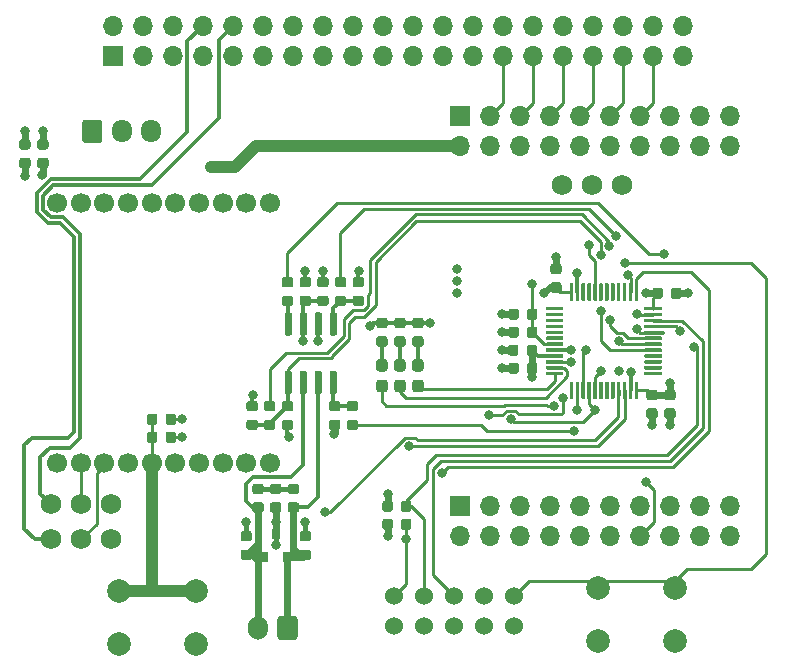
<source format=gbr>
G04 #@! TF.GenerationSoftware,KiCad,Pcbnew,(5.1.5)-3*
G04 #@! TF.CreationDate,2020-11-16T19:58:28+01:00*
G04 #@! TF.ProjectId,bus_raspi,6275735f-7261-4737-9069-2e6b69636164,rev?*
G04 #@! TF.SameCoordinates,Original*
G04 #@! TF.FileFunction,Copper,L1,Top*
G04 #@! TF.FilePolarity,Positive*
%FSLAX46Y46*%
G04 Gerber Fmt 4.6, Leading zero omitted, Abs format (unit mm)*
G04 Created by KiCad (PCBNEW (5.1.5)-3) date 2020-11-16 19:58:28*
%MOMM*%
%LPD*%
G04 APERTURE LIST*
%ADD10C,1.700000*%
%ADD11C,1.750000*%
%ADD12C,0.100000*%
%ADD13C,2.000000*%
%ADD14C,1.524000*%
%ADD15O,1.700000X1.950000*%
%ADD16O,1.700000X1.700000*%
%ADD17R,1.700000X1.700000*%
%ADD18O,1.700000X2.000000*%
%ADD19R,0.800000X0.900000*%
%ADD20C,0.800000*%
%ADD21C,0.250000*%
%ADD22C,0.600000*%
%ADD23C,0.400000*%
%ADD24C,0.300000*%
%ADD25C,1.000000*%
G04 APERTURE END LIST*
D10*
X4000000Y-17500000D03*
X6000000Y-17500000D03*
X8000000Y-17500000D03*
X10000000Y-17500000D03*
X12000000Y-17500000D03*
X14000000Y-17500000D03*
X16000000Y-17500000D03*
X18000000Y-17500000D03*
X20000000Y-17500000D03*
X22000000Y-17500000D03*
X22000000Y-39500000D03*
X20000000Y-39500000D03*
X18000000Y-39500000D03*
X16000000Y-39500000D03*
X14000000Y-39500000D03*
X12000000Y-39500000D03*
X10000000Y-39500000D03*
X8000000Y-39500000D03*
X6000000Y-39500000D03*
X4000000Y-39500000D03*
D11*
X51816000Y-16002000D03*
X49276000Y-16002000D03*
X46736000Y-16002000D03*
X8540000Y-46000000D03*
X6000000Y-46000000D03*
X3460000Y-46000000D03*
X8540000Y-43000000D03*
X6000000Y-43000000D03*
X3460000Y-43000000D03*
G04 #@! TA.AperFunction,SMDPad,CuDef*
D12*
G36*
X44461691Y-26450053D02*
G01*
X44482926Y-26453203D01*
X44503750Y-26458419D01*
X44523962Y-26465651D01*
X44543368Y-26474830D01*
X44561781Y-26485866D01*
X44579024Y-26498654D01*
X44594930Y-26513070D01*
X44609346Y-26528976D01*
X44622134Y-26546219D01*
X44633170Y-26564632D01*
X44642349Y-26584038D01*
X44649581Y-26604250D01*
X44654797Y-26625074D01*
X44657947Y-26646309D01*
X44659000Y-26667750D01*
X44659000Y-27180250D01*
X44657947Y-27201691D01*
X44654797Y-27222926D01*
X44649581Y-27243750D01*
X44642349Y-27263962D01*
X44633170Y-27283368D01*
X44622134Y-27301781D01*
X44609346Y-27319024D01*
X44594930Y-27334930D01*
X44579024Y-27349346D01*
X44561781Y-27362134D01*
X44543368Y-27373170D01*
X44523962Y-27382349D01*
X44503750Y-27389581D01*
X44482926Y-27394797D01*
X44461691Y-27397947D01*
X44440250Y-27399000D01*
X44002750Y-27399000D01*
X43981309Y-27397947D01*
X43960074Y-27394797D01*
X43939250Y-27389581D01*
X43919038Y-27382349D01*
X43899632Y-27373170D01*
X43881219Y-27362134D01*
X43863976Y-27349346D01*
X43848070Y-27334930D01*
X43833654Y-27319024D01*
X43820866Y-27301781D01*
X43809830Y-27283368D01*
X43800651Y-27263962D01*
X43793419Y-27243750D01*
X43788203Y-27222926D01*
X43785053Y-27201691D01*
X43784000Y-27180250D01*
X43784000Y-26667750D01*
X43785053Y-26646309D01*
X43788203Y-26625074D01*
X43793419Y-26604250D01*
X43800651Y-26584038D01*
X43809830Y-26564632D01*
X43820866Y-26546219D01*
X43833654Y-26528976D01*
X43848070Y-26513070D01*
X43863976Y-26498654D01*
X43881219Y-26485866D01*
X43899632Y-26474830D01*
X43919038Y-26465651D01*
X43939250Y-26458419D01*
X43960074Y-26453203D01*
X43981309Y-26450053D01*
X44002750Y-26449000D01*
X44440250Y-26449000D01*
X44461691Y-26450053D01*
G37*
G04 #@! TD.AperFunction*
G04 #@! TA.AperFunction,SMDPad,CuDef*
G36*
X42886691Y-26450053D02*
G01*
X42907926Y-26453203D01*
X42928750Y-26458419D01*
X42948962Y-26465651D01*
X42968368Y-26474830D01*
X42986781Y-26485866D01*
X43004024Y-26498654D01*
X43019930Y-26513070D01*
X43034346Y-26528976D01*
X43047134Y-26546219D01*
X43058170Y-26564632D01*
X43067349Y-26584038D01*
X43074581Y-26604250D01*
X43079797Y-26625074D01*
X43082947Y-26646309D01*
X43084000Y-26667750D01*
X43084000Y-27180250D01*
X43082947Y-27201691D01*
X43079797Y-27222926D01*
X43074581Y-27243750D01*
X43067349Y-27263962D01*
X43058170Y-27283368D01*
X43047134Y-27301781D01*
X43034346Y-27319024D01*
X43019930Y-27334930D01*
X43004024Y-27349346D01*
X42986781Y-27362134D01*
X42968368Y-27373170D01*
X42948962Y-27382349D01*
X42928750Y-27389581D01*
X42907926Y-27394797D01*
X42886691Y-27397947D01*
X42865250Y-27399000D01*
X42427750Y-27399000D01*
X42406309Y-27397947D01*
X42385074Y-27394797D01*
X42364250Y-27389581D01*
X42344038Y-27382349D01*
X42324632Y-27373170D01*
X42306219Y-27362134D01*
X42288976Y-27349346D01*
X42273070Y-27334930D01*
X42258654Y-27319024D01*
X42245866Y-27301781D01*
X42234830Y-27283368D01*
X42225651Y-27263962D01*
X42218419Y-27243750D01*
X42213203Y-27222926D01*
X42210053Y-27201691D01*
X42209000Y-27180250D01*
X42209000Y-26667750D01*
X42210053Y-26646309D01*
X42213203Y-26625074D01*
X42218419Y-26604250D01*
X42225651Y-26584038D01*
X42234830Y-26564632D01*
X42245866Y-26546219D01*
X42258654Y-26528976D01*
X42273070Y-26513070D01*
X42288976Y-26498654D01*
X42306219Y-26485866D01*
X42324632Y-26474830D01*
X42344038Y-26465651D01*
X42364250Y-26458419D01*
X42385074Y-26453203D01*
X42406309Y-26450053D01*
X42427750Y-26449000D01*
X42865250Y-26449000D01*
X42886691Y-26450053D01*
G37*
G04 #@! TD.AperFunction*
G04 #@! TA.AperFunction,SMDPad,CuDef*
G36*
X12279691Y-36864053D02*
G01*
X12300926Y-36867203D01*
X12321750Y-36872419D01*
X12341962Y-36879651D01*
X12361368Y-36888830D01*
X12379781Y-36899866D01*
X12397024Y-36912654D01*
X12412930Y-36927070D01*
X12427346Y-36942976D01*
X12440134Y-36960219D01*
X12451170Y-36978632D01*
X12460349Y-36998038D01*
X12467581Y-37018250D01*
X12472797Y-37039074D01*
X12475947Y-37060309D01*
X12477000Y-37081750D01*
X12477000Y-37594250D01*
X12475947Y-37615691D01*
X12472797Y-37636926D01*
X12467581Y-37657750D01*
X12460349Y-37677962D01*
X12451170Y-37697368D01*
X12440134Y-37715781D01*
X12427346Y-37733024D01*
X12412930Y-37748930D01*
X12397024Y-37763346D01*
X12379781Y-37776134D01*
X12361368Y-37787170D01*
X12341962Y-37796349D01*
X12321750Y-37803581D01*
X12300926Y-37808797D01*
X12279691Y-37811947D01*
X12258250Y-37813000D01*
X11820750Y-37813000D01*
X11799309Y-37811947D01*
X11778074Y-37808797D01*
X11757250Y-37803581D01*
X11737038Y-37796349D01*
X11717632Y-37787170D01*
X11699219Y-37776134D01*
X11681976Y-37763346D01*
X11666070Y-37748930D01*
X11651654Y-37733024D01*
X11638866Y-37715781D01*
X11627830Y-37697368D01*
X11618651Y-37677962D01*
X11611419Y-37657750D01*
X11606203Y-37636926D01*
X11603053Y-37615691D01*
X11602000Y-37594250D01*
X11602000Y-37081750D01*
X11603053Y-37060309D01*
X11606203Y-37039074D01*
X11611419Y-37018250D01*
X11618651Y-36998038D01*
X11627830Y-36978632D01*
X11638866Y-36960219D01*
X11651654Y-36942976D01*
X11666070Y-36927070D01*
X11681976Y-36912654D01*
X11699219Y-36899866D01*
X11717632Y-36888830D01*
X11737038Y-36879651D01*
X11757250Y-36872419D01*
X11778074Y-36867203D01*
X11799309Y-36864053D01*
X11820750Y-36863000D01*
X12258250Y-36863000D01*
X12279691Y-36864053D01*
G37*
G04 #@! TD.AperFunction*
G04 #@! TA.AperFunction,SMDPad,CuDef*
G36*
X13854691Y-36864053D02*
G01*
X13875926Y-36867203D01*
X13896750Y-36872419D01*
X13916962Y-36879651D01*
X13936368Y-36888830D01*
X13954781Y-36899866D01*
X13972024Y-36912654D01*
X13987930Y-36927070D01*
X14002346Y-36942976D01*
X14015134Y-36960219D01*
X14026170Y-36978632D01*
X14035349Y-36998038D01*
X14042581Y-37018250D01*
X14047797Y-37039074D01*
X14050947Y-37060309D01*
X14052000Y-37081750D01*
X14052000Y-37594250D01*
X14050947Y-37615691D01*
X14047797Y-37636926D01*
X14042581Y-37657750D01*
X14035349Y-37677962D01*
X14026170Y-37697368D01*
X14015134Y-37715781D01*
X14002346Y-37733024D01*
X13987930Y-37748930D01*
X13972024Y-37763346D01*
X13954781Y-37776134D01*
X13936368Y-37787170D01*
X13916962Y-37796349D01*
X13896750Y-37803581D01*
X13875926Y-37808797D01*
X13854691Y-37811947D01*
X13833250Y-37813000D01*
X13395750Y-37813000D01*
X13374309Y-37811947D01*
X13353074Y-37808797D01*
X13332250Y-37803581D01*
X13312038Y-37796349D01*
X13292632Y-37787170D01*
X13274219Y-37776134D01*
X13256976Y-37763346D01*
X13241070Y-37748930D01*
X13226654Y-37733024D01*
X13213866Y-37715781D01*
X13202830Y-37697368D01*
X13193651Y-37677962D01*
X13186419Y-37657750D01*
X13181203Y-37636926D01*
X13178053Y-37615691D01*
X13177000Y-37594250D01*
X13177000Y-37081750D01*
X13178053Y-37060309D01*
X13181203Y-37039074D01*
X13186419Y-37018250D01*
X13193651Y-36998038D01*
X13202830Y-36978632D01*
X13213866Y-36960219D01*
X13226654Y-36942976D01*
X13241070Y-36927070D01*
X13256976Y-36912654D01*
X13274219Y-36899866D01*
X13292632Y-36888830D01*
X13312038Y-36879651D01*
X13332250Y-36872419D01*
X13353074Y-36867203D01*
X13374309Y-36864053D01*
X13395750Y-36863000D01*
X13833250Y-36863000D01*
X13854691Y-36864053D01*
G37*
G04 #@! TD.AperFunction*
G04 #@! TA.AperFunction,SMDPad,CuDef*
G36*
X27549703Y-31730722D02*
G01*
X27564264Y-31732882D01*
X27578543Y-31736459D01*
X27592403Y-31741418D01*
X27605710Y-31747712D01*
X27618336Y-31755280D01*
X27630159Y-31764048D01*
X27641066Y-31773934D01*
X27650952Y-31784841D01*
X27659720Y-31796664D01*
X27667288Y-31809290D01*
X27673582Y-31822597D01*
X27678541Y-31836457D01*
X27682118Y-31850736D01*
X27684278Y-31865297D01*
X27685000Y-31880000D01*
X27685000Y-33530000D01*
X27684278Y-33544703D01*
X27682118Y-33559264D01*
X27678541Y-33573543D01*
X27673582Y-33587403D01*
X27667288Y-33600710D01*
X27659720Y-33613336D01*
X27650952Y-33625159D01*
X27641066Y-33636066D01*
X27630159Y-33645952D01*
X27618336Y-33654720D01*
X27605710Y-33662288D01*
X27592403Y-33668582D01*
X27578543Y-33673541D01*
X27564264Y-33677118D01*
X27549703Y-33679278D01*
X27535000Y-33680000D01*
X27235000Y-33680000D01*
X27220297Y-33679278D01*
X27205736Y-33677118D01*
X27191457Y-33673541D01*
X27177597Y-33668582D01*
X27164290Y-33662288D01*
X27151664Y-33654720D01*
X27139841Y-33645952D01*
X27128934Y-33636066D01*
X27119048Y-33625159D01*
X27110280Y-33613336D01*
X27102712Y-33600710D01*
X27096418Y-33587403D01*
X27091459Y-33573543D01*
X27087882Y-33559264D01*
X27085722Y-33544703D01*
X27085000Y-33530000D01*
X27085000Y-31880000D01*
X27085722Y-31865297D01*
X27087882Y-31850736D01*
X27091459Y-31836457D01*
X27096418Y-31822597D01*
X27102712Y-31809290D01*
X27110280Y-31796664D01*
X27119048Y-31784841D01*
X27128934Y-31773934D01*
X27139841Y-31764048D01*
X27151664Y-31755280D01*
X27164290Y-31747712D01*
X27177597Y-31741418D01*
X27191457Y-31736459D01*
X27205736Y-31732882D01*
X27220297Y-31730722D01*
X27235000Y-31730000D01*
X27535000Y-31730000D01*
X27549703Y-31730722D01*
G37*
G04 #@! TD.AperFunction*
G04 #@! TA.AperFunction,SMDPad,CuDef*
G36*
X26279703Y-31730722D02*
G01*
X26294264Y-31732882D01*
X26308543Y-31736459D01*
X26322403Y-31741418D01*
X26335710Y-31747712D01*
X26348336Y-31755280D01*
X26360159Y-31764048D01*
X26371066Y-31773934D01*
X26380952Y-31784841D01*
X26389720Y-31796664D01*
X26397288Y-31809290D01*
X26403582Y-31822597D01*
X26408541Y-31836457D01*
X26412118Y-31850736D01*
X26414278Y-31865297D01*
X26415000Y-31880000D01*
X26415000Y-33530000D01*
X26414278Y-33544703D01*
X26412118Y-33559264D01*
X26408541Y-33573543D01*
X26403582Y-33587403D01*
X26397288Y-33600710D01*
X26389720Y-33613336D01*
X26380952Y-33625159D01*
X26371066Y-33636066D01*
X26360159Y-33645952D01*
X26348336Y-33654720D01*
X26335710Y-33662288D01*
X26322403Y-33668582D01*
X26308543Y-33673541D01*
X26294264Y-33677118D01*
X26279703Y-33679278D01*
X26265000Y-33680000D01*
X25965000Y-33680000D01*
X25950297Y-33679278D01*
X25935736Y-33677118D01*
X25921457Y-33673541D01*
X25907597Y-33668582D01*
X25894290Y-33662288D01*
X25881664Y-33654720D01*
X25869841Y-33645952D01*
X25858934Y-33636066D01*
X25849048Y-33625159D01*
X25840280Y-33613336D01*
X25832712Y-33600710D01*
X25826418Y-33587403D01*
X25821459Y-33573543D01*
X25817882Y-33559264D01*
X25815722Y-33544703D01*
X25815000Y-33530000D01*
X25815000Y-31880000D01*
X25815722Y-31865297D01*
X25817882Y-31850736D01*
X25821459Y-31836457D01*
X25826418Y-31822597D01*
X25832712Y-31809290D01*
X25840280Y-31796664D01*
X25849048Y-31784841D01*
X25858934Y-31773934D01*
X25869841Y-31764048D01*
X25881664Y-31755280D01*
X25894290Y-31747712D01*
X25907597Y-31741418D01*
X25921457Y-31736459D01*
X25935736Y-31732882D01*
X25950297Y-31730722D01*
X25965000Y-31730000D01*
X26265000Y-31730000D01*
X26279703Y-31730722D01*
G37*
G04 #@! TD.AperFunction*
G04 #@! TA.AperFunction,SMDPad,CuDef*
G36*
X25009703Y-31730722D02*
G01*
X25024264Y-31732882D01*
X25038543Y-31736459D01*
X25052403Y-31741418D01*
X25065710Y-31747712D01*
X25078336Y-31755280D01*
X25090159Y-31764048D01*
X25101066Y-31773934D01*
X25110952Y-31784841D01*
X25119720Y-31796664D01*
X25127288Y-31809290D01*
X25133582Y-31822597D01*
X25138541Y-31836457D01*
X25142118Y-31850736D01*
X25144278Y-31865297D01*
X25145000Y-31880000D01*
X25145000Y-33530000D01*
X25144278Y-33544703D01*
X25142118Y-33559264D01*
X25138541Y-33573543D01*
X25133582Y-33587403D01*
X25127288Y-33600710D01*
X25119720Y-33613336D01*
X25110952Y-33625159D01*
X25101066Y-33636066D01*
X25090159Y-33645952D01*
X25078336Y-33654720D01*
X25065710Y-33662288D01*
X25052403Y-33668582D01*
X25038543Y-33673541D01*
X25024264Y-33677118D01*
X25009703Y-33679278D01*
X24995000Y-33680000D01*
X24695000Y-33680000D01*
X24680297Y-33679278D01*
X24665736Y-33677118D01*
X24651457Y-33673541D01*
X24637597Y-33668582D01*
X24624290Y-33662288D01*
X24611664Y-33654720D01*
X24599841Y-33645952D01*
X24588934Y-33636066D01*
X24579048Y-33625159D01*
X24570280Y-33613336D01*
X24562712Y-33600710D01*
X24556418Y-33587403D01*
X24551459Y-33573543D01*
X24547882Y-33559264D01*
X24545722Y-33544703D01*
X24545000Y-33530000D01*
X24545000Y-31880000D01*
X24545722Y-31865297D01*
X24547882Y-31850736D01*
X24551459Y-31836457D01*
X24556418Y-31822597D01*
X24562712Y-31809290D01*
X24570280Y-31796664D01*
X24579048Y-31784841D01*
X24588934Y-31773934D01*
X24599841Y-31764048D01*
X24611664Y-31755280D01*
X24624290Y-31747712D01*
X24637597Y-31741418D01*
X24651457Y-31736459D01*
X24665736Y-31732882D01*
X24680297Y-31730722D01*
X24695000Y-31730000D01*
X24995000Y-31730000D01*
X25009703Y-31730722D01*
G37*
G04 #@! TD.AperFunction*
G04 #@! TA.AperFunction,SMDPad,CuDef*
G36*
X23739703Y-31730722D02*
G01*
X23754264Y-31732882D01*
X23768543Y-31736459D01*
X23782403Y-31741418D01*
X23795710Y-31747712D01*
X23808336Y-31755280D01*
X23820159Y-31764048D01*
X23831066Y-31773934D01*
X23840952Y-31784841D01*
X23849720Y-31796664D01*
X23857288Y-31809290D01*
X23863582Y-31822597D01*
X23868541Y-31836457D01*
X23872118Y-31850736D01*
X23874278Y-31865297D01*
X23875000Y-31880000D01*
X23875000Y-33530000D01*
X23874278Y-33544703D01*
X23872118Y-33559264D01*
X23868541Y-33573543D01*
X23863582Y-33587403D01*
X23857288Y-33600710D01*
X23849720Y-33613336D01*
X23840952Y-33625159D01*
X23831066Y-33636066D01*
X23820159Y-33645952D01*
X23808336Y-33654720D01*
X23795710Y-33662288D01*
X23782403Y-33668582D01*
X23768543Y-33673541D01*
X23754264Y-33677118D01*
X23739703Y-33679278D01*
X23725000Y-33680000D01*
X23425000Y-33680000D01*
X23410297Y-33679278D01*
X23395736Y-33677118D01*
X23381457Y-33673541D01*
X23367597Y-33668582D01*
X23354290Y-33662288D01*
X23341664Y-33654720D01*
X23329841Y-33645952D01*
X23318934Y-33636066D01*
X23309048Y-33625159D01*
X23300280Y-33613336D01*
X23292712Y-33600710D01*
X23286418Y-33587403D01*
X23281459Y-33573543D01*
X23277882Y-33559264D01*
X23275722Y-33544703D01*
X23275000Y-33530000D01*
X23275000Y-31880000D01*
X23275722Y-31865297D01*
X23277882Y-31850736D01*
X23281459Y-31836457D01*
X23286418Y-31822597D01*
X23292712Y-31809290D01*
X23300280Y-31796664D01*
X23309048Y-31784841D01*
X23318934Y-31773934D01*
X23329841Y-31764048D01*
X23341664Y-31755280D01*
X23354290Y-31747712D01*
X23367597Y-31741418D01*
X23381457Y-31736459D01*
X23395736Y-31732882D01*
X23410297Y-31730722D01*
X23425000Y-31730000D01*
X23725000Y-31730000D01*
X23739703Y-31730722D01*
G37*
G04 #@! TD.AperFunction*
G04 #@! TA.AperFunction,SMDPad,CuDef*
G36*
X23739703Y-26780722D02*
G01*
X23754264Y-26782882D01*
X23768543Y-26786459D01*
X23782403Y-26791418D01*
X23795710Y-26797712D01*
X23808336Y-26805280D01*
X23820159Y-26814048D01*
X23831066Y-26823934D01*
X23840952Y-26834841D01*
X23849720Y-26846664D01*
X23857288Y-26859290D01*
X23863582Y-26872597D01*
X23868541Y-26886457D01*
X23872118Y-26900736D01*
X23874278Y-26915297D01*
X23875000Y-26930000D01*
X23875000Y-28580000D01*
X23874278Y-28594703D01*
X23872118Y-28609264D01*
X23868541Y-28623543D01*
X23863582Y-28637403D01*
X23857288Y-28650710D01*
X23849720Y-28663336D01*
X23840952Y-28675159D01*
X23831066Y-28686066D01*
X23820159Y-28695952D01*
X23808336Y-28704720D01*
X23795710Y-28712288D01*
X23782403Y-28718582D01*
X23768543Y-28723541D01*
X23754264Y-28727118D01*
X23739703Y-28729278D01*
X23725000Y-28730000D01*
X23425000Y-28730000D01*
X23410297Y-28729278D01*
X23395736Y-28727118D01*
X23381457Y-28723541D01*
X23367597Y-28718582D01*
X23354290Y-28712288D01*
X23341664Y-28704720D01*
X23329841Y-28695952D01*
X23318934Y-28686066D01*
X23309048Y-28675159D01*
X23300280Y-28663336D01*
X23292712Y-28650710D01*
X23286418Y-28637403D01*
X23281459Y-28623543D01*
X23277882Y-28609264D01*
X23275722Y-28594703D01*
X23275000Y-28580000D01*
X23275000Y-26930000D01*
X23275722Y-26915297D01*
X23277882Y-26900736D01*
X23281459Y-26886457D01*
X23286418Y-26872597D01*
X23292712Y-26859290D01*
X23300280Y-26846664D01*
X23309048Y-26834841D01*
X23318934Y-26823934D01*
X23329841Y-26814048D01*
X23341664Y-26805280D01*
X23354290Y-26797712D01*
X23367597Y-26791418D01*
X23381457Y-26786459D01*
X23395736Y-26782882D01*
X23410297Y-26780722D01*
X23425000Y-26780000D01*
X23725000Y-26780000D01*
X23739703Y-26780722D01*
G37*
G04 #@! TD.AperFunction*
G04 #@! TA.AperFunction,SMDPad,CuDef*
G36*
X25009703Y-26780722D02*
G01*
X25024264Y-26782882D01*
X25038543Y-26786459D01*
X25052403Y-26791418D01*
X25065710Y-26797712D01*
X25078336Y-26805280D01*
X25090159Y-26814048D01*
X25101066Y-26823934D01*
X25110952Y-26834841D01*
X25119720Y-26846664D01*
X25127288Y-26859290D01*
X25133582Y-26872597D01*
X25138541Y-26886457D01*
X25142118Y-26900736D01*
X25144278Y-26915297D01*
X25145000Y-26930000D01*
X25145000Y-28580000D01*
X25144278Y-28594703D01*
X25142118Y-28609264D01*
X25138541Y-28623543D01*
X25133582Y-28637403D01*
X25127288Y-28650710D01*
X25119720Y-28663336D01*
X25110952Y-28675159D01*
X25101066Y-28686066D01*
X25090159Y-28695952D01*
X25078336Y-28704720D01*
X25065710Y-28712288D01*
X25052403Y-28718582D01*
X25038543Y-28723541D01*
X25024264Y-28727118D01*
X25009703Y-28729278D01*
X24995000Y-28730000D01*
X24695000Y-28730000D01*
X24680297Y-28729278D01*
X24665736Y-28727118D01*
X24651457Y-28723541D01*
X24637597Y-28718582D01*
X24624290Y-28712288D01*
X24611664Y-28704720D01*
X24599841Y-28695952D01*
X24588934Y-28686066D01*
X24579048Y-28675159D01*
X24570280Y-28663336D01*
X24562712Y-28650710D01*
X24556418Y-28637403D01*
X24551459Y-28623543D01*
X24547882Y-28609264D01*
X24545722Y-28594703D01*
X24545000Y-28580000D01*
X24545000Y-26930000D01*
X24545722Y-26915297D01*
X24547882Y-26900736D01*
X24551459Y-26886457D01*
X24556418Y-26872597D01*
X24562712Y-26859290D01*
X24570280Y-26846664D01*
X24579048Y-26834841D01*
X24588934Y-26823934D01*
X24599841Y-26814048D01*
X24611664Y-26805280D01*
X24624290Y-26797712D01*
X24637597Y-26791418D01*
X24651457Y-26786459D01*
X24665736Y-26782882D01*
X24680297Y-26780722D01*
X24695000Y-26780000D01*
X24995000Y-26780000D01*
X25009703Y-26780722D01*
G37*
G04 #@! TD.AperFunction*
G04 #@! TA.AperFunction,SMDPad,CuDef*
G36*
X26279703Y-26780722D02*
G01*
X26294264Y-26782882D01*
X26308543Y-26786459D01*
X26322403Y-26791418D01*
X26335710Y-26797712D01*
X26348336Y-26805280D01*
X26360159Y-26814048D01*
X26371066Y-26823934D01*
X26380952Y-26834841D01*
X26389720Y-26846664D01*
X26397288Y-26859290D01*
X26403582Y-26872597D01*
X26408541Y-26886457D01*
X26412118Y-26900736D01*
X26414278Y-26915297D01*
X26415000Y-26930000D01*
X26415000Y-28580000D01*
X26414278Y-28594703D01*
X26412118Y-28609264D01*
X26408541Y-28623543D01*
X26403582Y-28637403D01*
X26397288Y-28650710D01*
X26389720Y-28663336D01*
X26380952Y-28675159D01*
X26371066Y-28686066D01*
X26360159Y-28695952D01*
X26348336Y-28704720D01*
X26335710Y-28712288D01*
X26322403Y-28718582D01*
X26308543Y-28723541D01*
X26294264Y-28727118D01*
X26279703Y-28729278D01*
X26265000Y-28730000D01*
X25965000Y-28730000D01*
X25950297Y-28729278D01*
X25935736Y-28727118D01*
X25921457Y-28723541D01*
X25907597Y-28718582D01*
X25894290Y-28712288D01*
X25881664Y-28704720D01*
X25869841Y-28695952D01*
X25858934Y-28686066D01*
X25849048Y-28675159D01*
X25840280Y-28663336D01*
X25832712Y-28650710D01*
X25826418Y-28637403D01*
X25821459Y-28623543D01*
X25817882Y-28609264D01*
X25815722Y-28594703D01*
X25815000Y-28580000D01*
X25815000Y-26930000D01*
X25815722Y-26915297D01*
X25817882Y-26900736D01*
X25821459Y-26886457D01*
X25826418Y-26872597D01*
X25832712Y-26859290D01*
X25840280Y-26846664D01*
X25849048Y-26834841D01*
X25858934Y-26823934D01*
X25869841Y-26814048D01*
X25881664Y-26805280D01*
X25894290Y-26797712D01*
X25907597Y-26791418D01*
X25921457Y-26786459D01*
X25935736Y-26782882D01*
X25950297Y-26780722D01*
X25965000Y-26780000D01*
X26265000Y-26780000D01*
X26279703Y-26780722D01*
G37*
G04 #@! TD.AperFunction*
G04 #@! TA.AperFunction,SMDPad,CuDef*
G36*
X27549703Y-26780722D02*
G01*
X27564264Y-26782882D01*
X27578543Y-26786459D01*
X27592403Y-26791418D01*
X27605710Y-26797712D01*
X27618336Y-26805280D01*
X27630159Y-26814048D01*
X27641066Y-26823934D01*
X27650952Y-26834841D01*
X27659720Y-26846664D01*
X27667288Y-26859290D01*
X27673582Y-26872597D01*
X27678541Y-26886457D01*
X27682118Y-26900736D01*
X27684278Y-26915297D01*
X27685000Y-26930000D01*
X27685000Y-28580000D01*
X27684278Y-28594703D01*
X27682118Y-28609264D01*
X27678541Y-28623543D01*
X27673582Y-28637403D01*
X27667288Y-28650710D01*
X27659720Y-28663336D01*
X27650952Y-28675159D01*
X27641066Y-28686066D01*
X27630159Y-28695952D01*
X27618336Y-28704720D01*
X27605710Y-28712288D01*
X27592403Y-28718582D01*
X27578543Y-28723541D01*
X27564264Y-28727118D01*
X27549703Y-28729278D01*
X27535000Y-28730000D01*
X27235000Y-28730000D01*
X27220297Y-28729278D01*
X27205736Y-28727118D01*
X27191457Y-28723541D01*
X27177597Y-28718582D01*
X27164290Y-28712288D01*
X27151664Y-28704720D01*
X27139841Y-28695952D01*
X27128934Y-28686066D01*
X27119048Y-28675159D01*
X27110280Y-28663336D01*
X27102712Y-28650710D01*
X27096418Y-28637403D01*
X27091459Y-28623543D01*
X27087882Y-28609264D01*
X27085722Y-28594703D01*
X27085000Y-28580000D01*
X27085000Y-26930000D01*
X27085722Y-26915297D01*
X27087882Y-26900736D01*
X27091459Y-26886457D01*
X27096418Y-26872597D01*
X27102712Y-26859290D01*
X27110280Y-26846664D01*
X27119048Y-26834841D01*
X27128934Y-26823934D01*
X27139841Y-26814048D01*
X27151664Y-26805280D01*
X27164290Y-26797712D01*
X27177597Y-26791418D01*
X27191457Y-26786459D01*
X27205736Y-26782882D01*
X27220297Y-26780722D01*
X27235000Y-26780000D01*
X27535000Y-26780000D01*
X27549703Y-26780722D01*
G37*
G04 #@! TD.AperFunction*
G04 #@! TA.AperFunction,SMDPad,CuDef*
G36*
X47624351Y-24310361D02*
G01*
X47631632Y-24311441D01*
X47638771Y-24313229D01*
X47645701Y-24315709D01*
X47652355Y-24318856D01*
X47658668Y-24322640D01*
X47664579Y-24327024D01*
X47670033Y-24331967D01*
X47674976Y-24337421D01*
X47679360Y-24343332D01*
X47683144Y-24349645D01*
X47686291Y-24356299D01*
X47688771Y-24363229D01*
X47690559Y-24370368D01*
X47691639Y-24377649D01*
X47692000Y-24385000D01*
X47692000Y-25710000D01*
X47691639Y-25717351D01*
X47690559Y-25724632D01*
X47688771Y-25731771D01*
X47686291Y-25738701D01*
X47683144Y-25745355D01*
X47679360Y-25751668D01*
X47674976Y-25757579D01*
X47670033Y-25763033D01*
X47664579Y-25767976D01*
X47658668Y-25772360D01*
X47652355Y-25776144D01*
X47645701Y-25779291D01*
X47638771Y-25781771D01*
X47631632Y-25783559D01*
X47624351Y-25784639D01*
X47617000Y-25785000D01*
X47467000Y-25785000D01*
X47459649Y-25784639D01*
X47452368Y-25783559D01*
X47445229Y-25781771D01*
X47438299Y-25779291D01*
X47431645Y-25776144D01*
X47425332Y-25772360D01*
X47419421Y-25767976D01*
X47413967Y-25763033D01*
X47409024Y-25757579D01*
X47404640Y-25751668D01*
X47400856Y-25745355D01*
X47397709Y-25738701D01*
X47395229Y-25731771D01*
X47393441Y-25724632D01*
X47392361Y-25717351D01*
X47392000Y-25710000D01*
X47392000Y-24385000D01*
X47392361Y-24377649D01*
X47393441Y-24370368D01*
X47395229Y-24363229D01*
X47397709Y-24356299D01*
X47400856Y-24349645D01*
X47404640Y-24343332D01*
X47409024Y-24337421D01*
X47413967Y-24331967D01*
X47419421Y-24327024D01*
X47425332Y-24322640D01*
X47431645Y-24318856D01*
X47438299Y-24315709D01*
X47445229Y-24313229D01*
X47452368Y-24311441D01*
X47459649Y-24310361D01*
X47467000Y-24310000D01*
X47617000Y-24310000D01*
X47624351Y-24310361D01*
G37*
G04 #@! TD.AperFunction*
G04 #@! TA.AperFunction,SMDPad,CuDef*
G36*
X48124351Y-24310361D02*
G01*
X48131632Y-24311441D01*
X48138771Y-24313229D01*
X48145701Y-24315709D01*
X48152355Y-24318856D01*
X48158668Y-24322640D01*
X48164579Y-24327024D01*
X48170033Y-24331967D01*
X48174976Y-24337421D01*
X48179360Y-24343332D01*
X48183144Y-24349645D01*
X48186291Y-24356299D01*
X48188771Y-24363229D01*
X48190559Y-24370368D01*
X48191639Y-24377649D01*
X48192000Y-24385000D01*
X48192000Y-25710000D01*
X48191639Y-25717351D01*
X48190559Y-25724632D01*
X48188771Y-25731771D01*
X48186291Y-25738701D01*
X48183144Y-25745355D01*
X48179360Y-25751668D01*
X48174976Y-25757579D01*
X48170033Y-25763033D01*
X48164579Y-25767976D01*
X48158668Y-25772360D01*
X48152355Y-25776144D01*
X48145701Y-25779291D01*
X48138771Y-25781771D01*
X48131632Y-25783559D01*
X48124351Y-25784639D01*
X48117000Y-25785000D01*
X47967000Y-25785000D01*
X47959649Y-25784639D01*
X47952368Y-25783559D01*
X47945229Y-25781771D01*
X47938299Y-25779291D01*
X47931645Y-25776144D01*
X47925332Y-25772360D01*
X47919421Y-25767976D01*
X47913967Y-25763033D01*
X47909024Y-25757579D01*
X47904640Y-25751668D01*
X47900856Y-25745355D01*
X47897709Y-25738701D01*
X47895229Y-25731771D01*
X47893441Y-25724632D01*
X47892361Y-25717351D01*
X47892000Y-25710000D01*
X47892000Y-24385000D01*
X47892361Y-24377649D01*
X47893441Y-24370368D01*
X47895229Y-24363229D01*
X47897709Y-24356299D01*
X47900856Y-24349645D01*
X47904640Y-24343332D01*
X47909024Y-24337421D01*
X47913967Y-24331967D01*
X47919421Y-24327024D01*
X47925332Y-24322640D01*
X47931645Y-24318856D01*
X47938299Y-24315709D01*
X47945229Y-24313229D01*
X47952368Y-24311441D01*
X47959649Y-24310361D01*
X47967000Y-24310000D01*
X48117000Y-24310000D01*
X48124351Y-24310361D01*
G37*
G04 #@! TD.AperFunction*
G04 #@! TA.AperFunction,SMDPad,CuDef*
G36*
X48624351Y-24310361D02*
G01*
X48631632Y-24311441D01*
X48638771Y-24313229D01*
X48645701Y-24315709D01*
X48652355Y-24318856D01*
X48658668Y-24322640D01*
X48664579Y-24327024D01*
X48670033Y-24331967D01*
X48674976Y-24337421D01*
X48679360Y-24343332D01*
X48683144Y-24349645D01*
X48686291Y-24356299D01*
X48688771Y-24363229D01*
X48690559Y-24370368D01*
X48691639Y-24377649D01*
X48692000Y-24385000D01*
X48692000Y-25710000D01*
X48691639Y-25717351D01*
X48690559Y-25724632D01*
X48688771Y-25731771D01*
X48686291Y-25738701D01*
X48683144Y-25745355D01*
X48679360Y-25751668D01*
X48674976Y-25757579D01*
X48670033Y-25763033D01*
X48664579Y-25767976D01*
X48658668Y-25772360D01*
X48652355Y-25776144D01*
X48645701Y-25779291D01*
X48638771Y-25781771D01*
X48631632Y-25783559D01*
X48624351Y-25784639D01*
X48617000Y-25785000D01*
X48467000Y-25785000D01*
X48459649Y-25784639D01*
X48452368Y-25783559D01*
X48445229Y-25781771D01*
X48438299Y-25779291D01*
X48431645Y-25776144D01*
X48425332Y-25772360D01*
X48419421Y-25767976D01*
X48413967Y-25763033D01*
X48409024Y-25757579D01*
X48404640Y-25751668D01*
X48400856Y-25745355D01*
X48397709Y-25738701D01*
X48395229Y-25731771D01*
X48393441Y-25724632D01*
X48392361Y-25717351D01*
X48392000Y-25710000D01*
X48392000Y-24385000D01*
X48392361Y-24377649D01*
X48393441Y-24370368D01*
X48395229Y-24363229D01*
X48397709Y-24356299D01*
X48400856Y-24349645D01*
X48404640Y-24343332D01*
X48409024Y-24337421D01*
X48413967Y-24331967D01*
X48419421Y-24327024D01*
X48425332Y-24322640D01*
X48431645Y-24318856D01*
X48438299Y-24315709D01*
X48445229Y-24313229D01*
X48452368Y-24311441D01*
X48459649Y-24310361D01*
X48467000Y-24310000D01*
X48617000Y-24310000D01*
X48624351Y-24310361D01*
G37*
G04 #@! TD.AperFunction*
G04 #@! TA.AperFunction,SMDPad,CuDef*
G36*
X49124351Y-24310361D02*
G01*
X49131632Y-24311441D01*
X49138771Y-24313229D01*
X49145701Y-24315709D01*
X49152355Y-24318856D01*
X49158668Y-24322640D01*
X49164579Y-24327024D01*
X49170033Y-24331967D01*
X49174976Y-24337421D01*
X49179360Y-24343332D01*
X49183144Y-24349645D01*
X49186291Y-24356299D01*
X49188771Y-24363229D01*
X49190559Y-24370368D01*
X49191639Y-24377649D01*
X49192000Y-24385000D01*
X49192000Y-25710000D01*
X49191639Y-25717351D01*
X49190559Y-25724632D01*
X49188771Y-25731771D01*
X49186291Y-25738701D01*
X49183144Y-25745355D01*
X49179360Y-25751668D01*
X49174976Y-25757579D01*
X49170033Y-25763033D01*
X49164579Y-25767976D01*
X49158668Y-25772360D01*
X49152355Y-25776144D01*
X49145701Y-25779291D01*
X49138771Y-25781771D01*
X49131632Y-25783559D01*
X49124351Y-25784639D01*
X49117000Y-25785000D01*
X48967000Y-25785000D01*
X48959649Y-25784639D01*
X48952368Y-25783559D01*
X48945229Y-25781771D01*
X48938299Y-25779291D01*
X48931645Y-25776144D01*
X48925332Y-25772360D01*
X48919421Y-25767976D01*
X48913967Y-25763033D01*
X48909024Y-25757579D01*
X48904640Y-25751668D01*
X48900856Y-25745355D01*
X48897709Y-25738701D01*
X48895229Y-25731771D01*
X48893441Y-25724632D01*
X48892361Y-25717351D01*
X48892000Y-25710000D01*
X48892000Y-24385000D01*
X48892361Y-24377649D01*
X48893441Y-24370368D01*
X48895229Y-24363229D01*
X48897709Y-24356299D01*
X48900856Y-24349645D01*
X48904640Y-24343332D01*
X48909024Y-24337421D01*
X48913967Y-24331967D01*
X48919421Y-24327024D01*
X48925332Y-24322640D01*
X48931645Y-24318856D01*
X48938299Y-24315709D01*
X48945229Y-24313229D01*
X48952368Y-24311441D01*
X48959649Y-24310361D01*
X48967000Y-24310000D01*
X49117000Y-24310000D01*
X49124351Y-24310361D01*
G37*
G04 #@! TD.AperFunction*
G04 #@! TA.AperFunction,SMDPad,CuDef*
G36*
X49624351Y-24310361D02*
G01*
X49631632Y-24311441D01*
X49638771Y-24313229D01*
X49645701Y-24315709D01*
X49652355Y-24318856D01*
X49658668Y-24322640D01*
X49664579Y-24327024D01*
X49670033Y-24331967D01*
X49674976Y-24337421D01*
X49679360Y-24343332D01*
X49683144Y-24349645D01*
X49686291Y-24356299D01*
X49688771Y-24363229D01*
X49690559Y-24370368D01*
X49691639Y-24377649D01*
X49692000Y-24385000D01*
X49692000Y-25710000D01*
X49691639Y-25717351D01*
X49690559Y-25724632D01*
X49688771Y-25731771D01*
X49686291Y-25738701D01*
X49683144Y-25745355D01*
X49679360Y-25751668D01*
X49674976Y-25757579D01*
X49670033Y-25763033D01*
X49664579Y-25767976D01*
X49658668Y-25772360D01*
X49652355Y-25776144D01*
X49645701Y-25779291D01*
X49638771Y-25781771D01*
X49631632Y-25783559D01*
X49624351Y-25784639D01*
X49617000Y-25785000D01*
X49467000Y-25785000D01*
X49459649Y-25784639D01*
X49452368Y-25783559D01*
X49445229Y-25781771D01*
X49438299Y-25779291D01*
X49431645Y-25776144D01*
X49425332Y-25772360D01*
X49419421Y-25767976D01*
X49413967Y-25763033D01*
X49409024Y-25757579D01*
X49404640Y-25751668D01*
X49400856Y-25745355D01*
X49397709Y-25738701D01*
X49395229Y-25731771D01*
X49393441Y-25724632D01*
X49392361Y-25717351D01*
X49392000Y-25710000D01*
X49392000Y-24385000D01*
X49392361Y-24377649D01*
X49393441Y-24370368D01*
X49395229Y-24363229D01*
X49397709Y-24356299D01*
X49400856Y-24349645D01*
X49404640Y-24343332D01*
X49409024Y-24337421D01*
X49413967Y-24331967D01*
X49419421Y-24327024D01*
X49425332Y-24322640D01*
X49431645Y-24318856D01*
X49438299Y-24315709D01*
X49445229Y-24313229D01*
X49452368Y-24311441D01*
X49459649Y-24310361D01*
X49467000Y-24310000D01*
X49617000Y-24310000D01*
X49624351Y-24310361D01*
G37*
G04 #@! TD.AperFunction*
G04 #@! TA.AperFunction,SMDPad,CuDef*
G36*
X50124351Y-24310361D02*
G01*
X50131632Y-24311441D01*
X50138771Y-24313229D01*
X50145701Y-24315709D01*
X50152355Y-24318856D01*
X50158668Y-24322640D01*
X50164579Y-24327024D01*
X50170033Y-24331967D01*
X50174976Y-24337421D01*
X50179360Y-24343332D01*
X50183144Y-24349645D01*
X50186291Y-24356299D01*
X50188771Y-24363229D01*
X50190559Y-24370368D01*
X50191639Y-24377649D01*
X50192000Y-24385000D01*
X50192000Y-25710000D01*
X50191639Y-25717351D01*
X50190559Y-25724632D01*
X50188771Y-25731771D01*
X50186291Y-25738701D01*
X50183144Y-25745355D01*
X50179360Y-25751668D01*
X50174976Y-25757579D01*
X50170033Y-25763033D01*
X50164579Y-25767976D01*
X50158668Y-25772360D01*
X50152355Y-25776144D01*
X50145701Y-25779291D01*
X50138771Y-25781771D01*
X50131632Y-25783559D01*
X50124351Y-25784639D01*
X50117000Y-25785000D01*
X49967000Y-25785000D01*
X49959649Y-25784639D01*
X49952368Y-25783559D01*
X49945229Y-25781771D01*
X49938299Y-25779291D01*
X49931645Y-25776144D01*
X49925332Y-25772360D01*
X49919421Y-25767976D01*
X49913967Y-25763033D01*
X49909024Y-25757579D01*
X49904640Y-25751668D01*
X49900856Y-25745355D01*
X49897709Y-25738701D01*
X49895229Y-25731771D01*
X49893441Y-25724632D01*
X49892361Y-25717351D01*
X49892000Y-25710000D01*
X49892000Y-24385000D01*
X49892361Y-24377649D01*
X49893441Y-24370368D01*
X49895229Y-24363229D01*
X49897709Y-24356299D01*
X49900856Y-24349645D01*
X49904640Y-24343332D01*
X49909024Y-24337421D01*
X49913967Y-24331967D01*
X49919421Y-24327024D01*
X49925332Y-24322640D01*
X49931645Y-24318856D01*
X49938299Y-24315709D01*
X49945229Y-24313229D01*
X49952368Y-24311441D01*
X49959649Y-24310361D01*
X49967000Y-24310000D01*
X50117000Y-24310000D01*
X50124351Y-24310361D01*
G37*
G04 #@! TD.AperFunction*
G04 #@! TA.AperFunction,SMDPad,CuDef*
G36*
X50624351Y-24310361D02*
G01*
X50631632Y-24311441D01*
X50638771Y-24313229D01*
X50645701Y-24315709D01*
X50652355Y-24318856D01*
X50658668Y-24322640D01*
X50664579Y-24327024D01*
X50670033Y-24331967D01*
X50674976Y-24337421D01*
X50679360Y-24343332D01*
X50683144Y-24349645D01*
X50686291Y-24356299D01*
X50688771Y-24363229D01*
X50690559Y-24370368D01*
X50691639Y-24377649D01*
X50692000Y-24385000D01*
X50692000Y-25710000D01*
X50691639Y-25717351D01*
X50690559Y-25724632D01*
X50688771Y-25731771D01*
X50686291Y-25738701D01*
X50683144Y-25745355D01*
X50679360Y-25751668D01*
X50674976Y-25757579D01*
X50670033Y-25763033D01*
X50664579Y-25767976D01*
X50658668Y-25772360D01*
X50652355Y-25776144D01*
X50645701Y-25779291D01*
X50638771Y-25781771D01*
X50631632Y-25783559D01*
X50624351Y-25784639D01*
X50617000Y-25785000D01*
X50467000Y-25785000D01*
X50459649Y-25784639D01*
X50452368Y-25783559D01*
X50445229Y-25781771D01*
X50438299Y-25779291D01*
X50431645Y-25776144D01*
X50425332Y-25772360D01*
X50419421Y-25767976D01*
X50413967Y-25763033D01*
X50409024Y-25757579D01*
X50404640Y-25751668D01*
X50400856Y-25745355D01*
X50397709Y-25738701D01*
X50395229Y-25731771D01*
X50393441Y-25724632D01*
X50392361Y-25717351D01*
X50392000Y-25710000D01*
X50392000Y-24385000D01*
X50392361Y-24377649D01*
X50393441Y-24370368D01*
X50395229Y-24363229D01*
X50397709Y-24356299D01*
X50400856Y-24349645D01*
X50404640Y-24343332D01*
X50409024Y-24337421D01*
X50413967Y-24331967D01*
X50419421Y-24327024D01*
X50425332Y-24322640D01*
X50431645Y-24318856D01*
X50438299Y-24315709D01*
X50445229Y-24313229D01*
X50452368Y-24311441D01*
X50459649Y-24310361D01*
X50467000Y-24310000D01*
X50617000Y-24310000D01*
X50624351Y-24310361D01*
G37*
G04 #@! TD.AperFunction*
G04 #@! TA.AperFunction,SMDPad,CuDef*
G36*
X51124351Y-24310361D02*
G01*
X51131632Y-24311441D01*
X51138771Y-24313229D01*
X51145701Y-24315709D01*
X51152355Y-24318856D01*
X51158668Y-24322640D01*
X51164579Y-24327024D01*
X51170033Y-24331967D01*
X51174976Y-24337421D01*
X51179360Y-24343332D01*
X51183144Y-24349645D01*
X51186291Y-24356299D01*
X51188771Y-24363229D01*
X51190559Y-24370368D01*
X51191639Y-24377649D01*
X51192000Y-24385000D01*
X51192000Y-25710000D01*
X51191639Y-25717351D01*
X51190559Y-25724632D01*
X51188771Y-25731771D01*
X51186291Y-25738701D01*
X51183144Y-25745355D01*
X51179360Y-25751668D01*
X51174976Y-25757579D01*
X51170033Y-25763033D01*
X51164579Y-25767976D01*
X51158668Y-25772360D01*
X51152355Y-25776144D01*
X51145701Y-25779291D01*
X51138771Y-25781771D01*
X51131632Y-25783559D01*
X51124351Y-25784639D01*
X51117000Y-25785000D01*
X50967000Y-25785000D01*
X50959649Y-25784639D01*
X50952368Y-25783559D01*
X50945229Y-25781771D01*
X50938299Y-25779291D01*
X50931645Y-25776144D01*
X50925332Y-25772360D01*
X50919421Y-25767976D01*
X50913967Y-25763033D01*
X50909024Y-25757579D01*
X50904640Y-25751668D01*
X50900856Y-25745355D01*
X50897709Y-25738701D01*
X50895229Y-25731771D01*
X50893441Y-25724632D01*
X50892361Y-25717351D01*
X50892000Y-25710000D01*
X50892000Y-24385000D01*
X50892361Y-24377649D01*
X50893441Y-24370368D01*
X50895229Y-24363229D01*
X50897709Y-24356299D01*
X50900856Y-24349645D01*
X50904640Y-24343332D01*
X50909024Y-24337421D01*
X50913967Y-24331967D01*
X50919421Y-24327024D01*
X50925332Y-24322640D01*
X50931645Y-24318856D01*
X50938299Y-24315709D01*
X50945229Y-24313229D01*
X50952368Y-24311441D01*
X50959649Y-24310361D01*
X50967000Y-24310000D01*
X51117000Y-24310000D01*
X51124351Y-24310361D01*
G37*
G04 #@! TD.AperFunction*
G04 #@! TA.AperFunction,SMDPad,CuDef*
G36*
X51624351Y-24310361D02*
G01*
X51631632Y-24311441D01*
X51638771Y-24313229D01*
X51645701Y-24315709D01*
X51652355Y-24318856D01*
X51658668Y-24322640D01*
X51664579Y-24327024D01*
X51670033Y-24331967D01*
X51674976Y-24337421D01*
X51679360Y-24343332D01*
X51683144Y-24349645D01*
X51686291Y-24356299D01*
X51688771Y-24363229D01*
X51690559Y-24370368D01*
X51691639Y-24377649D01*
X51692000Y-24385000D01*
X51692000Y-25710000D01*
X51691639Y-25717351D01*
X51690559Y-25724632D01*
X51688771Y-25731771D01*
X51686291Y-25738701D01*
X51683144Y-25745355D01*
X51679360Y-25751668D01*
X51674976Y-25757579D01*
X51670033Y-25763033D01*
X51664579Y-25767976D01*
X51658668Y-25772360D01*
X51652355Y-25776144D01*
X51645701Y-25779291D01*
X51638771Y-25781771D01*
X51631632Y-25783559D01*
X51624351Y-25784639D01*
X51617000Y-25785000D01*
X51467000Y-25785000D01*
X51459649Y-25784639D01*
X51452368Y-25783559D01*
X51445229Y-25781771D01*
X51438299Y-25779291D01*
X51431645Y-25776144D01*
X51425332Y-25772360D01*
X51419421Y-25767976D01*
X51413967Y-25763033D01*
X51409024Y-25757579D01*
X51404640Y-25751668D01*
X51400856Y-25745355D01*
X51397709Y-25738701D01*
X51395229Y-25731771D01*
X51393441Y-25724632D01*
X51392361Y-25717351D01*
X51392000Y-25710000D01*
X51392000Y-24385000D01*
X51392361Y-24377649D01*
X51393441Y-24370368D01*
X51395229Y-24363229D01*
X51397709Y-24356299D01*
X51400856Y-24349645D01*
X51404640Y-24343332D01*
X51409024Y-24337421D01*
X51413967Y-24331967D01*
X51419421Y-24327024D01*
X51425332Y-24322640D01*
X51431645Y-24318856D01*
X51438299Y-24315709D01*
X51445229Y-24313229D01*
X51452368Y-24311441D01*
X51459649Y-24310361D01*
X51467000Y-24310000D01*
X51617000Y-24310000D01*
X51624351Y-24310361D01*
G37*
G04 #@! TD.AperFunction*
G04 #@! TA.AperFunction,SMDPad,CuDef*
G36*
X52124351Y-24310361D02*
G01*
X52131632Y-24311441D01*
X52138771Y-24313229D01*
X52145701Y-24315709D01*
X52152355Y-24318856D01*
X52158668Y-24322640D01*
X52164579Y-24327024D01*
X52170033Y-24331967D01*
X52174976Y-24337421D01*
X52179360Y-24343332D01*
X52183144Y-24349645D01*
X52186291Y-24356299D01*
X52188771Y-24363229D01*
X52190559Y-24370368D01*
X52191639Y-24377649D01*
X52192000Y-24385000D01*
X52192000Y-25710000D01*
X52191639Y-25717351D01*
X52190559Y-25724632D01*
X52188771Y-25731771D01*
X52186291Y-25738701D01*
X52183144Y-25745355D01*
X52179360Y-25751668D01*
X52174976Y-25757579D01*
X52170033Y-25763033D01*
X52164579Y-25767976D01*
X52158668Y-25772360D01*
X52152355Y-25776144D01*
X52145701Y-25779291D01*
X52138771Y-25781771D01*
X52131632Y-25783559D01*
X52124351Y-25784639D01*
X52117000Y-25785000D01*
X51967000Y-25785000D01*
X51959649Y-25784639D01*
X51952368Y-25783559D01*
X51945229Y-25781771D01*
X51938299Y-25779291D01*
X51931645Y-25776144D01*
X51925332Y-25772360D01*
X51919421Y-25767976D01*
X51913967Y-25763033D01*
X51909024Y-25757579D01*
X51904640Y-25751668D01*
X51900856Y-25745355D01*
X51897709Y-25738701D01*
X51895229Y-25731771D01*
X51893441Y-25724632D01*
X51892361Y-25717351D01*
X51892000Y-25710000D01*
X51892000Y-24385000D01*
X51892361Y-24377649D01*
X51893441Y-24370368D01*
X51895229Y-24363229D01*
X51897709Y-24356299D01*
X51900856Y-24349645D01*
X51904640Y-24343332D01*
X51909024Y-24337421D01*
X51913967Y-24331967D01*
X51919421Y-24327024D01*
X51925332Y-24322640D01*
X51931645Y-24318856D01*
X51938299Y-24315709D01*
X51945229Y-24313229D01*
X51952368Y-24311441D01*
X51959649Y-24310361D01*
X51967000Y-24310000D01*
X52117000Y-24310000D01*
X52124351Y-24310361D01*
G37*
G04 #@! TD.AperFunction*
G04 #@! TA.AperFunction,SMDPad,CuDef*
G36*
X52624351Y-24310361D02*
G01*
X52631632Y-24311441D01*
X52638771Y-24313229D01*
X52645701Y-24315709D01*
X52652355Y-24318856D01*
X52658668Y-24322640D01*
X52664579Y-24327024D01*
X52670033Y-24331967D01*
X52674976Y-24337421D01*
X52679360Y-24343332D01*
X52683144Y-24349645D01*
X52686291Y-24356299D01*
X52688771Y-24363229D01*
X52690559Y-24370368D01*
X52691639Y-24377649D01*
X52692000Y-24385000D01*
X52692000Y-25710000D01*
X52691639Y-25717351D01*
X52690559Y-25724632D01*
X52688771Y-25731771D01*
X52686291Y-25738701D01*
X52683144Y-25745355D01*
X52679360Y-25751668D01*
X52674976Y-25757579D01*
X52670033Y-25763033D01*
X52664579Y-25767976D01*
X52658668Y-25772360D01*
X52652355Y-25776144D01*
X52645701Y-25779291D01*
X52638771Y-25781771D01*
X52631632Y-25783559D01*
X52624351Y-25784639D01*
X52617000Y-25785000D01*
X52467000Y-25785000D01*
X52459649Y-25784639D01*
X52452368Y-25783559D01*
X52445229Y-25781771D01*
X52438299Y-25779291D01*
X52431645Y-25776144D01*
X52425332Y-25772360D01*
X52419421Y-25767976D01*
X52413967Y-25763033D01*
X52409024Y-25757579D01*
X52404640Y-25751668D01*
X52400856Y-25745355D01*
X52397709Y-25738701D01*
X52395229Y-25731771D01*
X52393441Y-25724632D01*
X52392361Y-25717351D01*
X52392000Y-25710000D01*
X52392000Y-24385000D01*
X52392361Y-24377649D01*
X52393441Y-24370368D01*
X52395229Y-24363229D01*
X52397709Y-24356299D01*
X52400856Y-24349645D01*
X52404640Y-24343332D01*
X52409024Y-24337421D01*
X52413967Y-24331967D01*
X52419421Y-24327024D01*
X52425332Y-24322640D01*
X52431645Y-24318856D01*
X52438299Y-24315709D01*
X52445229Y-24313229D01*
X52452368Y-24311441D01*
X52459649Y-24310361D01*
X52467000Y-24310000D01*
X52617000Y-24310000D01*
X52624351Y-24310361D01*
G37*
G04 #@! TD.AperFunction*
G04 #@! TA.AperFunction,SMDPad,CuDef*
G36*
X53124351Y-24310361D02*
G01*
X53131632Y-24311441D01*
X53138771Y-24313229D01*
X53145701Y-24315709D01*
X53152355Y-24318856D01*
X53158668Y-24322640D01*
X53164579Y-24327024D01*
X53170033Y-24331967D01*
X53174976Y-24337421D01*
X53179360Y-24343332D01*
X53183144Y-24349645D01*
X53186291Y-24356299D01*
X53188771Y-24363229D01*
X53190559Y-24370368D01*
X53191639Y-24377649D01*
X53192000Y-24385000D01*
X53192000Y-25710000D01*
X53191639Y-25717351D01*
X53190559Y-25724632D01*
X53188771Y-25731771D01*
X53186291Y-25738701D01*
X53183144Y-25745355D01*
X53179360Y-25751668D01*
X53174976Y-25757579D01*
X53170033Y-25763033D01*
X53164579Y-25767976D01*
X53158668Y-25772360D01*
X53152355Y-25776144D01*
X53145701Y-25779291D01*
X53138771Y-25781771D01*
X53131632Y-25783559D01*
X53124351Y-25784639D01*
X53117000Y-25785000D01*
X52967000Y-25785000D01*
X52959649Y-25784639D01*
X52952368Y-25783559D01*
X52945229Y-25781771D01*
X52938299Y-25779291D01*
X52931645Y-25776144D01*
X52925332Y-25772360D01*
X52919421Y-25767976D01*
X52913967Y-25763033D01*
X52909024Y-25757579D01*
X52904640Y-25751668D01*
X52900856Y-25745355D01*
X52897709Y-25738701D01*
X52895229Y-25731771D01*
X52893441Y-25724632D01*
X52892361Y-25717351D01*
X52892000Y-25710000D01*
X52892000Y-24385000D01*
X52892361Y-24377649D01*
X52893441Y-24370368D01*
X52895229Y-24363229D01*
X52897709Y-24356299D01*
X52900856Y-24349645D01*
X52904640Y-24343332D01*
X52909024Y-24337421D01*
X52913967Y-24331967D01*
X52919421Y-24327024D01*
X52925332Y-24322640D01*
X52931645Y-24318856D01*
X52938299Y-24315709D01*
X52945229Y-24313229D01*
X52952368Y-24311441D01*
X52959649Y-24310361D01*
X52967000Y-24310000D01*
X53117000Y-24310000D01*
X53124351Y-24310361D01*
G37*
G04 #@! TD.AperFunction*
G04 #@! TA.AperFunction,SMDPad,CuDef*
G36*
X55124351Y-26310361D02*
G01*
X55131632Y-26311441D01*
X55138771Y-26313229D01*
X55145701Y-26315709D01*
X55152355Y-26318856D01*
X55158668Y-26322640D01*
X55164579Y-26327024D01*
X55170033Y-26331967D01*
X55174976Y-26337421D01*
X55179360Y-26343332D01*
X55183144Y-26349645D01*
X55186291Y-26356299D01*
X55188771Y-26363229D01*
X55190559Y-26370368D01*
X55191639Y-26377649D01*
X55192000Y-26385000D01*
X55192000Y-26535000D01*
X55191639Y-26542351D01*
X55190559Y-26549632D01*
X55188771Y-26556771D01*
X55186291Y-26563701D01*
X55183144Y-26570355D01*
X55179360Y-26576668D01*
X55174976Y-26582579D01*
X55170033Y-26588033D01*
X55164579Y-26592976D01*
X55158668Y-26597360D01*
X55152355Y-26601144D01*
X55145701Y-26604291D01*
X55138771Y-26606771D01*
X55131632Y-26608559D01*
X55124351Y-26609639D01*
X55117000Y-26610000D01*
X53792000Y-26610000D01*
X53784649Y-26609639D01*
X53777368Y-26608559D01*
X53770229Y-26606771D01*
X53763299Y-26604291D01*
X53756645Y-26601144D01*
X53750332Y-26597360D01*
X53744421Y-26592976D01*
X53738967Y-26588033D01*
X53734024Y-26582579D01*
X53729640Y-26576668D01*
X53725856Y-26570355D01*
X53722709Y-26563701D01*
X53720229Y-26556771D01*
X53718441Y-26549632D01*
X53717361Y-26542351D01*
X53717000Y-26535000D01*
X53717000Y-26385000D01*
X53717361Y-26377649D01*
X53718441Y-26370368D01*
X53720229Y-26363229D01*
X53722709Y-26356299D01*
X53725856Y-26349645D01*
X53729640Y-26343332D01*
X53734024Y-26337421D01*
X53738967Y-26331967D01*
X53744421Y-26327024D01*
X53750332Y-26322640D01*
X53756645Y-26318856D01*
X53763299Y-26315709D01*
X53770229Y-26313229D01*
X53777368Y-26311441D01*
X53784649Y-26310361D01*
X53792000Y-26310000D01*
X55117000Y-26310000D01*
X55124351Y-26310361D01*
G37*
G04 #@! TD.AperFunction*
G04 #@! TA.AperFunction,SMDPad,CuDef*
G36*
X55124351Y-26810361D02*
G01*
X55131632Y-26811441D01*
X55138771Y-26813229D01*
X55145701Y-26815709D01*
X55152355Y-26818856D01*
X55158668Y-26822640D01*
X55164579Y-26827024D01*
X55170033Y-26831967D01*
X55174976Y-26837421D01*
X55179360Y-26843332D01*
X55183144Y-26849645D01*
X55186291Y-26856299D01*
X55188771Y-26863229D01*
X55190559Y-26870368D01*
X55191639Y-26877649D01*
X55192000Y-26885000D01*
X55192000Y-27035000D01*
X55191639Y-27042351D01*
X55190559Y-27049632D01*
X55188771Y-27056771D01*
X55186291Y-27063701D01*
X55183144Y-27070355D01*
X55179360Y-27076668D01*
X55174976Y-27082579D01*
X55170033Y-27088033D01*
X55164579Y-27092976D01*
X55158668Y-27097360D01*
X55152355Y-27101144D01*
X55145701Y-27104291D01*
X55138771Y-27106771D01*
X55131632Y-27108559D01*
X55124351Y-27109639D01*
X55117000Y-27110000D01*
X53792000Y-27110000D01*
X53784649Y-27109639D01*
X53777368Y-27108559D01*
X53770229Y-27106771D01*
X53763299Y-27104291D01*
X53756645Y-27101144D01*
X53750332Y-27097360D01*
X53744421Y-27092976D01*
X53738967Y-27088033D01*
X53734024Y-27082579D01*
X53729640Y-27076668D01*
X53725856Y-27070355D01*
X53722709Y-27063701D01*
X53720229Y-27056771D01*
X53718441Y-27049632D01*
X53717361Y-27042351D01*
X53717000Y-27035000D01*
X53717000Y-26885000D01*
X53717361Y-26877649D01*
X53718441Y-26870368D01*
X53720229Y-26863229D01*
X53722709Y-26856299D01*
X53725856Y-26849645D01*
X53729640Y-26843332D01*
X53734024Y-26837421D01*
X53738967Y-26831967D01*
X53744421Y-26827024D01*
X53750332Y-26822640D01*
X53756645Y-26818856D01*
X53763299Y-26815709D01*
X53770229Y-26813229D01*
X53777368Y-26811441D01*
X53784649Y-26810361D01*
X53792000Y-26810000D01*
X55117000Y-26810000D01*
X55124351Y-26810361D01*
G37*
G04 #@! TD.AperFunction*
G04 #@! TA.AperFunction,SMDPad,CuDef*
G36*
X55124351Y-27310361D02*
G01*
X55131632Y-27311441D01*
X55138771Y-27313229D01*
X55145701Y-27315709D01*
X55152355Y-27318856D01*
X55158668Y-27322640D01*
X55164579Y-27327024D01*
X55170033Y-27331967D01*
X55174976Y-27337421D01*
X55179360Y-27343332D01*
X55183144Y-27349645D01*
X55186291Y-27356299D01*
X55188771Y-27363229D01*
X55190559Y-27370368D01*
X55191639Y-27377649D01*
X55192000Y-27385000D01*
X55192000Y-27535000D01*
X55191639Y-27542351D01*
X55190559Y-27549632D01*
X55188771Y-27556771D01*
X55186291Y-27563701D01*
X55183144Y-27570355D01*
X55179360Y-27576668D01*
X55174976Y-27582579D01*
X55170033Y-27588033D01*
X55164579Y-27592976D01*
X55158668Y-27597360D01*
X55152355Y-27601144D01*
X55145701Y-27604291D01*
X55138771Y-27606771D01*
X55131632Y-27608559D01*
X55124351Y-27609639D01*
X55117000Y-27610000D01*
X53792000Y-27610000D01*
X53784649Y-27609639D01*
X53777368Y-27608559D01*
X53770229Y-27606771D01*
X53763299Y-27604291D01*
X53756645Y-27601144D01*
X53750332Y-27597360D01*
X53744421Y-27592976D01*
X53738967Y-27588033D01*
X53734024Y-27582579D01*
X53729640Y-27576668D01*
X53725856Y-27570355D01*
X53722709Y-27563701D01*
X53720229Y-27556771D01*
X53718441Y-27549632D01*
X53717361Y-27542351D01*
X53717000Y-27535000D01*
X53717000Y-27385000D01*
X53717361Y-27377649D01*
X53718441Y-27370368D01*
X53720229Y-27363229D01*
X53722709Y-27356299D01*
X53725856Y-27349645D01*
X53729640Y-27343332D01*
X53734024Y-27337421D01*
X53738967Y-27331967D01*
X53744421Y-27327024D01*
X53750332Y-27322640D01*
X53756645Y-27318856D01*
X53763299Y-27315709D01*
X53770229Y-27313229D01*
X53777368Y-27311441D01*
X53784649Y-27310361D01*
X53792000Y-27310000D01*
X55117000Y-27310000D01*
X55124351Y-27310361D01*
G37*
G04 #@! TD.AperFunction*
G04 #@! TA.AperFunction,SMDPad,CuDef*
G36*
X55124351Y-27810361D02*
G01*
X55131632Y-27811441D01*
X55138771Y-27813229D01*
X55145701Y-27815709D01*
X55152355Y-27818856D01*
X55158668Y-27822640D01*
X55164579Y-27827024D01*
X55170033Y-27831967D01*
X55174976Y-27837421D01*
X55179360Y-27843332D01*
X55183144Y-27849645D01*
X55186291Y-27856299D01*
X55188771Y-27863229D01*
X55190559Y-27870368D01*
X55191639Y-27877649D01*
X55192000Y-27885000D01*
X55192000Y-28035000D01*
X55191639Y-28042351D01*
X55190559Y-28049632D01*
X55188771Y-28056771D01*
X55186291Y-28063701D01*
X55183144Y-28070355D01*
X55179360Y-28076668D01*
X55174976Y-28082579D01*
X55170033Y-28088033D01*
X55164579Y-28092976D01*
X55158668Y-28097360D01*
X55152355Y-28101144D01*
X55145701Y-28104291D01*
X55138771Y-28106771D01*
X55131632Y-28108559D01*
X55124351Y-28109639D01*
X55117000Y-28110000D01*
X53792000Y-28110000D01*
X53784649Y-28109639D01*
X53777368Y-28108559D01*
X53770229Y-28106771D01*
X53763299Y-28104291D01*
X53756645Y-28101144D01*
X53750332Y-28097360D01*
X53744421Y-28092976D01*
X53738967Y-28088033D01*
X53734024Y-28082579D01*
X53729640Y-28076668D01*
X53725856Y-28070355D01*
X53722709Y-28063701D01*
X53720229Y-28056771D01*
X53718441Y-28049632D01*
X53717361Y-28042351D01*
X53717000Y-28035000D01*
X53717000Y-27885000D01*
X53717361Y-27877649D01*
X53718441Y-27870368D01*
X53720229Y-27863229D01*
X53722709Y-27856299D01*
X53725856Y-27849645D01*
X53729640Y-27843332D01*
X53734024Y-27837421D01*
X53738967Y-27831967D01*
X53744421Y-27827024D01*
X53750332Y-27822640D01*
X53756645Y-27818856D01*
X53763299Y-27815709D01*
X53770229Y-27813229D01*
X53777368Y-27811441D01*
X53784649Y-27810361D01*
X53792000Y-27810000D01*
X55117000Y-27810000D01*
X55124351Y-27810361D01*
G37*
G04 #@! TD.AperFunction*
G04 #@! TA.AperFunction,SMDPad,CuDef*
G36*
X55124351Y-28310361D02*
G01*
X55131632Y-28311441D01*
X55138771Y-28313229D01*
X55145701Y-28315709D01*
X55152355Y-28318856D01*
X55158668Y-28322640D01*
X55164579Y-28327024D01*
X55170033Y-28331967D01*
X55174976Y-28337421D01*
X55179360Y-28343332D01*
X55183144Y-28349645D01*
X55186291Y-28356299D01*
X55188771Y-28363229D01*
X55190559Y-28370368D01*
X55191639Y-28377649D01*
X55192000Y-28385000D01*
X55192000Y-28535000D01*
X55191639Y-28542351D01*
X55190559Y-28549632D01*
X55188771Y-28556771D01*
X55186291Y-28563701D01*
X55183144Y-28570355D01*
X55179360Y-28576668D01*
X55174976Y-28582579D01*
X55170033Y-28588033D01*
X55164579Y-28592976D01*
X55158668Y-28597360D01*
X55152355Y-28601144D01*
X55145701Y-28604291D01*
X55138771Y-28606771D01*
X55131632Y-28608559D01*
X55124351Y-28609639D01*
X55117000Y-28610000D01*
X53792000Y-28610000D01*
X53784649Y-28609639D01*
X53777368Y-28608559D01*
X53770229Y-28606771D01*
X53763299Y-28604291D01*
X53756645Y-28601144D01*
X53750332Y-28597360D01*
X53744421Y-28592976D01*
X53738967Y-28588033D01*
X53734024Y-28582579D01*
X53729640Y-28576668D01*
X53725856Y-28570355D01*
X53722709Y-28563701D01*
X53720229Y-28556771D01*
X53718441Y-28549632D01*
X53717361Y-28542351D01*
X53717000Y-28535000D01*
X53717000Y-28385000D01*
X53717361Y-28377649D01*
X53718441Y-28370368D01*
X53720229Y-28363229D01*
X53722709Y-28356299D01*
X53725856Y-28349645D01*
X53729640Y-28343332D01*
X53734024Y-28337421D01*
X53738967Y-28331967D01*
X53744421Y-28327024D01*
X53750332Y-28322640D01*
X53756645Y-28318856D01*
X53763299Y-28315709D01*
X53770229Y-28313229D01*
X53777368Y-28311441D01*
X53784649Y-28310361D01*
X53792000Y-28310000D01*
X55117000Y-28310000D01*
X55124351Y-28310361D01*
G37*
G04 #@! TD.AperFunction*
G04 #@! TA.AperFunction,SMDPad,CuDef*
G36*
X55124351Y-28810361D02*
G01*
X55131632Y-28811441D01*
X55138771Y-28813229D01*
X55145701Y-28815709D01*
X55152355Y-28818856D01*
X55158668Y-28822640D01*
X55164579Y-28827024D01*
X55170033Y-28831967D01*
X55174976Y-28837421D01*
X55179360Y-28843332D01*
X55183144Y-28849645D01*
X55186291Y-28856299D01*
X55188771Y-28863229D01*
X55190559Y-28870368D01*
X55191639Y-28877649D01*
X55192000Y-28885000D01*
X55192000Y-29035000D01*
X55191639Y-29042351D01*
X55190559Y-29049632D01*
X55188771Y-29056771D01*
X55186291Y-29063701D01*
X55183144Y-29070355D01*
X55179360Y-29076668D01*
X55174976Y-29082579D01*
X55170033Y-29088033D01*
X55164579Y-29092976D01*
X55158668Y-29097360D01*
X55152355Y-29101144D01*
X55145701Y-29104291D01*
X55138771Y-29106771D01*
X55131632Y-29108559D01*
X55124351Y-29109639D01*
X55117000Y-29110000D01*
X53792000Y-29110000D01*
X53784649Y-29109639D01*
X53777368Y-29108559D01*
X53770229Y-29106771D01*
X53763299Y-29104291D01*
X53756645Y-29101144D01*
X53750332Y-29097360D01*
X53744421Y-29092976D01*
X53738967Y-29088033D01*
X53734024Y-29082579D01*
X53729640Y-29076668D01*
X53725856Y-29070355D01*
X53722709Y-29063701D01*
X53720229Y-29056771D01*
X53718441Y-29049632D01*
X53717361Y-29042351D01*
X53717000Y-29035000D01*
X53717000Y-28885000D01*
X53717361Y-28877649D01*
X53718441Y-28870368D01*
X53720229Y-28863229D01*
X53722709Y-28856299D01*
X53725856Y-28849645D01*
X53729640Y-28843332D01*
X53734024Y-28837421D01*
X53738967Y-28831967D01*
X53744421Y-28827024D01*
X53750332Y-28822640D01*
X53756645Y-28818856D01*
X53763299Y-28815709D01*
X53770229Y-28813229D01*
X53777368Y-28811441D01*
X53784649Y-28810361D01*
X53792000Y-28810000D01*
X55117000Y-28810000D01*
X55124351Y-28810361D01*
G37*
G04 #@! TD.AperFunction*
G04 #@! TA.AperFunction,SMDPad,CuDef*
G36*
X55124351Y-29310361D02*
G01*
X55131632Y-29311441D01*
X55138771Y-29313229D01*
X55145701Y-29315709D01*
X55152355Y-29318856D01*
X55158668Y-29322640D01*
X55164579Y-29327024D01*
X55170033Y-29331967D01*
X55174976Y-29337421D01*
X55179360Y-29343332D01*
X55183144Y-29349645D01*
X55186291Y-29356299D01*
X55188771Y-29363229D01*
X55190559Y-29370368D01*
X55191639Y-29377649D01*
X55192000Y-29385000D01*
X55192000Y-29535000D01*
X55191639Y-29542351D01*
X55190559Y-29549632D01*
X55188771Y-29556771D01*
X55186291Y-29563701D01*
X55183144Y-29570355D01*
X55179360Y-29576668D01*
X55174976Y-29582579D01*
X55170033Y-29588033D01*
X55164579Y-29592976D01*
X55158668Y-29597360D01*
X55152355Y-29601144D01*
X55145701Y-29604291D01*
X55138771Y-29606771D01*
X55131632Y-29608559D01*
X55124351Y-29609639D01*
X55117000Y-29610000D01*
X53792000Y-29610000D01*
X53784649Y-29609639D01*
X53777368Y-29608559D01*
X53770229Y-29606771D01*
X53763299Y-29604291D01*
X53756645Y-29601144D01*
X53750332Y-29597360D01*
X53744421Y-29592976D01*
X53738967Y-29588033D01*
X53734024Y-29582579D01*
X53729640Y-29576668D01*
X53725856Y-29570355D01*
X53722709Y-29563701D01*
X53720229Y-29556771D01*
X53718441Y-29549632D01*
X53717361Y-29542351D01*
X53717000Y-29535000D01*
X53717000Y-29385000D01*
X53717361Y-29377649D01*
X53718441Y-29370368D01*
X53720229Y-29363229D01*
X53722709Y-29356299D01*
X53725856Y-29349645D01*
X53729640Y-29343332D01*
X53734024Y-29337421D01*
X53738967Y-29331967D01*
X53744421Y-29327024D01*
X53750332Y-29322640D01*
X53756645Y-29318856D01*
X53763299Y-29315709D01*
X53770229Y-29313229D01*
X53777368Y-29311441D01*
X53784649Y-29310361D01*
X53792000Y-29310000D01*
X55117000Y-29310000D01*
X55124351Y-29310361D01*
G37*
G04 #@! TD.AperFunction*
G04 #@! TA.AperFunction,SMDPad,CuDef*
G36*
X55124351Y-29810361D02*
G01*
X55131632Y-29811441D01*
X55138771Y-29813229D01*
X55145701Y-29815709D01*
X55152355Y-29818856D01*
X55158668Y-29822640D01*
X55164579Y-29827024D01*
X55170033Y-29831967D01*
X55174976Y-29837421D01*
X55179360Y-29843332D01*
X55183144Y-29849645D01*
X55186291Y-29856299D01*
X55188771Y-29863229D01*
X55190559Y-29870368D01*
X55191639Y-29877649D01*
X55192000Y-29885000D01*
X55192000Y-30035000D01*
X55191639Y-30042351D01*
X55190559Y-30049632D01*
X55188771Y-30056771D01*
X55186291Y-30063701D01*
X55183144Y-30070355D01*
X55179360Y-30076668D01*
X55174976Y-30082579D01*
X55170033Y-30088033D01*
X55164579Y-30092976D01*
X55158668Y-30097360D01*
X55152355Y-30101144D01*
X55145701Y-30104291D01*
X55138771Y-30106771D01*
X55131632Y-30108559D01*
X55124351Y-30109639D01*
X55117000Y-30110000D01*
X53792000Y-30110000D01*
X53784649Y-30109639D01*
X53777368Y-30108559D01*
X53770229Y-30106771D01*
X53763299Y-30104291D01*
X53756645Y-30101144D01*
X53750332Y-30097360D01*
X53744421Y-30092976D01*
X53738967Y-30088033D01*
X53734024Y-30082579D01*
X53729640Y-30076668D01*
X53725856Y-30070355D01*
X53722709Y-30063701D01*
X53720229Y-30056771D01*
X53718441Y-30049632D01*
X53717361Y-30042351D01*
X53717000Y-30035000D01*
X53717000Y-29885000D01*
X53717361Y-29877649D01*
X53718441Y-29870368D01*
X53720229Y-29863229D01*
X53722709Y-29856299D01*
X53725856Y-29849645D01*
X53729640Y-29843332D01*
X53734024Y-29837421D01*
X53738967Y-29831967D01*
X53744421Y-29827024D01*
X53750332Y-29822640D01*
X53756645Y-29818856D01*
X53763299Y-29815709D01*
X53770229Y-29813229D01*
X53777368Y-29811441D01*
X53784649Y-29810361D01*
X53792000Y-29810000D01*
X55117000Y-29810000D01*
X55124351Y-29810361D01*
G37*
G04 #@! TD.AperFunction*
G04 #@! TA.AperFunction,SMDPad,CuDef*
G36*
X55124351Y-30310361D02*
G01*
X55131632Y-30311441D01*
X55138771Y-30313229D01*
X55145701Y-30315709D01*
X55152355Y-30318856D01*
X55158668Y-30322640D01*
X55164579Y-30327024D01*
X55170033Y-30331967D01*
X55174976Y-30337421D01*
X55179360Y-30343332D01*
X55183144Y-30349645D01*
X55186291Y-30356299D01*
X55188771Y-30363229D01*
X55190559Y-30370368D01*
X55191639Y-30377649D01*
X55192000Y-30385000D01*
X55192000Y-30535000D01*
X55191639Y-30542351D01*
X55190559Y-30549632D01*
X55188771Y-30556771D01*
X55186291Y-30563701D01*
X55183144Y-30570355D01*
X55179360Y-30576668D01*
X55174976Y-30582579D01*
X55170033Y-30588033D01*
X55164579Y-30592976D01*
X55158668Y-30597360D01*
X55152355Y-30601144D01*
X55145701Y-30604291D01*
X55138771Y-30606771D01*
X55131632Y-30608559D01*
X55124351Y-30609639D01*
X55117000Y-30610000D01*
X53792000Y-30610000D01*
X53784649Y-30609639D01*
X53777368Y-30608559D01*
X53770229Y-30606771D01*
X53763299Y-30604291D01*
X53756645Y-30601144D01*
X53750332Y-30597360D01*
X53744421Y-30592976D01*
X53738967Y-30588033D01*
X53734024Y-30582579D01*
X53729640Y-30576668D01*
X53725856Y-30570355D01*
X53722709Y-30563701D01*
X53720229Y-30556771D01*
X53718441Y-30549632D01*
X53717361Y-30542351D01*
X53717000Y-30535000D01*
X53717000Y-30385000D01*
X53717361Y-30377649D01*
X53718441Y-30370368D01*
X53720229Y-30363229D01*
X53722709Y-30356299D01*
X53725856Y-30349645D01*
X53729640Y-30343332D01*
X53734024Y-30337421D01*
X53738967Y-30331967D01*
X53744421Y-30327024D01*
X53750332Y-30322640D01*
X53756645Y-30318856D01*
X53763299Y-30315709D01*
X53770229Y-30313229D01*
X53777368Y-30311441D01*
X53784649Y-30310361D01*
X53792000Y-30310000D01*
X55117000Y-30310000D01*
X55124351Y-30310361D01*
G37*
G04 #@! TD.AperFunction*
G04 #@! TA.AperFunction,SMDPad,CuDef*
G36*
X55124351Y-30810361D02*
G01*
X55131632Y-30811441D01*
X55138771Y-30813229D01*
X55145701Y-30815709D01*
X55152355Y-30818856D01*
X55158668Y-30822640D01*
X55164579Y-30827024D01*
X55170033Y-30831967D01*
X55174976Y-30837421D01*
X55179360Y-30843332D01*
X55183144Y-30849645D01*
X55186291Y-30856299D01*
X55188771Y-30863229D01*
X55190559Y-30870368D01*
X55191639Y-30877649D01*
X55192000Y-30885000D01*
X55192000Y-31035000D01*
X55191639Y-31042351D01*
X55190559Y-31049632D01*
X55188771Y-31056771D01*
X55186291Y-31063701D01*
X55183144Y-31070355D01*
X55179360Y-31076668D01*
X55174976Y-31082579D01*
X55170033Y-31088033D01*
X55164579Y-31092976D01*
X55158668Y-31097360D01*
X55152355Y-31101144D01*
X55145701Y-31104291D01*
X55138771Y-31106771D01*
X55131632Y-31108559D01*
X55124351Y-31109639D01*
X55117000Y-31110000D01*
X53792000Y-31110000D01*
X53784649Y-31109639D01*
X53777368Y-31108559D01*
X53770229Y-31106771D01*
X53763299Y-31104291D01*
X53756645Y-31101144D01*
X53750332Y-31097360D01*
X53744421Y-31092976D01*
X53738967Y-31088033D01*
X53734024Y-31082579D01*
X53729640Y-31076668D01*
X53725856Y-31070355D01*
X53722709Y-31063701D01*
X53720229Y-31056771D01*
X53718441Y-31049632D01*
X53717361Y-31042351D01*
X53717000Y-31035000D01*
X53717000Y-30885000D01*
X53717361Y-30877649D01*
X53718441Y-30870368D01*
X53720229Y-30863229D01*
X53722709Y-30856299D01*
X53725856Y-30849645D01*
X53729640Y-30843332D01*
X53734024Y-30837421D01*
X53738967Y-30831967D01*
X53744421Y-30827024D01*
X53750332Y-30822640D01*
X53756645Y-30818856D01*
X53763299Y-30815709D01*
X53770229Y-30813229D01*
X53777368Y-30811441D01*
X53784649Y-30810361D01*
X53792000Y-30810000D01*
X55117000Y-30810000D01*
X55124351Y-30810361D01*
G37*
G04 #@! TD.AperFunction*
G04 #@! TA.AperFunction,SMDPad,CuDef*
G36*
X55124351Y-31310361D02*
G01*
X55131632Y-31311441D01*
X55138771Y-31313229D01*
X55145701Y-31315709D01*
X55152355Y-31318856D01*
X55158668Y-31322640D01*
X55164579Y-31327024D01*
X55170033Y-31331967D01*
X55174976Y-31337421D01*
X55179360Y-31343332D01*
X55183144Y-31349645D01*
X55186291Y-31356299D01*
X55188771Y-31363229D01*
X55190559Y-31370368D01*
X55191639Y-31377649D01*
X55192000Y-31385000D01*
X55192000Y-31535000D01*
X55191639Y-31542351D01*
X55190559Y-31549632D01*
X55188771Y-31556771D01*
X55186291Y-31563701D01*
X55183144Y-31570355D01*
X55179360Y-31576668D01*
X55174976Y-31582579D01*
X55170033Y-31588033D01*
X55164579Y-31592976D01*
X55158668Y-31597360D01*
X55152355Y-31601144D01*
X55145701Y-31604291D01*
X55138771Y-31606771D01*
X55131632Y-31608559D01*
X55124351Y-31609639D01*
X55117000Y-31610000D01*
X53792000Y-31610000D01*
X53784649Y-31609639D01*
X53777368Y-31608559D01*
X53770229Y-31606771D01*
X53763299Y-31604291D01*
X53756645Y-31601144D01*
X53750332Y-31597360D01*
X53744421Y-31592976D01*
X53738967Y-31588033D01*
X53734024Y-31582579D01*
X53729640Y-31576668D01*
X53725856Y-31570355D01*
X53722709Y-31563701D01*
X53720229Y-31556771D01*
X53718441Y-31549632D01*
X53717361Y-31542351D01*
X53717000Y-31535000D01*
X53717000Y-31385000D01*
X53717361Y-31377649D01*
X53718441Y-31370368D01*
X53720229Y-31363229D01*
X53722709Y-31356299D01*
X53725856Y-31349645D01*
X53729640Y-31343332D01*
X53734024Y-31337421D01*
X53738967Y-31331967D01*
X53744421Y-31327024D01*
X53750332Y-31322640D01*
X53756645Y-31318856D01*
X53763299Y-31315709D01*
X53770229Y-31313229D01*
X53777368Y-31311441D01*
X53784649Y-31310361D01*
X53792000Y-31310000D01*
X55117000Y-31310000D01*
X55124351Y-31310361D01*
G37*
G04 #@! TD.AperFunction*
G04 #@! TA.AperFunction,SMDPad,CuDef*
G36*
X55124351Y-31810361D02*
G01*
X55131632Y-31811441D01*
X55138771Y-31813229D01*
X55145701Y-31815709D01*
X55152355Y-31818856D01*
X55158668Y-31822640D01*
X55164579Y-31827024D01*
X55170033Y-31831967D01*
X55174976Y-31837421D01*
X55179360Y-31843332D01*
X55183144Y-31849645D01*
X55186291Y-31856299D01*
X55188771Y-31863229D01*
X55190559Y-31870368D01*
X55191639Y-31877649D01*
X55192000Y-31885000D01*
X55192000Y-32035000D01*
X55191639Y-32042351D01*
X55190559Y-32049632D01*
X55188771Y-32056771D01*
X55186291Y-32063701D01*
X55183144Y-32070355D01*
X55179360Y-32076668D01*
X55174976Y-32082579D01*
X55170033Y-32088033D01*
X55164579Y-32092976D01*
X55158668Y-32097360D01*
X55152355Y-32101144D01*
X55145701Y-32104291D01*
X55138771Y-32106771D01*
X55131632Y-32108559D01*
X55124351Y-32109639D01*
X55117000Y-32110000D01*
X53792000Y-32110000D01*
X53784649Y-32109639D01*
X53777368Y-32108559D01*
X53770229Y-32106771D01*
X53763299Y-32104291D01*
X53756645Y-32101144D01*
X53750332Y-32097360D01*
X53744421Y-32092976D01*
X53738967Y-32088033D01*
X53734024Y-32082579D01*
X53729640Y-32076668D01*
X53725856Y-32070355D01*
X53722709Y-32063701D01*
X53720229Y-32056771D01*
X53718441Y-32049632D01*
X53717361Y-32042351D01*
X53717000Y-32035000D01*
X53717000Y-31885000D01*
X53717361Y-31877649D01*
X53718441Y-31870368D01*
X53720229Y-31863229D01*
X53722709Y-31856299D01*
X53725856Y-31849645D01*
X53729640Y-31843332D01*
X53734024Y-31837421D01*
X53738967Y-31831967D01*
X53744421Y-31827024D01*
X53750332Y-31822640D01*
X53756645Y-31818856D01*
X53763299Y-31815709D01*
X53770229Y-31813229D01*
X53777368Y-31811441D01*
X53784649Y-31810361D01*
X53792000Y-31810000D01*
X55117000Y-31810000D01*
X55124351Y-31810361D01*
G37*
G04 #@! TD.AperFunction*
G04 #@! TA.AperFunction,SMDPad,CuDef*
G36*
X53124351Y-32635361D02*
G01*
X53131632Y-32636441D01*
X53138771Y-32638229D01*
X53145701Y-32640709D01*
X53152355Y-32643856D01*
X53158668Y-32647640D01*
X53164579Y-32652024D01*
X53170033Y-32656967D01*
X53174976Y-32662421D01*
X53179360Y-32668332D01*
X53183144Y-32674645D01*
X53186291Y-32681299D01*
X53188771Y-32688229D01*
X53190559Y-32695368D01*
X53191639Y-32702649D01*
X53192000Y-32710000D01*
X53192000Y-34035000D01*
X53191639Y-34042351D01*
X53190559Y-34049632D01*
X53188771Y-34056771D01*
X53186291Y-34063701D01*
X53183144Y-34070355D01*
X53179360Y-34076668D01*
X53174976Y-34082579D01*
X53170033Y-34088033D01*
X53164579Y-34092976D01*
X53158668Y-34097360D01*
X53152355Y-34101144D01*
X53145701Y-34104291D01*
X53138771Y-34106771D01*
X53131632Y-34108559D01*
X53124351Y-34109639D01*
X53117000Y-34110000D01*
X52967000Y-34110000D01*
X52959649Y-34109639D01*
X52952368Y-34108559D01*
X52945229Y-34106771D01*
X52938299Y-34104291D01*
X52931645Y-34101144D01*
X52925332Y-34097360D01*
X52919421Y-34092976D01*
X52913967Y-34088033D01*
X52909024Y-34082579D01*
X52904640Y-34076668D01*
X52900856Y-34070355D01*
X52897709Y-34063701D01*
X52895229Y-34056771D01*
X52893441Y-34049632D01*
X52892361Y-34042351D01*
X52892000Y-34035000D01*
X52892000Y-32710000D01*
X52892361Y-32702649D01*
X52893441Y-32695368D01*
X52895229Y-32688229D01*
X52897709Y-32681299D01*
X52900856Y-32674645D01*
X52904640Y-32668332D01*
X52909024Y-32662421D01*
X52913967Y-32656967D01*
X52919421Y-32652024D01*
X52925332Y-32647640D01*
X52931645Y-32643856D01*
X52938299Y-32640709D01*
X52945229Y-32638229D01*
X52952368Y-32636441D01*
X52959649Y-32635361D01*
X52967000Y-32635000D01*
X53117000Y-32635000D01*
X53124351Y-32635361D01*
G37*
G04 #@! TD.AperFunction*
G04 #@! TA.AperFunction,SMDPad,CuDef*
G36*
X52624351Y-32635361D02*
G01*
X52631632Y-32636441D01*
X52638771Y-32638229D01*
X52645701Y-32640709D01*
X52652355Y-32643856D01*
X52658668Y-32647640D01*
X52664579Y-32652024D01*
X52670033Y-32656967D01*
X52674976Y-32662421D01*
X52679360Y-32668332D01*
X52683144Y-32674645D01*
X52686291Y-32681299D01*
X52688771Y-32688229D01*
X52690559Y-32695368D01*
X52691639Y-32702649D01*
X52692000Y-32710000D01*
X52692000Y-34035000D01*
X52691639Y-34042351D01*
X52690559Y-34049632D01*
X52688771Y-34056771D01*
X52686291Y-34063701D01*
X52683144Y-34070355D01*
X52679360Y-34076668D01*
X52674976Y-34082579D01*
X52670033Y-34088033D01*
X52664579Y-34092976D01*
X52658668Y-34097360D01*
X52652355Y-34101144D01*
X52645701Y-34104291D01*
X52638771Y-34106771D01*
X52631632Y-34108559D01*
X52624351Y-34109639D01*
X52617000Y-34110000D01*
X52467000Y-34110000D01*
X52459649Y-34109639D01*
X52452368Y-34108559D01*
X52445229Y-34106771D01*
X52438299Y-34104291D01*
X52431645Y-34101144D01*
X52425332Y-34097360D01*
X52419421Y-34092976D01*
X52413967Y-34088033D01*
X52409024Y-34082579D01*
X52404640Y-34076668D01*
X52400856Y-34070355D01*
X52397709Y-34063701D01*
X52395229Y-34056771D01*
X52393441Y-34049632D01*
X52392361Y-34042351D01*
X52392000Y-34035000D01*
X52392000Y-32710000D01*
X52392361Y-32702649D01*
X52393441Y-32695368D01*
X52395229Y-32688229D01*
X52397709Y-32681299D01*
X52400856Y-32674645D01*
X52404640Y-32668332D01*
X52409024Y-32662421D01*
X52413967Y-32656967D01*
X52419421Y-32652024D01*
X52425332Y-32647640D01*
X52431645Y-32643856D01*
X52438299Y-32640709D01*
X52445229Y-32638229D01*
X52452368Y-32636441D01*
X52459649Y-32635361D01*
X52467000Y-32635000D01*
X52617000Y-32635000D01*
X52624351Y-32635361D01*
G37*
G04 #@! TD.AperFunction*
G04 #@! TA.AperFunction,SMDPad,CuDef*
G36*
X52124351Y-32635361D02*
G01*
X52131632Y-32636441D01*
X52138771Y-32638229D01*
X52145701Y-32640709D01*
X52152355Y-32643856D01*
X52158668Y-32647640D01*
X52164579Y-32652024D01*
X52170033Y-32656967D01*
X52174976Y-32662421D01*
X52179360Y-32668332D01*
X52183144Y-32674645D01*
X52186291Y-32681299D01*
X52188771Y-32688229D01*
X52190559Y-32695368D01*
X52191639Y-32702649D01*
X52192000Y-32710000D01*
X52192000Y-34035000D01*
X52191639Y-34042351D01*
X52190559Y-34049632D01*
X52188771Y-34056771D01*
X52186291Y-34063701D01*
X52183144Y-34070355D01*
X52179360Y-34076668D01*
X52174976Y-34082579D01*
X52170033Y-34088033D01*
X52164579Y-34092976D01*
X52158668Y-34097360D01*
X52152355Y-34101144D01*
X52145701Y-34104291D01*
X52138771Y-34106771D01*
X52131632Y-34108559D01*
X52124351Y-34109639D01*
X52117000Y-34110000D01*
X51967000Y-34110000D01*
X51959649Y-34109639D01*
X51952368Y-34108559D01*
X51945229Y-34106771D01*
X51938299Y-34104291D01*
X51931645Y-34101144D01*
X51925332Y-34097360D01*
X51919421Y-34092976D01*
X51913967Y-34088033D01*
X51909024Y-34082579D01*
X51904640Y-34076668D01*
X51900856Y-34070355D01*
X51897709Y-34063701D01*
X51895229Y-34056771D01*
X51893441Y-34049632D01*
X51892361Y-34042351D01*
X51892000Y-34035000D01*
X51892000Y-32710000D01*
X51892361Y-32702649D01*
X51893441Y-32695368D01*
X51895229Y-32688229D01*
X51897709Y-32681299D01*
X51900856Y-32674645D01*
X51904640Y-32668332D01*
X51909024Y-32662421D01*
X51913967Y-32656967D01*
X51919421Y-32652024D01*
X51925332Y-32647640D01*
X51931645Y-32643856D01*
X51938299Y-32640709D01*
X51945229Y-32638229D01*
X51952368Y-32636441D01*
X51959649Y-32635361D01*
X51967000Y-32635000D01*
X52117000Y-32635000D01*
X52124351Y-32635361D01*
G37*
G04 #@! TD.AperFunction*
G04 #@! TA.AperFunction,SMDPad,CuDef*
G36*
X51624351Y-32635361D02*
G01*
X51631632Y-32636441D01*
X51638771Y-32638229D01*
X51645701Y-32640709D01*
X51652355Y-32643856D01*
X51658668Y-32647640D01*
X51664579Y-32652024D01*
X51670033Y-32656967D01*
X51674976Y-32662421D01*
X51679360Y-32668332D01*
X51683144Y-32674645D01*
X51686291Y-32681299D01*
X51688771Y-32688229D01*
X51690559Y-32695368D01*
X51691639Y-32702649D01*
X51692000Y-32710000D01*
X51692000Y-34035000D01*
X51691639Y-34042351D01*
X51690559Y-34049632D01*
X51688771Y-34056771D01*
X51686291Y-34063701D01*
X51683144Y-34070355D01*
X51679360Y-34076668D01*
X51674976Y-34082579D01*
X51670033Y-34088033D01*
X51664579Y-34092976D01*
X51658668Y-34097360D01*
X51652355Y-34101144D01*
X51645701Y-34104291D01*
X51638771Y-34106771D01*
X51631632Y-34108559D01*
X51624351Y-34109639D01*
X51617000Y-34110000D01*
X51467000Y-34110000D01*
X51459649Y-34109639D01*
X51452368Y-34108559D01*
X51445229Y-34106771D01*
X51438299Y-34104291D01*
X51431645Y-34101144D01*
X51425332Y-34097360D01*
X51419421Y-34092976D01*
X51413967Y-34088033D01*
X51409024Y-34082579D01*
X51404640Y-34076668D01*
X51400856Y-34070355D01*
X51397709Y-34063701D01*
X51395229Y-34056771D01*
X51393441Y-34049632D01*
X51392361Y-34042351D01*
X51392000Y-34035000D01*
X51392000Y-32710000D01*
X51392361Y-32702649D01*
X51393441Y-32695368D01*
X51395229Y-32688229D01*
X51397709Y-32681299D01*
X51400856Y-32674645D01*
X51404640Y-32668332D01*
X51409024Y-32662421D01*
X51413967Y-32656967D01*
X51419421Y-32652024D01*
X51425332Y-32647640D01*
X51431645Y-32643856D01*
X51438299Y-32640709D01*
X51445229Y-32638229D01*
X51452368Y-32636441D01*
X51459649Y-32635361D01*
X51467000Y-32635000D01*
X51617000Y-32635000D01*
X51624351Y-32635361D01*
G37*
G04 #@! TD.AperFunction*
G04 #@! TA.AperFunction,SMDPad,CuDef*
G36*
X51124351Y-32635361D02*
G01*
X51131632Y-32636441D01*
X51138771Y-32638229D01*
X51145701Y-32640709D01*
X51152355Y-32643856D01*
X51158668Y-32647640D01*
X51164579Y-32652024D01*
X51170033Y-32656967D01*
X51174976Y-32662421D01*
X51179360Y-32668332D01*
X51183144Y-32674645D01*
X51186291Y-32681299D01*
X51188771Y-32688229D01*
X51190559Y-32695368D01*
X51191639Y-32702649D01*
X51192000Y-32710000D01*
X51192000Y-34035000D01*
X51191639Y-34042351D01*
X51190559Y-34049632D01*
X51188771Y-34056771D01*
X51186291Y-34063701D01*
X51183144Y-34070355D01*
X51179360Y-34076668D01*
X51174976Y-34082579D01*
X51170033Y-34088033D01*
X51164579Y-34092976D01*
X51158668Y-34097360D01*
X51152355Y-34101144D01*
X51145701Y-34104291D01*
X51138771Y-34106771D01*
X51131632Y-34108559D01*
X51124351Y-34109639D01*
X51117000Y-34110000D01*
X50967000Y-34110000D01*
X50959649Y-34109639D01*
X50952368Y-34108559D01*
X50945229Y-34106771D01*
X50938299Y-34104291D01*
X50931645Y-34101144D01*
X50925332Y-34097360D01*
X50919421Y-34092976D01*
X50913967Y-34088033D01*
X50909024Y-34082579D01*
X50904640Y-34076668D01*
X50900856Y-34070355D01*
X50897709Y-34063701D01*
X50895229Y-34056771D01*
X50893441Y-34049632D01*
X50892361Y-34042351D01*
X50892000Y-34035000D01*
X50892000Y-32710000D01*
X50892361Y-32702649D01*
X50893441Y-32695368D01*
X50895229Y-32688229D01*
X50897709Y-32681299D01*
X50900856Y-32674645D01*
X50904640Y-32668332D01*
X50909024Y-32662421D01*
X50913967Y-32656967D01*
X50919421Y-32652024D01*
X50925332Y-32647640D01*
X50931645Y-32643856D01*
X50938299Y-32640709D01*
X50945229Y-32638229D01*
X50952368Y-32636441D01*
X50959649Y-32635361D01*
X50967000Y-32635000D01*
X51117000Y-32635000D01*
X51124351Y-32635361D01*
G37*
G04 #@! TD.AperFunction*
G04 #@! TA.AperFunction,SMDPad,CuDef*
G36*
X50624351Y-32635361D02*
G01*
X50631632Y-32636441D01*
X50638771Y-32638229D01*
X50645701Y-32640709D01*
X50652355Y-32643856D01*
X50658668Y-32647640D01*
X50664579Y-32652024D01*
X50670033Y-32656967D01*
X50674976Y-32662421D01*
X50679360Y-32668332D01*
X50683144Y-32674645D01*
X50686291Y-32681299D01*
X50688771Y-32688229D01*
X50690559Y-32695368D01*
X50691639Y-32702649D01*
X50692000Y-32710000D01*
X50692000Y-34035000D01*
X50691639Y-34042351D01*
X50690559Y-34049632D01*
X50688771Y-34056771D01*
X50686291Y-34063701D01*
X50683144Y-34070355D01*
X50679360Y-34076668D01*
X50674976Y-34082579D01*
X50670033Y-34088033D01*
X50664579Y-34092976D01*
X50658668Y-34097360D01*
X50652355Y-34101144D01*
X50645701Y-34104291D01*
X50638771Y-34106771D01*
X50631632Y-34108559D01*
X50624351Y-34109639D01*
X50617000Y-34110000D01*
X50467000Y-34110000D01*
X50459649Y-34109639D01*
X50452368Y-34108559D01*
X50445229Y-34106771D01*
X50438299Y-34104291D01*
X50431645Y-34101144D01*
X50425332Y-34097360D01*
X50419421Y-34092976D01*
X50413967Y-34088033D01*
X50409024Y-34082579D01*
X50404640Y-34076668D01*
X50400856Y-34070355D01*
X50397709Y-34063701D01*
X50395229Y-34056771D01*
X50393441Y-34049632D01*
X50392361Y-34042351D01*
X50392000Y-34035000D01*
X50392000Y-32710000D01*
X50392361Y-32702649D01*
X50393441Y-32695368D01*
X50395229Y-32688229D01*
X50397709Y-32681299D01*
X50400856Y-32674645D01*
X50404640Y-32668332D01*
X50409024Y-32662421D01*
X50413967Y-32656967D01*
X50419421Y-32652024D01*
X50425332Y-32647640D01*
X50431645Y-32643856D01*
X50438299Y-32640709D01*
X50445229Y-32638229D01*
X50452368Y-32636441D01*
X50459649Y-32635361D01*
X50467000Y-32635000D01*
X50617000Y-32635000D01*
X50624351Y-32635361D01*
G37*
G04 #@! TD.AperFunction*
G04 #@! TA.AperFunction,SMDPad,CuDef*
G36*
X50124351Y-32635361D02*
G01*
X50131632Y-32636441D01*
X50138771Y-32638229D01*
X50145701Y-32640709D01*
X50152355Y-32643856D01*
X50158668Y-32647640D01*
X50164579Y-32652024D01*
X50170033Y-32656967D01*
X50174976Y-32662421D01*
X50179360Y-32668332D01*
X50183144Y-32674645D01*
X50186291Y-32681299D01*
X50188771Y-32688229D01*
X50190559Y-32695368D01*
X50191639Y-32702649D01*
X50192000Y-32710000D01*
X50192000Y-34035000D01*
X50191639Y-34042351D01*
X50190559Y-34049632D01*
X50188771Y-34056771D01*
X50186291Y-34063701D01*
X50183144Y-34070355D01*
X50179360Y-34076668D01*
X50174976Y-34082579D01*
X50170033Y-34088033D01*
X50164579Y-34092976D01*
X50158668Y-34097360D01*
X50152355Y-34101144D01*
X50145701Y-34104291D01*
X50138771Y-34106771D01*
X50131632Y-34108559D01*
X50124351Y-34109639D01*
X50117000Y-34110000D01*
X49967000Y-34110000D01*
X49959649Y-34109639D01*
X49952368Y-34108559D01*
X49945229Y-34106771D01*
X49938299Y-34104291D01*
X49931645Y-34101144D01*
X49925332Y-34097360D01*
X49919421Y-34092976D01*
X49913967Y-34088033D01*
X49909024Y-34082579D01*
X49904640Y-34076668D01*
X49900856Y-34070355D01*
X49897709Y-34063701D01*
X49895229Y-34056771D01*
X49893441Y-34049632D01*
X49892361Y-34042351D01*
X49892000Y-34035000D01*
X49892000Y-32710000D01*
X49892361Y-32702649D01*
X49893441Y-32695368D01*
X49895229Y-32688229D01*
X49897709Y-32681299D01*
X49900856Y-32674645D01*
X49904640Y-32668332D01*
X49909024Y-32662421D01*
X49913967Y-32656967D01*
X49919421Y-32652024D01*
X49925332Y-32647640D01*
X49931645Y-32643856D01*
X49938299Y-32640709D01*
X49945229Y-32638229D01*
X49952368Y-32636441D01*
X49959649Y-32635361D01*
X49967000Y-32635000D01*
X50117000Y-32635000D01*
X50124351Y-32635361D01*
G37*
G04 #@! TD.AperFunction*
G04 #@! TA.AperFunction,SMDPad,CuDef*
G36*
X49624351Y-32635361D02*
G01*
X49631632Y-32636441D01*
X49638771Y-32638229D01*
X49645701Y-32640709D01*
X49652355Y-32643856D01*
X49658668Y-32647640D01*
X49664579Y-32652024D01*
X49670033Y-32656967D01*
X49674976Y-32662421D01*
X49679360Y-32668332D01*
X49683144Y-32674645D01*
X49686291Y-32681299D01*
X49688771Y-32688229D01*
X49690559Y-32695368D01*
X49691639Y-32702649D01*
X49692000Y-32710000D01*
X49692000Y-34035000D01*
X49691639Y-34042351D01*
X49690559Y-34049632D01*
X49688771Y-34056771D01*
X49686291Y-34063701D01*
X49683144Y-34070355D01*
X49679360Y-34076668D01*
X49674976Y-34082579D01*
X49670033Y-34088033D01*
X49664579Y-34092976D01*
X49658668Y-34097360D01*
X49652355Y-34101144D01*
X49645701Y-34104291D01*
X49638771Y-34106771D01*
X49631632Y-34108559D01*
X49624351Y-34109639D01*
X49617000Y-34110000D01*
X49467000Y-34110000D01*
X49459649Y-34109639D01*
X49452368Y-34108559D01*
X49445229Y-34106771D01*
X49438299Y-34104291D01*
X49431645Y-34101144D01*
X49425332Y-34097360D01*
X49419421Y-34092976D01*
X49413967Y-34088033D01*
X49409024Y-34082579D01*
X49404640Y-34076668D01*
X49400856Y-34070355D01*
X49397709Y-34063701D01*
X49395229Y-34056771D01*
X49393441Y-34049632D01*
X49392361Y-34042351D01*
X49392000Y-34035000D01*
X49392000Y-32710000D01*
X49392361Y-32702649D01*
X49393441Y-32695368D01*
X49395229Y-32688229D01*
X49397709Y-32681299D01*
X49400856Y-32674645D01*
X49404640Y-32668332D01*
X49409024Y-32662421D01*
X49413967Y-32656967D01*
X49419421Y-32652024D01*
X49425332Y-32647640D01*
X49431645Y-32643856D01*
X49438299Y-32640709D01*
X49445229Y-32638229D01*
X49452368Y-32636441D01*
X49459649Y-32635361D01*
X49467000Y-32635000D01*
X49617000Y-32635000D01*
X49624351Y-32635361D01*
G37*
G04 #@! TD.AperFunction*
G04 #@! TA.AperFunction,SMDPad,CuDef*
G36*
X49124351Y-32635361D02*
G01*
X49131632Y-32636441D01*
X49138771Y-32638229D01*
X49145701Y-32640709D01*
X49152355Y-32643856D01*
X49158668Y-32647640D01*
X49164579Y-32652024D01*
X49170033Y-32656967D01*
X49174976Y-32662421D01*
X49179360Y-32668332D01*
X49183144Y-32674645D01*
X49186291Y-32681299D01*
X49188771Y-32688229D01*
X49190559Y-32695368D01*
X49191639Y-32702649D01*
X49192000Y-32710000D01*
X49192000Y-34035000D01*
X49191639Y-34042351D01*
X49190559Y-34049632D01*
X49188771Y-34056771D01*
X49186291Y-34063701D01*
X49183144Y-34070355D01*
X49179360Y-34076668D01*
X49174976Y-34082579D01*
X49170033Y-34088033D01*
X49164579Y-34092976D01*
X49158668Y-34097360D01*
X49152355Y-34101144D01*
X49145701Y-34104291D01*
X49138771Y-34106771D01*
X49131632Y-34108559D01*
X49124351Y-34109639D01*
X49117000Y-34110000D01*
X48967000Y-34110000D01*
X48959649Y-34109639D01*
X48952368Y-34108559D01*
X48945229Y-34106771D01*
X48938299Y-34104291D01*
X48931645Y-34101144D01*
X48925332Y-34097360D01*
X48919421Y-34092976D01*
X48913967Y-34088033D01*
X48909024Y-34082579D01*
X48904640Y-34076668D01*
X48900856Y-34070355D01*
X48897709Y-34063701D01*
X48895229Y-34056771D01*
X48893441Y-34049632D01*
X48892361Y-34042351D01*
X48892000Y-34035000D01*
X48892000Y-32710000D01*
X48892361Y-32702649D01*
X48893441Y-32695368D01*
X48895229Y-32688229D01*
X48897709Y-32681299D01*
X48900856Y-32674645D01*
X48904640Y-32668332D01*
X48909024Y-32662421D01*
X48913967Y-32656967D01*
X48919421Y-32652024D01*
X48925332Y-32647640D01*
X48931645Y-32643856D01*
X48938299Y-32640709D01*
X48945229Y-32638229D01*
X48952368Y-32636441D01*
X48959649Y-32635361D01*
X48967000Y-32635000D01*
X49117000Y-32635000D01*
X49124351Y-32635361D01*
G37*
G04 #@! TD.AperFunction*
G04 #@! TA.AperFunction,SMDPad,CuDef*
G36*
X48624351Y-32635361D02*
G01*
X48631632Y-32636441D01*
X48638771Y-32638229D01*
X48645701Y-32640709D01*
X48652355Y-32643856D01*
X48658668Y-32647640D01*
X48664579Y-32652024D01*
X48670033Y-32656967D01*
X48674976Y-32662421D01*
X48679360Y-32668332D01*
X48683144Y-32674645D01*
X48686291Y-32681299D01*
X48688771Y-32688229D01*
X48690559Y-32695368D01*
X48691639Y-32702649D01*
X48692000Y-32710000D01*
X48692000Y-34035000D01*
X48691639Y-34042351D01*
X48690559Y-34049632D01*
X48688771Y-34056771D01*
X48686291Y-34063701D01*
X48683144Y-34070355D01*
X48679360Y-34076668D01*
X48674976Y-34082579D01*
X48670033Y-34088033D01*
X48664579Y-34092976D01*
X48658668Y-34097360D01*
X48652355Y-34101144D01*
X48645701Y-34104291D01*
X48638771Y-34106771D01*
X48631632Y-34108559D01*
X48624351Y-34109639D01*
X48617000Y-34110000D01*
X48467000Y-34110000D01*
X48459649Y-34109639D01*
X48452368Y-34108559D01*
X48445229Y-34106771D01*
X48438299Y-34104291D01*
X48431645Y-34101144D01*
X48425332Y-34097360D01*
X48419421Y-34092976D01*
X48413967Y-34088033D01*
X48409024Y-34082579D01*
X48404640Y-34076668D01*
X48400856Y-34070355D01*
X48397709Y-34063701D01*
X48395229Y-34056771D01*
X48393441Y-34049632D01*
X48392361Y-34042351D01*
X48392000Y-34035000D01*
X48392000Y-32710000D01*
X48392361Y-32702649D01*
X48393441Y-32695368D01*
X48395229Y-32688229D01*
X48397709Y-32681299D01*
X48400856Y-32674645D01*
X48404640Y-32668332D01*
X48409024Y-32662421D01*
X48413967Y-32656967D01*
X48419421Y-32652024D01*
X48425332Y-32647640D01*
X48431645Y-32643856D01*
X48438299Y-32640709D01*
X48445229Y-32638229D01*
X48452368Y-32636441D01*
X48459649Y-32635361D01*
X48467000Y-32635000D01*
X48617000Y-32635000D01*
X48624351Y-32635361D01*
G37*
G04 #@! TD.AperFunction*
G04 #@! TA.AperFunction,SMDPad,CuDef*
G36*
X48124351Y-32635361D02*
G01*
X48131632Y-32636441D01*
X48138771Y-32638229D01*
X48145701Y-32640709D01*
X48152355Y-32643856D01*
X48158668Y-32647640D01*
X48164579Y-32652024D01*
X48170033Y-32656967D01*
X48174976Y-32662421D01*
X48179360Y-32668332D01*
X48183144Y-32674645D01*
X48186291Y-32681299D01*
X48188771Y-32688229D01*
X48190559Y-32695368D01*
X48191639Y-32702649D01*
X48192000Y-32710000D01*
X48192000Y-34035000D01*
X48191639Y-34042351D01*
X48190559Y-34049632D01*
X48188771Y-34056771D01*
X48186291Y-34063701D01*
X48183144Y-34070355D01*
X48179360Y-34076668D01*
X48174976Y-34082579D01*
X48170033Y-34088033D01*
X48164579Y-34092976D01*
X48158668Y-34097360D01*
X48152355Y-34101144D01*
X48145701Y-34104291D01*
X48138771Y-34106771D01*
X48131632Y-34108559D01*
X48124351Y-34109639D01*
X48117000Y-34110000D01*
X47967000Y-34110000D01*
X47959649Y-34109639D01*
X47952368Y-34108559D01*
X47945229Y-34106771D01*
X47938299Y-34104291D01*
X47931645Y-34101144D01*
X47925332Y-34097360D01*
X47919421Y-34092976D01*
X47913967Y-34088033D01*
X47909024Y-34082579D01*
X47904640Y-34076668D01*
X47900856Y-34070355D01*
X47897709Y-34063701D01*
X47895229Y-34056771D01*
X47893441Y-34049632D01*
X47892361Y-34042351D01*
X47892000Y-34035000D01*
X47892000Y-32710000D01*
X47892361Y-32702649D01*
X47893441Y-32695368D01*
X47895229Y-32688229D01*
X47897709Y-32681299D01*
X47900856Y-32674645D01*
X47904640Y-32668332D01*
X47909024Y-32662421D01*
X47913967Y-32656967D01*
X47919421Y-32652024D01*
X47925332Y-32647640D01*
X47931645Y-32643856D01*
X47938299Y-32640709D01*
X47945229Y-32638229D01*
X47952368Y-32636441D01*
X47959649Y-32635361D01*
X47967000Y-32635000D01*
X48117000Y-32635000D01*
X48124351Y-32635361D01*
G37*
G04 #@! TD.AperFunction*
G04 #@! TA.AperFunction,SMDPad,CuDef*
G36*
X47624351Y-32635361D02*
G01*
X47631632Y-32636441D01*
X47638771Y-32638229D01*
X47645701Y-32640709D01*
X47652355Y-32643856D01*
X47658668Y-32647640D01*
X47664579Y-32652024D01*
X47670033Y-32656967D01*
X47674976Y-32662421D01*
X47679360Y-32668332D01*
X47683144Y-32674645D01*
X47686291Y-32681299D01*
X47688771Y-32688229D01*
X47690559Y-32695368D01*
X47691639Y-32702649D01*
X47692000Y-32710000D01*
X47692000Y-34035000D01*
X47691639Y-34042351D01*
X47690559Y-34049632D01*
X47688771Y-34056771D01*
X47686291Y-34063701D01*
X47683144Y-34070355D01*
X47679360Y-34076668D01*
X47674976Y-34082579D01*
X47670033Y-34088033D01*
X47664579Y-34092976D01*
X47658668Y-34097360D01*
X47652355Y-34101144D01*
X47645701Y-34104291D01*
X47638771Y-34106771D01*
X47631632Y-34108559D01*
X47624351Y-34109639D01*
X47617000Y-34110000D01*
X47467000Y-34110000D01*
X47459649Y-34109639D01*
X47452368Y-34108559D01*
X47445229Y-34106771D01*
X47438299Y-34104291D01*
X47431645Y-34101144D01*
X47425332Y-34097360D01*
X47419421Y-34092976D01*
X47413967Y-34088033D01*
X47409024Y-34082579D01*
X47404640Y-34076668D01*
X47400856Y-34070355D01*
X47397709Y-34063701D01*
X47395229Y-34056771D01*
X47393441Y-34049632D01*
X47392361Y-34042351D01*
X47392000Y-34035000D01*
X47392000Y-32710000D01*
X47392361Y-32702649D01*
X47393441Y-32695368D01*
X47395229Y-32688229D01*
X47397709Y-32681299D01*
X47400856Y-32674645D01*
X47404640Y-32668332D01*
X47409024Y-32662421D01*
X47413967Y-32656967D01*
X47419421Y-32652024D01*
X47425332Y-32647640D01*
X47431645Y-32643856D01*
X47438299Y-32640709D01*
X47445229Y-32638229D01*
X47452368Y-32636441D01*
X47459649Y-32635361D01*
X47467000Y-32635000D01*
X47617000Y-32635000D01*
X47624351Y-32635361D01*
G37*
G04 #@! TD.AperFunction*
G04 #@! TA.AperFunction,SMDPad,CuDef*
G36*
X46799351Y-31810361D02*
G01*
X46806632Y-31811441D01*
X46813771Y-31813229D01*
X46820701Y-31815709D01*
X46827355Y-31818856D01*
X46833668Y-31822640D01*
X46839579Y-31827024D01*
X46845033Y-31831967D01*
X46849976Y-31837421D01*
X46854360Y-31843332D01*
X46858144Y-31849645D01*
X46861291Y-31856299D01*
X46863771Y-31863229D01*
X46865559Y-31870368D01*
X46866639Y-31877649D01*
X46867000Y-31885000D01*
X46867000Y-32035000D01*
X46866639Y-32042351D01*
X46865559Y-32049632D01*
X46863771Y-32056771D01*
X46861291Y-32063701D01*
X46858144Y-32070355D01*
X46854360Y-32076668D01*
X46849976Y-32082579D01*
X46845033Y-32088033D01*
X46839579Y-32092976D01*
X46833668Y-32097360D01*
X46827355Y-32101144D01*
X46820701Y-32104291D01*
X46813771Y-32106771D01*
X46806632Y-32108559D01*
X46799351Y-32109639D01*
X46792000Y-32110000D01*
X45467000Y-32110000D01*
X45459649Y-32109639D01*
X45452368Y-32108559D01*
X45445229Y-32106771D01*
X45438299Y-32104291D01*
X45431645Y-32101144D01*
X45425332Y-32097360D01*
X45419421Y-32092976D01*
X45413967Y-32088033D01*
X45409024Y-32082579D01*
X45404640Y-32076668D01*
X45400856Y-32070355D01*
X45397709Y-32063701D01*
X45395229Y-32056771D01*
X45393441Y-32049632D01*
X45392361Y-32042351D01*
X45392000Y-32035000D01*
X45392000Y-31885000D01*
X45392361Y-31877649D01*
X45393441Y-31870368D01*
X45395229Y-31863229D01*
X45397709Y-31856299D01*
X45400856Y-31849645D01*
X45404640Y-31843332D01*
X45409024Y-31837421D01*
X45413967Y-31831967D01*
X45419421Y-31827024D01*
X45425332Y-31822640D01*
X45431645Y-31818856D01*
X45438299Y-31815709D01*
X45445229Y-31813229D01*
X45452368Y-31811441D01*
X45459649Y-31810361D01*
X45467000Y-31810000D01*
X46792000Y-31810000D01*
X46799351Y-31810361D01*
G37*
G04 #@! TD.AperFunction*
G04 #@! TA.AperFunction,SMDPad,CuDef*
G36*
X46799351Y-31310361D02*
G01*
X46806632Y-31311441D01*
X46813771Y-31313229D01*
X46820701Y-31315709D01*
X46827355Y-31318856D01*
X46833668Y-31322640D01*
X46839579Y-31327024D01*
X46845033Y-31331967D01*
X46849976Y-31337421D01*
X46854360Y-31343332D01*
X46858144Y-31349645D01*
X46861291Y-31356299D01*
X46863771Y-31363229D01*
X46865559Y-31370368D01*
X46866639Y-31377649D01*
X46867000Y-31385000D01*
X46867000Y-31535000D01*
X46866639Y-31542351D01*
X46865559Y-31549632D01*
X46863771Y-31556771D01*
X46861291Y-31563701D01*
X46858144Y-31570355D01*
X46854360Y-31576668D01*
X46849976Y-31582579D01*
X46845033Y-31588033D01*
X46839579Y-31592976D01*
X46833668Y-31597360D01*
X46827355Y-31601144D01*
X46820701Y-31604291D01*
X46813771Y-31606771D01*
X46806632Y-31608559D01*
X46799351Y-31609639D01*
X46792000Y-31610000D01*
X45467000Y-31610000D01*
X45459649Y-31609639D01*
X45452368Y-31608559D01*
X45445229Y-31606771D01*
X45438299Y-31604291D01*
X45431645Y-31601144D01*
X45425332Y-31597360D01*
X45419421Y-31592976D01*
X45413967Y-31588033D01*
X45409024Y-31582579D01*
X45404640Y-31576668D01*
X45400856Y-31570355D01*
X45397709Y-31563701D01*
X45395229Y-31556771D01*
X45393441Y-31549632D01*
X45392361Y-31542351D01*
X45392000Y-31535000D01*
X45392000Y-31385000D01*
X45392361Y-31377649D01*
X45393441Y-31370368D01*
X45395229Y-31363229D01*
X45397709Y-31356299D01*
X45400856Y-31349645D01*
X45404640Y-31343332D01*
X45409024Y-31337421D01*
X45413967Y-31331967D01*
X45419421Y-31327024D01*
X45425332Y-31322640D01*
X45431645Y-31318856D01*
X45438299Y-31315709D01*
X45445229Y-31313229D01*
X45452368Y-31311441D01*
X45459649Y-31310361D01*
X45467000Y-31310000D01*
X46792000Y-31310000D01*
X46799351Y-31310361D01*
G37*
G04 #@! TD.AperFunction*
G04 #@! TA.AperFunction,SMDPad,CuDef*
G36*
X46799351Y-30810361D02*
G01*
X46806632Y-30811441D01*
X46813771Y-30813229D01*
X46820701Y-30815709D01*
X46827355Y-30818856D01*
X46833668Y-30822640D01*
X46839579Y-30827024D01*
X46845033Y-30831967D01*
X46849976Y-30837421D01*
X46854360Y-30843332D01*
X46858144Y-30849645D01*
X46861291Y-30856299D01*
X46863771Y-30863229D01*
X46865559Y-30870368D01*
X46866639Y-30877649D01*
X46867000Y-30885000D01*
X46867000Y-31035000D01*
X46866639Y-31042351D01*
X46865559Y-31049632D01*
X46863771Y-31056771D01*
X46861291Y-31063701D01*
X46858144Y-31070355D01*
X46854360Y-31076668D01*
X46849976Y-31082579D01*
X46845033Y-31088033D01*
X46839579Y-31092976D01*
X46833668Y-31097360D01*
X46827355Y-31101144D01*
X46820701Y-31104291D01*
X46813771Y-31106771D01*
X46806632Y-31108559D01*
X46799351Y-31109639D01*
X46792000Y-31110000D01*
X45467000Y-31110000D01*
X45459649Y-31109639D01*
X45452368Y-31108559D01*
X45445229Y-31106771D01*
X45438299Y-31104291D01*
X45431645Y-31101144D01*
X45425332Y-31097360D01*
X45419421Y-31092976D01*
X45413967Y-31088033D01*
X45409024Y-31082579D01*
X45404640Y-31076668D01*
X45400856Y-31070355D01*
X45397709Y-31063701D01*
X45395229Y-31056771D01*
X45393441Y-31049632D01*
X45392361Y-31042351D01*
X45392000Y-31035000D01*
X45392000Y-30885000D01*
X45392361Y-30877649D01*
X45393441Y-30870368D01*
X45395229Y-30863229D01*
X45397709Y-30856299D01*
X45400856Y-30849645D01*
X45404640Y-30843332D01*
X45409024Y-30837421D01*
X45413967Y-30831967D01*
X45419421Y-30827024D01*
X45425332Y-30822640D01*
X45431645Y-30818856D01*
X45438299Y-30815709D01*
X45445229Y-30813229D01*
X45452368Y-30811441D01*
X45459649Y-30810361D01*
X45467000Y-30810000D01*
X46792000Y-30810000D01*
X46799351Y-30810361D01*
G37*
G04 #@! TD.AperFunction*
G04 #@! TA.AperFunction,SMDPad,CuDef*
G36*
X46799351Y-30310361D02*
G01*
X46806632Y-30311441D01*
X46813771Y-30313229D01*
X46820701Y-30315709D01*
X46827355Y-30318856D01*
X46833668Y-30322640D01*
X46839579Y-30327024D01*
X46845033Y-30331967D01*
X46849976Y-30337421D01*
X46854360Y-30343332D01*
X46858144Y-30349645D01*
X46861291Y-30356299D01*
X46863771Y-30363229D01*
X46865559Y-30370368D01*
X46866639Y-30377649D01*
X46867000Y-30385000D01*
X46867000Y-30535000D01*
X46866639Y-30542351D01*
X46865559Y-30549632D01*
X46863771Y-30556771D01*
X46861291Y-30563701D01*
X46858144Y-30570355D01*
X46854360Y-30576668D01*
X46849976Y-30582579D01*
X46845033Y-30588033D01*
X46839579Y-30592976D01*
X46833668Y-30597360D01*
X46827355Y-30601144D01*
X46820701Y-30604291D01*
X46813771Y-30606771D01*
X46806632Y-30608559D01*
X46799351Y-30609639D01*
X46792000Y-30610000D01*
X45467000Y-30610000D01*
X45459649Y-30609639D01*
X45452368Y-30608559D01*
X45445229Y-30606771D01*
X45438299Y-30604291D01*
X45431645Y-30601144D01*
X45425332Y-30597360D01*
X45419421Y-30592976D01*
X45413967Y-30588033D01*
X45409024Y-30582579D01*
X45404640Y-30576668D01*
X45400856Y-30570355D01*
X45397709Y-30563701D01*
X45395229Y-30556771D01*
X45393441Y-30549632D01*
X45392361Y-30542351D01*
X45392000Y-30535000D01*
X45392000Y-30385000D01*
X45392361Y-30377649D01*
X45393441Y-30370368D01*
X45395229Y-30363229D01*
X45397709Y-30356299D01*
X45400856Y-30349645D01*
X45404640Y-30343332D01*
X45409024Y-30337421D01*
X45413967Y-30331967D01*
X45419421Y-30327024D01*
X45425332Y-30322640D01*
X45431645Y-30318856D01*
X45438299Y-30315709D01*
X45445229Y-30313229D01*
X45452368Y-30311441D01*
X45459649Y-30310361D01*
X45467000Y-30310000D01*
X46792000Y-30310000D01*
X46799351Y-30310361D01*
G37*
G04 #@! TD.AperFunction*
G04 #@! TA.AperFunction,SMDPad,CuDef*
G36*
X46799351Y-29810361D02*
G01*
X46806632Y-29811441D01*
X46813771Y-29813229D01*
X46820701Y-29815709D01*
X46827355Y-29818856D01*
X46833668Y-29822640D01*
X46839579Y-29827024D01*
X46845033Y-29831967D01*
X46849976Y-29837421D01*
X46854360Y-29843332D01*
X46858144Y-29849645D01*
X46861291Y-29856299D01*
X46863771Y-29863229D01*
X46865559Y-29870368D01*
X46866639Y-29877649D01*
X46867000Y-29885000D01*
X46867000Y-30035000D01*
X46866639Y-30042351D01*
X46865559Y-30049632D01*
X46863771Y-30056771D01*
X46861291Y-30063701D01*
X46858144Y-30070355D01*
X46854360Y-30076668D01*
X46849976Y-30082579D01*
X46845033Y-30088033D01*
X46839579Y-30092976D01*
X46833668Y-30097360D01*
X46827355Y-30101144D01*
X46820701Y-30104291D01*
X46813771Y-30106771D01*
X46806632Y-30108559D01*
X46799351Y-30109639D01*
X46792000Y-30110000D01*
X45467000Y-30110000D01*
X45459649Y-30109639D01*
X45452368Y-30108559D01*
X45445229Y-30106771D01*
X45438299Y-30104291D01*
X45431645Y-30101144D01*
X45425332Y-30097360D01*
X45419421Y-30092976D01*
X45413967Y-30088033D01*
X45409024Y-30082579D01*
X45404640Y-30076668D01*
X45400856Y-30070355D01*
X45397709Y-30063701D01*
X45395229Y-30056771D01*
X45393441Y-30049632D01*
X45392361Y-30042351D01*
X45392000Y-30035000D01*
X45392000Y-29885000D01*
X45392361Y-29877649D01*
X45393441Y-29870368D01*
X45395229Y-29863229D01*
X45397709Y-29856299D01*
X45400856Y-29849645D01*
X45404640Y-29843332D01*
X45409024Y-29837421D01*
X45413967Y-29831967D01*
X45419421Y-29827024D01*
X45425332Y-29822640D01*
X45431645Y-29818856D01*
X45438299Y-29815709D01*
X45445229Y-29813229D01*
X45452368Y-29811441D01*
X45459649Y-29810361D01*
X45467000Y-29810000D01*
X46792000Y-29810000D01*
X46799351Y-29810361D01*
G37*
G04 #@! TD.AperFunction*
G04 #@! TA.AperFunction,SMDPad,CuDef*
G36*
X46799351Y-29310361D02*
G01*
X46806632Y-29311441D01*
X46813771Y-29313229D01*
X46820701Y-29315709D01*
X46827355Y-29318856D01*
X46833668Y-29322640D01*
X46839579Y-29327024D01*
X46845033Y-29331967D01*
X46849976Y-29337421D01*
X46854360Y-29343332D01*
X46858144Y-29349645D01*
X46861291Y-29356299D01*
X46863771Y-29363229D01*
X46865559Y-29370368D01*
X46866639Y-29377649D01*
X46867000Y-29385000D01*
X46867000Y-29535000D01*
X46866639Y-29542351D01*
X46865559Y-29549632D01*
X46863771Y-29556771D01*
X46861291Y-29563701D01*
X46858144Y-29570355D01*
X46854360Y-29576668D01*
X46849976Y-29582579D01*
X46845033Y-29588033D01*
X46839579Y-29592976D01*
X46833668Y-29597360D01*
X46827355Y-29601144D01*
X46820701Y-29604291D01*
X46813771Y-29606771D01*
X46806632Y-29608559D01*
X46799351Y-29609639D01*
X46792000Y-29610000D01*
X45467000Y-29610000D01*
X45459649Y-29609639D01*
X45452368Y-29608559D01*
X45445229Y-29606771D01*
X45438299Y-29604291D01*
X45431645Y-29601144D01*
X45425332Y-29597360D01*
X45419421Y-29592976D01*
X45413967Y-29588033D01*
X45409024Y-29582579D01*
X45404640Y-29576668D01*
X45400856Y-29570355D01*
X45397709Y-29563701D01*
X45395229Y-29556771D01*
X45393441Y-29549632D01*
X45392361Y-29542351D01*
X45392000Y-29535000D01*
X45392000Y-29385000D01*
X45392361Y-29377649D01*
X45393441Y-29370368D01*
X45395229Y-29363229D01*
X45397709Y-29356299D01*
X45400856Y-29349645D01*
X45404640Y-29343332D01*
X45409024Y-29337421D01*
X45413967Y-29331967D01*
X45419421Y-29327024D01*
X45425332Y-29322640D01*
X45431645Y-29318856D01*
X45438299Y-29315709D01*
X45445229Y-29313229D01*
X45452368Y-29311441D01*
X45459649Y-29310361D01*
X45467000Y-29310000D01*
X46792000Y-29310000D01*
X46799351Y-29310361D01*
G37*
G04 #@! TD.AperFunction*
G04 #@! TA.AperFunction,SMDPad,CuDef*
G36*
X46799351Y-28810361D02*
G01*
X46806632Y-28811441D01*
X46813771Y-28813229D01*
X46820701Y-28815709D01*
X46827355Y-28818856D01*
X46833668Y-28822640D01*
X46839579Y-28827024D01*
X46845033Y-28831967D01*
X46849976Y-28837421D01*
X46854360Y-28843332D01*
X46858144Y-28849645D01*
X46861291Y-28856299D01*
X46863771Y-28863229D01*
X46865559Y-28870368D01*
X46866639Y-28877649D01*
X46867000Y-28885000D01*
X46867000Y-29035000D01*
X46866639Y-29042351D01*
X46865559Y-29049632D01*
X46863771Y-29056771D01*
X46861291Y-29063701D01*
X46858144Y-29070355D01*
X46854360Y-29076668D01*
X46849976Y-29082579D01*
X46845033Y-29088033D01*
X46839579Y-29092976D01*
X46833668Y-29097360D01*
X46827355Y-29101144D01*
X46820701Y-29104291D01*
X46813771Y-29106771D01*
X46806632Y-29108559D01*
X46799351Y-29109639D01*
X46792000Y-29110000D01*
X45467000Y-29110000D01*
X45459649Y-29109639D01*
X45452368Y-29108559D01*
X45445229Y-29106771D01*
X45438299Y-29104291D01*
X45431645Y-29101144D01*
X45425332Y-29097360D01*
X45419421Y-29092976D01*
X45413967Y-29088033D01*
X45409024Y-29082579D01*
X45404640Y-29076668D01*
X45400856Y-29070355D01*
X45397709Y-29063701D01*
X45395229Y-29056771D01*
X45393441Y-29049632D01*
X45392361Y-29042351D01*
X45392000Y-29035000D01*
X45392000Y-28885000D01*
X45392361Y-28877649D01*
X45393441Y-28870368D01*
X45395229Y-28863229D01*
X45397709Y-28856299D01*
X45400856Y-28849645D01*
X45404640Y-28843332D01*
X45409024Y-28837421D01*
X45413967Y-28831967D01*
X45419421Y-28827024D01*
X45425332Y-28822640D01*
X45431645Y-28818856D01*
X45438299Y-28815709D01*
X45445229Y-28813229D01*
X45452368Y-28811441D01*
X45459649Y-28810361D01*
X45467000Y-28810000D01*
X46792000Y-28810000D01*
X46799351Y-28810361D01*
G37*
G04 #@! TD.AperFunction*
G04 #@! TA.AperFunction,SMDPad,CuDef*
G36*
X46799351Y-28310361D02*
G01*
X46806632Y-28311441D01*
X46813771Y-28313229D01*
X46820701Y-28315709D01*
X46827355Y-28318856D01*
X46833668Y-28322640D01*
X46839579Y-28327024D01*
X46845033Y-28331967D01*
X46849976Y-28337421D01*
X46854360Y-28343332D01*
X46858144Y-28349645D01*
X46861291Y-28356299D01*
X46863771Y-28363229D01*
X46865559Y-28370368D01*
X46866639Y-28377649D01*
X46867000Y-28385000D01*
X46867000Y-28535000D01*
X46866639Y-28542351D01*
X46865559Y-28549632D01*
X46863771Y-28556771D01*
X46861291Y-28563701D01*
X46858144Y-28570355D01*
X46854360Y-28576668D01*
X46849976Y-28582579D01*
X46845033Y-28588033D01*
X46839579Y-28592976D01*
X46833668Y-28597360D01*
X46827355Y-28601144D01*
X46820701Y-28604291D01*
X46813771Y-28606771D01*
X46806632Y-28608559D01*
X46799351Y-28609639D01*
X46792000Y-28610000D01*
X45467000Y-28610000D01*
X45459649Y-28609639D01*
X45452368Y-28608559D01*
X45445229Y-28606771D01*
X45438299Y-28604291D01*
X45431645Y-28601144D01*
X45425332Y-28597360D01*
X45419421Y-28592976D01*
X45413967Y-28588033D01*
X45409024Y-28582579D01*
X45404640Y-28576668D01*
X45400856Y-28570355D01*
X45397709Y-28563701D01*
X45395229Y-28556771D01*
X45393441Y-28549632D01*
X45392361Y-28542351D01*
X45392000Y-28535000D01*
X45392000Y-28385000D01*
X45392361Y-28377649D01*
X45393441Y-28370368D01*
X45395229Y-28363229D01*
X45397709Y-28356299D01*
X45400856Y-28349645D01*
X45404640Y-28343332D01*
X45409024Y-28337421D01*
X45413967Y-28331967D01*
X45419421Y-28327024D01*
X45425332Y-28322640D01*
X45431645Y-28318856D01*
X45438299Y-28315709D01*
X45445229Y-28313229D01*
X45452368Y-28311441D01*
X45459649Y-28310361D01*
X45467000Y-28310000D01*
X46792000Y-28310000D01*
X46799351Y-28310361D01*
G37*
G04 #@! TD.AperFunction*
G04 #@! TA.AperFunction,SMDPad,CuDef*
G36*
X46799351Y-27810361D02*
G01*
X46806632Y-27811441D01*
X46813771Y-27813229D01*
X46820701Y-27815709D01*
X46827355Y-27818856D01*
X46833668Y-27822640D01*
X46839579Y-27827024D01*
X46845033Y-27831967D01*
X46849976Y-27837421D01*
X46854360Y-27843332D01*
X46858144Y-27849645D01*
X46861291Y-27856299D01*
X46863771Y-27863229D01*
X46865559Y-27870368D01*
X46866639Y-27877649D01*
X46867000Y-27885000D01*
X46867000Y-28035000D01*
X46866639Y-28042351D01*
X46865559Y-28049632D01*
X46863771Y-28056771D01*
X46861291Y-28063701D01*
X46858144Y-28070355D01*
X46854360Y-28076668D01*
X46849976Y-28082579D01*
X46845033Y-28088033D01*
X46839579Y-28092976D01*
X46833668Y-28097360D01*
X46827355Y-28101144D01*
X46820701Y-28104291D01*
X46813771Y-28106771D01*
X46806632Y-28108559D01*
X46799351Y-28109639D01*
X46792000Y-28110000D01*
X45467000Y-28110000D01*
X45459649Y-28109639D01*
X45452368Y-28108559D01*
X45445229Y-28106771D01*
X45438299Y-28104291D01*
X45431645Y-28101144D01*
X45425332Y-28097360D01*
X45419421Y-28092976D01*
X45413967Y-28088033D01*
X45409024Y-28082579D01*
X45404640Y-28076668D01*
X45400856Y-28070355D01*
X45397709Y-28063701D01*
X45395229Y-28056771D01*
X45393441Y-28049632D01*
X45392361Y-28042351D01*
X45392000Y-28035000D01*
X45392000Y-27885000D01*
X45392361Y-27877649D01*
X45393441Y-27870368D01*
X45395229Y-27863229D01*
X45397709Y-27856299D01*
X45400856Y-27849645D01*
X45404640Y-27843332D01*
X45409024Y-27837421D01*
X45413967Y-27831967D01*
X45419421Y-27827024D01*
X45425332Y-27822640D01*
X45431645Y-27818856D01*
X45438299Y-27815709D01*
X45445229Y-27813229D01*
X45452368Y-27811441D01*
X45459649Y-27810361D01*
X45467000Y-27810000D01*
X46792000Y-27810000D01*
X46799351Y-27810361D01*
G37*
G04 #@! TD.AperFunction*
G04 #@! TA.AperFunction,SMDPad,CuDef*
G36*
X46799351Y-27310361D02*
G01*
X46806632Y-27311441D01*
X46813771Y-27313229D01*
X46820701Y-27315709D01*
X46827355Y-27318856D01*
X46833668Y-27322640D01*
X46839579Y-27327024D01*
X46845033Y-27331967D01*
X46849976Y-27337421D01*
X46854360Y-27343332D01*
X46858144Y-27349645D01*
X46861291Y-27356299D01*
X46863771Y-27363229D01*
X46865559Y-27370368D01*
X46866639Y-27377649D01*
X46867000Y-27385000D01*
X46867000Y-27535000D01*
X46866639Y-27542351D01*
X46865559Y-27549632D01*
X46863771Y-27556771D01*
X46861291Y-27563701D01*
X46858144Y-27570355D01*
X46854360Y-27576668D01*
X46849976Y-27582579D01*
X46845033Y-27588033D01*
X46839579Y-27592976D01*
X46833668Y-27597360D01*
X46827355Y-27601144D01*
X46820701Y-27604291D01*
X46813771Y-27606771D01*
X46806632Y-27608559D01*
X46799351Y-27609639D01*
X46792000Y-27610000D01*
X45467000Y-27610000D01*
X45459649Y-27609639D01*
X45452368Y-27608559D01*
X45445229Y-27606771D01*
X45438299Y-27604291D01*
X45431645Y-27601144D01*
X45425332Y-27597360D01*
X45419421Y-27592976D01*
X45413967Y-27588033D01*
X45409024Y-27582579D01*
X45404640Y-27576668D01*
X45400856Y-27570355D01*
X45397709Y-27563701D01*
X45395229Y-27556771D01*
X45393441Y-27549632D01*
X45392361Y-27542351D01*
X45392000Y-27535000D01*
X45392000Y-27385000D01*
X45392361Y-27377649D01*
X45393441Y-27370368D01*
X45395229Y-27363229D01*
X45397709Y-27356299D01*
X45400856Y-27349645D01*
X45404640Y-27343332D01*
X45409024Y-27337421D01*
X45413967Y-27331967D01*
X45419421Y-27327024D01*
X45425332Y-27322640D01*
X45431645Y-27318856D01*
X45438299Y-27315709D01*
X45445229Y-27313229D01*
X45452368Y-27311441D01*
X45459649Y-27310361D01*
X45467000Y-27310000D01*
X46792000Y-27310000D01*
X46799351Y-27310361D01*
G37*
G04 #@! TD.AperFunction*
G04 #@! TA.AperFunction,SMDPad,CuDef*
G36*
X46799351Y-26810361D02*
G01*
X46806632Y-26811441D01*
X46813771Y-26813229D01*
X46820701Y-26815709D01*
X46827355Y-26818856D01*
X46833668Y-26822640D01*
X46839579Y-26827024D01*
X46845033Y-26831967D01*
X46849976Y-26837421D01*
X46854360Y-26843332D01*
X46858144Y-26849645D01*
X46861291Y-26856299D01*
X46863771Y-26863229D01*
X46865559Y-26870368D01*
X46866639Y-26877649D01*
X46867000Y-26885000D01*
X46867000Y-27035000D01*
X46866639Y-27042351D01*
X46865559Y-27049632D01*
X46863771Y-27056771D01*
X46861291Y-27063701D01*
X46858144Y-27070355D01*
X46854360Y-27076668D01*
X46849976Y-27082579D01*
X46845033Y-27088033D01*
X46839579Y-27092976D01*
X46833668Y-27097360D01*
X46827355Y-27101144D01*
X46820701Y-27104291D01*
X46813771Y-27106771D01*
X46806632Y-27108559D01*
X46799351Y-27109639D01*
X46792000Y-27110000D01*
X45467000Y-27110000D01*
X45459649Y-27109639D01*
X45452368Y-27108559D01*
X45445229Y-27106771D01*
X45438299Y-27104291D01*
X45431645Y-27101144D01*
X45425332Y-27097360D01*
X45419421Y-27092976D01*
X45413967Y-27088033D01*
X45409024Y-27082579D01*
X45404640Y-27076668D01*
X45400856Y-27070355D01*
X45397709Y-27063701D01*
X45395229Y-27056771D01*
X45393441Y-27049632D01*
X45392361Y-27042351D01*
X45392000Y-27035000D01*
X45392000Y-26885000D01*
X45392361Y-26877649D01*
X45393441Y-26870368D01*
X45395229Y-26863229D01*
X45397709Y-26856299D01*
X45400856Y-26849645D01*
X45404640Y-26843332D01*
X45409024Y-26837421D01*
X45413967Y-26831967D01*
X45419421Y-26827024D01*
X45425332Y-26822640D01*
X45431645Y-26818856D01*
X45438299Y-26815709D01*
X45445229Y-26813229D01*
X45452368Y-26811441D01*
X45459649Y-26810361D01*
X45467000Y-26810000D01*
X46792000Y-26810000D01*
X46799351Y-26810361D01*
G37*
G04 #@! TD.AperFunction*
G04 #@! TA.AperFunction,SMDPad,CuDef*
G36*
X46799351Y-26310361D02*
G01*
X46806632Y-26311441D01*
X46813771Y-26313229D01*
X46820701Y-26315709D01*
X46827355Y-26318856D01*
X46833668Y-26322640D01*
X46839579Y-26327024D01*
X46845033Y-26331967D01*
X46849976Y-26337421D01*
X46854360Y-26343332D01*
X46858144Y-26349645D01*
X46861291Y-26356299D01*
X46863771Y-26363229D01*
X46865559Y-26370368D01*
X46866639Y-26377649D01*
X46867000Y-26385000D01*
X46867000Y-26535000D01*
X46866639Y-26542351D01*
X46865559Y-26549632D01*
X46863771Y-26556771D01*
X46861291Y-26563701D01*
X46858144Y-26570355D01*
X46854360Y-26576668D01*
X46849976Y-26582579D01*
X46845033Y-26588033D01*
X46839579Y-26592976D01*
X46833668Y-26597360D01*
X46827355Y-26601144D01*
X46820701Y-26604291D01*
X46813771Y-26606771D01*
X46806632Y-26608559D01*
X46799351Y-26609639D01*
X46792000Y-26610000D01*
X45467000Y-26610000D01*
X45459649Y-26609639D01*
X45452368Y-26608559D01*
X45445229Y-26606771D01*
X45438299Y-26604291D01*
X45431645Y-26601144D01*
X45425332Y-26597360D01*
X45419421Y-26592976D01*
X45413967Y-26588033D01*
X45409024Y-26582579D01*
X45404640Y-26576668D01*
X45400856Y-26570355D01*
X45397709Y-26563701D01*
X45395229Y-26556771D01*
X45393441Y-26549632D01*
X45392361Y-26542351D01*
X45392000Y-26535000D01*
X45392000Y-26385000D01*
X45392361Y-26377649D01*
X45393441Y-26370368D01*
X45395229Y-26363229D01*
X45397709Y-26356299D01*
X45400856Y-26349645D01*
X45404640Y-26343332D01*
X45409024Y-26337421D01*
X45413967Y-26331967D01*
X45419421Y-26327024D01*
X45425332Y-26322640D01*
X45431645Y-26318856D01*
X45438299Y-26315709D01*
X45445229Y-26313229D01*
X45452368Y-26311441D01*
X45459649Y-26310361D01*
X45467000Y-26310000D01*
X46792000Y-26310000D01*
X46799351Y-26310361D01*
G37*
G04 #@! TD.AperFunction*
D13*
X9248000Y-54864000D03*
X9248000Y-50364000D03*
X15748000Y-54864000D03*
X15748000Y-50364000D03*
X49784000Y-54610000D03*
X49784000Y-50110000D03*
X56284000Y-54610000D03*
X56284000Y-50110000D03*
G04 #@! TA.AperFunction,SMDPad,CuDef*
D12*
G36*
X23777691Y-25351053D02*
G01*
X23798926Y-25354203D01*
X23819750Y-25359419D01*
X23839962Y-25366651D01*
X23859368Y-25375830D01*
X23877781Y-25386866D01*
X23895024Y-25399654D01*
X23910930Y-25414070D01*
X23925346Y-25429976D01*
X23938134Y-25447219D01*
X23949170Y-25465632D01*
X23958349Y-25485038D01*
X23965581Y-25505250D01*
X23970797Y-25526074D01*
X23973947Y-25547309D01*
X23975000Y-25568750D01*
X23975000Y-26006250D01*
X23973947Y-26027691D01*
X23970797Y-26048926D01*
X23965581Y-26069750D01*
X23958349Y-26089962D01*
X23949170Y-26109368D01*
X23938134Y-26127781D01*
X23925346Y-26145024D01*
X23910930Y-26160930D01*
X23895024Y-26175346D01*
X23877781Y-26188134D01*
X23859368Y-26199170D01*
X23839962Y-26208349D01*
X23819750Y-26215581D01*
X23798926Y-26220797D01*
X23777691Y-26223947D01*
X23756250Y-26225000D01*
X23243750Y-26225000D01*
X23222309Y-26223947D01*
X23201074Y-26220797D01*
X23180250Y-26215581D01*
X23160038Y-26208349D01*
X23140632Y-26199170D01*
X23122219Y-26188134D01*
X23104976Y-26175346D01*
X23089070Y-26160930D01*
X23074654Y-26145024D01*
X23061866Y-26127781D01*
X23050830Y-26109368D01*
X23041651Y-26089962D01*
X23034419Y-26069750D01*
X23029203Y-26048926D01*
X23026053Y-26027691D01*
X23025000Y-26006250D01*
X23025000Y-25568750D01*
X23026053Y-25547309D01*
X23029203Y-25526074D01*
X23034419Y-25505250D01*
X23041651Y-25485038D01*
X23050830Y-25465632D01*
X23061866Y-25447219D01*
X23074654Y-25429976D01*
X23089070Y-25414070D01*
X23104976Y-25399654D01*
X23122219Y-25386866D01*
X23140632Y-25375830D01*
X23160038Y-25366651D01*
X23180250Y-25359419D01*
X23201074Y-25354203D01*
X23222309Y-25351053D01*
X23243750Y-25350000D01*
X23756250Y-25350000D01*
X23777691Y-25351053D01*
G37*
G04 #@! TD.AperFunction*
G04 #@! TA.AperFunction,SMDPad,CuDef*
G36*
X23777691Y-23776053D02*
G01*
X23798926Y-23779203D01*
X23819750Y-23784419D01*
X23839962Y-23791651D01*
X23859368Y-23800830D01*
X23877781Y-23811866D01*
X23895024Y-23824654D01*
X23910930Y-23839070D01*
X23925346Y-23854976D01*
X23938134Y-23872219D01*
X23949170Y-23890632D01*
X23958349Y-23910038D01*
X23965581Y-23930250D01*
X23970797Y-23951074D01*
X23973947Y-23972309D01*
X23975000Y-23993750D01*
X23975000Y-24431250D01*
X23973947Y-24452691D01*
X23970797Y-24473926D01*
X23965581Y-24494750D01*
X23958349Y-24514962D01*
X23949170Y-24534368D01*
X23938134Y-24552781D01*
X23925346Y-24570024D01*
X23910930Y-24585930D01*
X23895024Y-24600346D01*
X23877781Y-24613134D01*
X23859368Y-24624170D01*
X23839962Y-24633349D01*
X23819750Y-24640581D01*
X23798926Y-24645797D01*
X23777691Y-24648947D01*
X23756250Y-24650000D01*
X23243750Y-24650000D01*
X23222309Y-24648947D01*
X23201074Y-24645797D01*
X23180250Y-24640581D01*
X23160038Y-24633349D01*
X23140632Y-24624170D01*
X23122219Y-24613134D01*
X23104976Y-24600346D01*
X23089070Y-24585930D01*
X23074654Y-24570024D01*
X23061866Y-24552781D01*
X23050830Y-24534368D01*
X23041651Y-24514962D01*
X23034419Y-24494750D01*
X23029203Y-24473926D01*
X23026053Y-24452691D01*
X23025000Y-24431250D01*
X23025000Y-23993750D01*
X23026053Y-23972309D01*
X23029203Y-23951074D01*
X23034419Y-23930250D01*
X23041651Y-23910038D01*
X23050830Y-23890632D01*
X23061866Y-23872219D01*
X23074654Y-23854976D01*
X23089070Y-23839070D01*
X23104976Y-23824654D01*
X23122219Y-23811866D01*
X23140632Y-23800830D01*
X23160038Y-23791651D01*
X23180250Y-23784419D01*
X23201074Y-23779203D01*
X23222309Y-23776053D01*
X23243750Y-23775000D01*
X23756250Y-23775000D01*
X23777691Y-23776053D01*
G37*
G04 #@! TD.AperFunction*
G04 #@! TA.AperFunction,SMDPad,CuDef*
G36*
X22277691Y-35851053D02*
G01*
X22298926Y-35854203D01*
X22319750Y-35859419D01*
X22339962Y-35866651D01*
X22359368Y-35875830D01*
X22377781Y-35886866D01*
X22395024Y-35899654D01*
X22410930Y-35914070D01*
X22425346Y-35929976D01*
X22438134Y-35947219D01*
X22449170Y-35965632D01*
X22458349Y-35985038D01*
X22465581Y-36005250D01*
X22470797Y-36026074D01*
X22473947Y-36047309D01*
X22475000Y-36068750D01*
X22475000Y-36506250D01*
X22473947Y-36527691D01*
X22470797Y-36548926D01*
X22465581Y-36569750D01*
X22458349Y-36589962D01*
X22449170Y-36609368D01*
X22438134Y-36627781D01*
X22425346Y-36645024D01*
X22410930Y-36660930D01*
X22395024Y-36675346D01*
X22377781Y-36688134D01*
X22359368Y-36699170D01*
X22339962Y-36708349D01*
X22319750Y-36715581D01*
X22298926Y-36720797D01*
X22277691Y-36723947D01*
X22256250Y-36725000D01*
X21743750Y-36725000D01*
X21722309Y-36723947D01*
X21701074Y-36720797D01*
X21680250Y-36715581D01*
X21660038Y-36708349D01*
X21640632Y-36699170D01*
X21622219Y-36688134D01*
X21604976Y-36675346D01*
X21589070Y-36660930D01*
X21574654Y-36645024D01*
X21561866Y-36627781D01*
X21550830Y-36609368D01*
X21541651Y-36589962D01*
X21534419Y-36569750D01*
X21529203Y-36548926D01*
X21526053Y-36527691D01*
X21525000Y-36506250D01*
X21525000Y-36068750D01*
X21526053Y-36047309D01*
X21529203Y-36026074D01*
X21534419Y-36005250D01*
X21541651Y-35985038D01*
X21550830Y-35965632D01*
X21561866Y-35947219D01*
X21574654Y-35929976D01*
X21589070Y-35914070D01*
X21604976Y-35899654D01*
X21622219Y-35886866D01*
X21640632Y-35875830D01*
X21660038Y-35866651D01*
X21680250Y-35859419D01*
X21701074Y-35854203D01*
X21722309Y-35851053D01*
X21743750Y-35850000D01*
X22256250Y-35850000D01*
X22277691Y-35851053D01*
G37*
G04 #@! TD.AperFunction*
G04 #@! TA.AperFunction,SMDPad,CuDef*
G36*
X22277691Y-34276053D02*
G01*
X22298926Y-34279203D01*
X22319750Y-34284419D01*
X22339962Y-34291651D01*
X22359368Y-34300830D01*
X22377781Y-34311866D01*
X22395024Y-34324654D01*
X22410930Y-34339070D01*
X22425346Y-34354976D01*
X22438134Y-34372219D01*
X22449170Y-34390632D01*
X22458349Y-34410038D01*
X22465581Y-34430250D01*
X22470797Y-34451074D01*
X22473947Y-34472309D01*
X22475000Y-34493750D01*
X22475000Y-34931250D01*
X22473947Y-34952691D01*
X22470797Y-34973926D01*
X22465581Y-34994750D01*
X22458349Y-35014962D01*
X22449170Y-35034368D01*
X22438134Y-35052781D01*
X22425346Y-35070024D01*
X22410930Y-35085930D01*
X22395024Y-35100346D01*
X22377781Y-35113134D01*
X22359368Y-35124170D01*
X22339962Y-35133349D01*
X22319750Y-35140581D01*
X22298926Y-35145797D01*
X22277691Y-35148947D01*
X22256250Y-35150000D01*
X21743750Y-35150000D01*
X21722309Y-35148947D01*
X21701074Y-35145797D01*
X21680250Y-35140581D01*
X21660038Y-35133349D01*
X21640632Y-35124170D01*
X21622219Y-35113134D01*
X21604976Y-35100346D01*
X21589070Y-35085930D01*
X21574654Y-35070024D01*
X21561866Y-35052781D01*
X21550830Y-35034368D01*
X21541651Y-35014962D01*
X21534419Y-34994750D01*
X21529203Y-34973926D01*
X21526053Y-34952691D01*
X21525000Y-34931250D01*
X21525000Y-34493750D01*
X21526053Y-34472309D01*
X21529203Y-34451074D01*
X21534419Y-34430250D01*
X21541651Y-34410038D01*
X21550830Y-34390632D01*
X21561866Y-34372219D01*
X21574654Y-34354976D01*
X21589070Y-34339070D01*
X21604976Y-34324654D01*
X21622219Y-34311866D01*
X21640632Y-34300830D01*
X21660038Y-34291651D01*
X21680250Y-34284419D01*
X21701074Y-34279203D01*
X21722309Y-34276053D01*
X21743750Y-34275000D01*
X22256250Y-34275000D01*
X22277691Y-34276053D01*
G37*
G04 #@! TD.AperFunction*
G04 #@! TA.AperFunction,SMDPad,CuDef*
G36*
X23777691Y-34276053D02*
G01*
X23798926Y-34279203D01*
X23819750Y-34284419D01*
X23839962Y-34291651D01*
X23859368Y-34300830D01*
X23877781Y-34311866D01*
X23895024Y-34324654D01*
X23910930Y-34339070D01*
X23925346Y-34354976D01*
X23938134Y-34372219D01*
X23949170Y-34390632D01*
X23958349Y-34410038D01*
X23965581Y-34430250D01*
X23970797Y-34451074D01*
X23973947Y-34472309D01*
X23975000Y-34493750D01*
X23975000Y-34931250D01*
X23973947Y-34952691D01*
X23970797Y-34973926D01*
X23965581Y-34994750D01*
X23958349Y-35014962D01*
X23949170Y-35034368D01*
X23938134Y-35052781D01*
X23925346Y-35070024D01*
X23910930Y-35085930D01*
X23895024Y-35100346D01*
X23877781Y-35113134D01*
X23859368Y-35124170D01*
X23839962Y-35133349D01*
X23819750Y-35140581D01*
X23798926Y-35145797D01*
X23777691Y-35148947D01*
X23756250Y-35150000D01*
X23243750Y-35150000D01*
X23222309Y-35148947D01*
X23201074Y-35145797D01*
X23180250Y-35140581D01*
X23160038Y-35133349D01*
X23140632Y-35124170D01*
X23122219Y-35113134D01*
X23104976Y-35100346D01*
X23089070Y-35085930D01*
X23074654Y-35070024D01*
X23061866Y-35052781D01*
X23050830Y-35034368D01*
X23041651Y-35014962D01*
X23034419Y-34994750D01*
X23029203Y-34973926D01*
X23026053Y-34952691D01*
X23025000Y-34931250D01*
X23025000Y-34493750D01*
X23026053Y-34472309D01*
X23029203Y-34451074D01*
X23034419Y-34430250D01*
X23041651Y-34410038D01*
X23050830Y-34390632D01*
X23061866Y-34372219D01*
X23074654Y-34354976D01*
X23089070Y-34339070D01*
X23104976Y-34324654D01*
X23122219Y-34311866D01*
X23140632Y-34300830D01*
X23160038Y-34291651D01*
X23180250Y-34284419D01*
X23201074Y-34279203D01*
X23222309Y-34276053D01*
X23243750Y-34275000D01*
X23756250Y-34275000D01*
X23777691Y-34276053D01*
G37*
G04 #@! TD.AperFunction*
G04 #@! TA.AperFunction,SMDPad,CuDef*
G36*
X23777691Y-35851053D02*
G01*
X23798926Y-35854203D01*
X23819750Y-35859419D01*
X23839962Y-35866651D01*
X23859368Y-35875830D01*
X23877781Y-35886866D01*
X23895024Y-35899654D01*
X23910930Y-35914070D01*
X23925346Y-35929976D01*
X23938134Y-35947219D01*
X23949170Y-35965632D01*
X23958349Y-35985038D01*
X23965581Y-36005250D01*
X23970797Y-36026074D01*
X23973947Y-36047309D01*
X23975000Y-36068750D01*
X23975000Y-36506250D01*
X23973947Y-36527691D01*
X23970797Y-36548926D01*
X23965581Y-36569750D01*
X23958349Y-36589962D01*
X23949170Y-36609368D01*
X23938134Y-36627781D01*
X23925346Y-36645024D01*
X23910930Y-36660930D01*
X23895024Y-36675346D01*
X23877781Y-36688134D01*
X23859368Y-36699170D01*
X23839962Y-36708349D01*
X23819750Y-36715581D01*
X23798926Y-36720797D01*
X23777691Y-36723947D01*
X23756250Y-36725000D01*
X23243750Y-36725000D01*
X23222309Y-36723947D01*
X23201074Y-36720797D01*
X23180250Y-36715581D01*
X23160038Y-36708349D01*
X23140632Y-36699170D01*
X23122219Y-36688134D01*
X23104976Y-36675346D01*
X23089070Y-36660930D01*
X23074654Y-36645024D01*
X23061866Y-36627781D01*
X23050830Y-36609368D01*
X23041651Y-36589962D01*
X23034419Y-36569750D01*
X23029203Y-36548926D01*
X23026053Y-36527691D01*
X23025000Y-36506250D01*
X23025000Y-36068750D01*
X23026053Y-36047309D01*
X23029203Y-36026074D01*
X23034419Y-36005250D01*
X23041651Y-35985038D01*
X23050830Y-35965632D01*
X23061866Y-35947219D01*
X23074654Y-35929976D01*
X23089070Y-35914070D01*
X23104976Y-35899654D01*
X23122219Y-35886866D01*
X23140632Y-35875830D01*
X23160038Y-35866651D01*
X23180250Y-35859419D01*
X23201074Y-35854203D01*
X23222309Y-35851053D01*
X23243750Y-35850000D01*
X23756250Y-35850000D01*
X23777691Y-35851053D01*
G37*
G04 #@! TD.AperFunction*
G04 #@! TA.AperFunction,SMDPad,CuDef*
G36*
X21277691Y-42851053D02*
G01*
X21298926Y-42854203D01*
X21319750Y-42859419D01*
X21339962Y-42866651D01*
X21359368Y-42875830D01*
X21377781Y-42886866D01*
X21395024Y-42899654D01*
X21410930Y-42914070D01*
X21425346Y-42929976D01*
X21438134Y-42947219D01*
X21449170Y-42965632D01*
X21458349Y-42985038D01*
X21465581Y-43005250D01*
X21470797Y-43026074D01*
X21473947Y-43047309D01*
X21475000Y-43068750D01*
X21475000Y-43506250D01*
X21473947Y-43527691D01*
X21470797Y-43548926D01*
X21465581Y-43569750D01*
X21458349Y-43589962D01*
X21449170Y-43609368D01*
X21438134Y-43627781D01*
X21425346Y-43645024D01*
X21410930Y-43660930D01*
X21395024Y-43675346D01*
X21377781Y-43688134D01*
X21359368Y-43699170D01*
X21339962Y-43708349D01*
X21319750Y-43715581D01*
X21298926Y-43720797D01*
X21277691Y-43723947D01*
X21256250Y-43725000D01*
X20743750Y-43725000D01*
X20722309Y-43723947D01*
X20701074Y-43720797D01*
X20680250Y-43715581D01*
X20660038Y-43708349D01*
X20640632Y-43699170D01*
X20622219Y-43688134D01*
X20604976Y-43675346D01*
X20589070Y-43660930D01*
X20574654Y-43645024D01*
X20561866Y-43627781D01*
X20550830Y-43609368D01*
X20541651Y-43589962D01*
X20534419Y-43569750D01*
X20529203Y-43548926D01*
X20526053Y-43527691D01*
X20525000Y-43506250D01*
X20525000Y-43068750D01*
X20526053Y-43047309D01*
X20529203Y-43026074D01*
X20534419Y-43005250D01*
X20541651Y-42985038D01*
X20550830Y-42965632D01*
X20561866Y-42947219D01*
X20574654Y-42929976D01*
X20589070Y-42914070D01*
X20604976Y-42899654D01*
X20622219Y-42886866D01*
X20640632Y-42875830D01*
X20660038Y-42866651D01*
X20680250Y-42859419D01*
X20701074Y-42854203D01*
X20722309Y-42851053D01*
X20743750Y-42850000D01*
X21256250Y-42850000D01*
X21277691Y-42851053D01*
G37*
G04 #@! TD.AperFunction*
G04 #@! TA.AperFunction,SMDPad,CuDef*
G36*
X21277691Y-41276053D02*
G01*
X21298926Y-41279203D01*
X21319750Y-41284419D01*
X21339962Y-41291651D01*
X21359368Y-41300830D01*
X21377781Y-41311866D01*
X21395024Y-41324654D01*
X21410930Y-41339070D01*
X21425346Y-41354976D01*
X21438134Y-41372219D01*
X21449170Y-41390632D01*
X21458349Y-41410038D01*
X21465581Y-41430250D01*
X21470797Y-41451074D01*
X21473947Y-41472309D01*
X21475000Y-41493750D01*
X21475000Y-41931250D01*
X21473947Y-41952691D01*
X21470797Y-41973926D01*
X21465581Y-41994750D01*
X21458349Y-42014962D01*
X21449170Y-42034368D01*
X21438134Y-42052781D01*
X21425346Y-42070024D01*
X21410930Y-42085930D01*
X21395024Y-42100346D01*
X21377781Y-42113134D01*
X21359368Y-42124170D01*
X21339962Y-42133349D01*
X21319750Y-42140581D01*
X21298926Y-42145797D01*
X21277691Y-42148947D01*
X21256250Y-42150000D01*
X20743750Y-42150000D01*
X20722309Y-42148947D01*
X20701074Y-42145797D01*
X20680250Y-42140581D01*
X20660038Y-42133349D01*
X20640632Y-42124170D01*
X20622219Y-42113134D01*
X20604976Y-42100346D01*
X20589070Y-42085930D01*
X20574654Y-42070024D01*
X20561866Y-42052781D01*
X20550830Y-42034368D01*
X20541651Y-42014962D01*
X20534419Y-41994750D01*
X20529203Y-41973926D01*
X20526053Y-41952691D01*
X20525000Y-41931250D01*
X20525000Y-41493750D01*
X20526053Y-41472309D01*
X20529203Y-41451074D01*
X20534419Y-41430250D01*
X20541651Y-41410038D01*
X20550830Y-41390632D01*
X20561866Y-41372219D01*
X20574654Y-41354976D01*
X20589070Y-41339070D01*
X20604976Y-41324654D01*
X20622219Y-41311866D01*
X20640632Y-41300830D01*
X20660038Y-41291651D01*
X20680250Y-41284419D01*
X20701074Y-41279203D01*
X20722309Y-41276053D01*
X20743750Y-41275000D01*
X21256250Y-41275000D01*
X21277691Y-41276053D01*
G37*
G04 #@! TD.AperFunction*
G04 #@! TA.AperFunction,SMDPad,CuDef*
G36*
X24277691Y-41276053D02*
G01*
X24298926Y-41279203D01*
X24319750Y-41284419D01*
X24339962Y-41291651D01*
X24359368Y-41300830D01*
X24377781Y-41311866D01*
X24395024Y-41324654D01*
X24410930Y-41339070D01*
X24425346Y-41354976D01*
X24438134Y-41372219D01*
X24449170Y-41390632D01*
X24458349Y-41410038D01*
X24465581Y-41430250D01*
X24470797Y-41451074D01*
X24473947Y-41472309D01*
X24475000Y-41493750D01*
X24475000Y-41931250D01*
X24473947Y-41952691D01*
X24470797Y-41973926D01*
X24465581Y-41994750D01*
X24458349Y-42014962D01*
X24449170Y-42034368D01*
X24438134Y-42052781D01*
X24425346Y-42070024D01*
X24410930Y-42085930D01*
X24395024Y-42100346D01*
X24377781Y-42113134D01*
X24359368Y-42124170D01*
X24339962Y-42133349D01*
X24319750Y-42140581D01*
X24298926Y-42145797D01*
X24277691Y-42148947D01*
X24256250Y-42150000D01*
X23743750Y-42150000D01*
X23722309Y-42148947D01*
X23701074Y-42145797D01*
X23680250Y-42140581D01*
X23660038Y-42133349D01*
X23640632Y-42124170D01*
X23622219Y-42113134D01*
X23604976Y-42100346D01*
X23589070Y-42085930D01*
X23574654Y-42070024D01*
X23561866Y-42052781D01*
X23550830Y-42034368D01*
X23541651Y-42014962D01*
X23534419Y-41994750D01*
X23529203Y-41973926D01*
X23526053Y-41952691D01*
X23525000Y-41931250D01*
X23525000Y-41493750D01*
X23526053Y-41472309D01*
X23529203Y-41451074D01*
X23534419Y-41430250D01*
X23541651Y-41410038D01*
X23550830Y-41390632D01*
X23561866Y-41372219D01*
X23574654Y-41354976D01*
X23589070Y-41339070D01*
X23604976Y-41324654D01*
X23622219Y-41311866D01*
X23640632Y-41300830D01*
X23660038Y-41291651D01*
X23680250Y-41284419D01*
X23701074Y-41279203D01*
X23722309Y-41276053D01*
X23743750Y-41275000D01*
X24256250Y-41275000D01*
X24277691Y-41276053D01*
G37*
G04 #@! TD.AperFunction*
G04 #@! TA.AperFunction,SMDPad,CuDef*
G36*
X24277691Y-42851053D02*
G01*
X24298926Y-42854203D01*
X24319750Y-42859419D01*
X24339962Y-42866651D01*
X24359368Y-42875830D01*
X24377781Y-42886866D01*
X24395024Y-42899654D01*
X24410930Y-42914070D01*
X24425346Y-42929976D01*
X24438134Y-42947219D01*
X24449170Y-42965632D01*
X24458349Y-42985038D01*
X24465581Y-43005250D01*
X24470797Y-43026074D01*
X24473947Y-43047309D01*
X24475000Y-43068750D01*
X24475000Y-43506250D01*
X24473947Y-43527691D01*
X24470797Y-43548926D01*
X24465581Y-43569750D01*
X24458349Y-43589962D01*
X24449170Y-43609368D01*
X24438134Y-43627781D01*
X24425346Y-43645024D01*
X24410930Y-43660930D01*
X24395024Y-43675346D01*
X24377781Y-43688134D01*
X24359368Y-43699170D01*
X24339962Y-43708349D01*
X24319750Y-43715581D01*
X24298926Y-43720797D01*
X24277691Y-43723947D01*
X24256250Y-43725000D01*
X23743750Y-43725000D01*
X23722309Y-43723947D01*
X23701074Y-43720797D01*
X23680250Y-43715581D01*
X23660038Y-43708349D01*
X23640632Y-43699170D01*
X23622219Y-43688134D01*
X23604976Y-43675346D01*
X23589070Y-43660930D01*
X23574654Y-43645024D01*
X23561866Y-43627781D01*
X23550830Y-43609368D01*
X23541651Y-43589962D01*
X23534419Y-43569750D01*
X23529203Y-43548926D01*
X23526053Y-43527691D01*
X23525000Y-43506250D01*
X23525000Y-43068750D01*
X23526053Y-43047309D01*
X23529203Y-43026074D01*
X23534419Y-43005250D01*
X23541651Y-42985038D01*
X23550830Y-42965632D01*
X23561866Y-42947219D01*
X23574654Y-42929976D01*
X23589070Y-42914070D01*
X23604976Y-42899654D01*
X23622219Y-42886866D01*
X23640632Y-42875830D01*
X23660038Y-42866651D01*
X23680250Y-42859419D01*
X23701074Y-42854203D01*
X23722309Y-42851053D01*
X23743750Y-42850000D01*
X24256250Y-42850000D01*
X24277691Y-42851053D01*
G37*
G04 #@! TD.AperFunction*
G04 #@! TA.AperFunction,SMDPad,CuDef*
G36*
X28277691Y-23776053D02*
G01*
X28298926Y-23779203D01*
X28319750Y-23784419D01*
X28339962Y-23791651D01*
X28359368Y-23800830D01*
X28377781Y-23811866D01*
X28395024Y-23824654D01*
X28410930Y-23839070D01*
X28425346Y-23854976D01*
X28438134Y-23872219D01*
X28449170Y-23890632D01*
X28458349Y-23910038D01*
X28465581Y-23930250D01*
X28470797Y-23951074D01*
X28473947Y-23972309D01*
X28475000Y-23993750D01*
X28475000Y-24431250D01*
X28473947Y-24452691D01*
X28470797Y-24473926D01*
X28465581Y-24494750D01*
X28458349Y-24514962D01*
X28449170Y-24534368D01*
X28438134Y-24552781D01*
X28425346Y-24570024D01*
X28410930Y-24585930D01*
X28395024Y-24600346D01*
X28377781Y-24613134D01*
X28359368Y-24624170D01*
X28339962Y-24633349D01*
X28319750Y-24640581D01*
X28298926Y-24645797D01*
X28277691Y-24648947D01*
X28256250Y-24650000D01*
X27743750Y-24650000D01*
X27722309Y-24648947D01*
X27701074Y-24645797D01*
X27680250Y-24640581D01*
X27660038Y-24633349D01*
X27640632Y-24624170D01*
X27622219Y-24613134D01*
X27604976Y-24600346D01*
X27589070Y-24585930D01*
X27574654Y-24570024D01*
X27561866Y-24552781D01*
X27550830Y-24534368D01*
X27541651Y-24514962D01*
X27534419Y-24494750D01*
X27529203Y-24473926D01*
X27526053Y-24452691D01*
X27525000Y-24431250D01*
X27525000Y-23993750D01*
X27526053Y-23972309D01*
X27529203Y-23951074D01*
X27534419Y-23930250D01*
X27541651Y-23910038D01*
X27550830Y-23890632D01*
X27561866Y-23872219D01*
X27574654Y-23854976D01*
X27589070Y-23839070D01*
X27604976Y-23824654D01*
X27622219Y-23811866D01*
X27640632Y-23800830D01*
X27660038Y-23791651D01*
X27680250Y-23784419D01*
X27701074Y-23779203D01*
X27722309Y-23776053D01*
X27743750Y-23775000D01*
X28256250Y-23775000D01*
X28277691Y-23776053D01*
G37*
G04 #@! TD.AperFunction*
G04 #@! TA.AperFunction,SMDPad,CuDef*
G36*
X28277691Y-25351053D02*
G01*
X28298926Y-25354203D01*
X28319750Y-25359419D01*
X28339962Y-25366651D01*
X28359368Y-25375830D01*
X28377781Y-25386866D01*
X28395024Y-25399654D01*
X28410930Y-25414070D01*
X28425346Y-25429976D01*
X28438134Y-25447219D01*
X28449170Y-25465632D01*
X28458349Y-25485038D01*
X28465581Y-25505250D01*
X28470797Y-25526074D01*
X28473947Y-25547309D01*
X28475000Y-25568750D01*
X28475000Y-26006250D01*
X28473947Y-26027691D01*
X28470797Y-26048926D01*
X28465581Y-26069750D01*
X28458349Y-26089962D01*
X28449170Y-26109368D01*
X28438134Y-26127781D01*
X28425346Y-26145024D01*
X28410930Y-26160930D01*
X28395024Y-26175346D01*
X28377781Y-26188134D01*
X28359368Y-26199170D01*
X28339962Y-26208349D01*
X28319750Y-26215581D01*
X28298926Y-26220797D01*
X28277691Y-26223947D01*
X28256250Y-26225000D01*
X27743750Y-26225000D01*
X27722309Y-26223947D01*
X27701074Y-26220797D01*
X27680250Y-26215581D01*
X27660038Y-26208349D01*
X27640632Y-26199170D01*
X27622219Y-26188134D01*
X27604976Y-26175346D01*
X27589070Y-26160930D01*
X27574654Y-26145024D01*
X27561866Y-26127781D01*
X27550830Y-26109368D01*
X27541651Y-26089962D01*
X27534419Y-26069750D01*
X27529203Y-26048926D01*
X27526053Y-26027691D01*
X27525000Y-26006250D01*
X27525000Y-25568750D01*
X27526053Y-25547309D01*
X27529203Y-25526074D01*
X27534419Y-25505250D01*
X27541651Y-25485038D01*
X27550830Y-25465632D01*
X27561866Y-25447219D01*
X27574654Y-25429976D01*
X27589070Y-25414070D01*
X27604976Y-25399654D01*
X27622219Y-25386866D01*
X27640632Y-25375830D01*
X27660038Y-25366651D01*
X27680250Y-25359419D01*
X27701074Y-25354203D01*
X27722309Y-25351053D01*
X27743750Y-25350000D01*
X28256250Y-25350000D01*
X28277691Y-25351053D01*
G37*
G04 #@! TD.AperFunction*
G04 #@! TA.AperFunction,SMDPad,CuDef*
G36*
X29277691Y-35851053D02*
G01*
X29298926Y-35854203D01*
X29319750Y-35859419D01*
X29339962Y-35866651D01*
X29359368Y-35875830D01*
X29377781Y-35886866D01*
X29395024Y-35899654D01*
X29410930Y-35914070D01*
X29425346Y-35929976D01*
X29438134Y-35947219D01*
X29449170Y-35965632D01*
X29458349Y-35985038D01*
X29465581Y-36005250D01*
X29470797Y-36026074D01*
X29473947Y-36047309D01*
X29475000Y-36068750D01*
X29475000Y-36506250D01*
X29473947Y-36527691D01*
X29470797Y-36548926D01*
X29465581Y-36569750D01*
X29458349Y-36589962D01*
X29449170Y-36609368D01*
X29438134Y-36627781D01*
X29425346Y-36645024D01*
X29410930Y-36660930D01*
X29395024Y-36675346D01*
X29377781Y-36688134D01*
X29359368Y-36699170D01*
X29339962Y-36708349D01*
X29319750Y-36715581D01*
X29298926Y-36720797D01*
X29277691Y-36723947D01*
X29256250Y-36725000D01*
X28743750Y-36725000D01*
X28722309Y-36723947D01*
X28701074Y-36720797D01*
X28680250Y-36715581D01*
X28660038Y-36708349D01*
X28640632Y-36699170D01*
X28622219Y-36688134D01*
X28604976Y-36675346D01*
X28589070Y-36660930D01*
X28574654Y-36645024D01*
X28561866Y-36627781D01*
X28550830Y-36609368D01*
X28541651Y-36589962D01*
X28534419Y-36569750D01*
X28529203Y-36548926D01*
X28526053Y-36527691D01*
X28525000Y-36506250D01*
X28525000Y-36068750D01*
X28526053Y-36047309D01*
X28529203Y-36026074D01*
X28534419Y-36005250D01*
X28541651Y-35985038D01*
X28550830Y-35965632D01*
X28561866Y-35947219D01*
X28574654Y-35929976D01*
X28589070Y-35914070D01*
X28604976Y-35899654D01*
X28622219Y-35886866D01*
X28640632Y-35875830D01*
X28660038Y-35866651D01*
X28680250Y-35859419D01*
X28701074Y-35854203D01*
X28722309Y-35851053D01*
X28743750Y-35850000D01*
X29256250Y-35850000D01*
X29277691Y-35851053D01*
G37*
G04 #@! TD.AperFunction*
G04 #@! TA.AperFunction,SMDPad,CuDef*
G36*
X29277691Y-34276053D02*
G01*
X29298926Y-34279203D01*
X29319750Y-34284419D01*
X29339962Y-34291651D01*
X29359368Y-34300830D01*
X29377781Y-34311866D01*
X29395024Y-34324654D01*
X29410930Y-34339070D01*
X29425346Y-34354976D01*
X29438134Y-34372219D01*
X29449170Y-34390632D01*
X29458349Y-34410038D01*
X29465581Y-34430250D01*
X29470797Y-34451074D01*
X29473947Y-34472309D01*
X29475000Y-34493750D01*
X29475000Y-34931250D01*
X29473947Y-34952691D01*
X29470797Y-34973926D01*
X29465581Y-34994750D01*
X29458349Y-35014962D01*
X29449170Y-35034368D01*
X29438134Y-35052781D01*
X29425346Y-35070024D01*
X29410930Y-35085930D01*
X29395024Y-35100346D01*
X29377781Y-35113134D01*
X29359368Y-35124170D01*
X29339962Y-35133349D01*
X29319750Y-35140581D01*
X29298926Y-35145797D01*
X29277691Y-35148947D01*
X29256250Y-35150000D01*
X28743750Y-35150000D01*
X28722309Y-35148947D01*
X28701074Y-35145797D01*
X28680250Y-35140581D01*
X28660038Y-35133349D01*
X28640632Y-35124170D01*
X28622219Y-35113134D01*
X28604976Y-35100346D01*
X28589070Y-35085930D01*
X28574654Y-35070024D01*
X28561866Y-35052781D01*
X28550830Y-35034368D01*
X28541651Y-35014962D01*
X28534419Y-34994750D01*
X28529203Y-34973926D01*
X28526053Y-34952691D01*
X28525000Y-34931250D01*
X28525000Y-34493750D01*
X28526053Y-34472309D01*
X28529203Y-34451074D01*
X28534419Y-34430250D01*
X28541651Y-34410038D01*
X28550830Y-34390632D01*
X28561866Y-34372219D01*
X28574654Y-34354976D01*
X28589070Y-34339070D01*
X28604976Y-34324654D01*
X28622219Y-34311866D01*
X28640632Y-34300830D01*
X28660038Y-34291651D01*
X28680250Y-34284419D01*
X28701074Y-34279203D01*
X28722309Y-34276053D01*
X28743750Y-34275000D01*
X29256250Y-34275000D01*
X29277691Y-34276053D01*
G37*
G04 #@! TD.AperFunction*
G04 #@! TA.AperFunction,SMDPad,CuDef*
G36*
X32218691Y-42706053D02*
G01*
X32239926Y-42709203D01*
X32260750Y-42714419D01*
X32280962Y-42721651D01*
X32300368Y-42730830D01*
X32318781Y-42741866D01*
X32336024Y-42754654D01*
X32351930Y-42769070D01*
X32366346Y-42784976D01*
X32379134Y-42802219D01*
X32390170Y-42820632D01*
X32399349Y-42840038D01*
X32406581Y-42860250D01*
X32411797Y-42881074D01*
X32414947Y-42902309D01*
X32416000Y-42923750D01*
X32416000Y-43436250D01*
X32414947Y-43457691D01*
X32411797Y-43478926D01*
X32406581Y-43499750D01*
X32399349Y-43519962D01*
X32390170Y-43539368D01*
X32379134Y-43557781D01*
X32366346Y-43575024D01*
X32351930Y-43590930D01*
X32336024Y-43605346D01*
X32318781Y-43618134D01*
X32300368Y-43629170D01*
X32280962Y-43638349D01*
X32260750Y-43645581D01*
X32239926Y-43650797D01*
X32218691Y-43653947D01*
X32197250Y-43655000D01*
X31759750Y-43655000D01*
X31738309Y-43653947D01*
X31717074Y-43650797D01*
X31696250Y-43645581D01*
X31676038Y-43638349D01*
X31656632Y-43629170D01*
X31638219Y-43618134D01*
X31620976Y-43605346D01*
X31605070Y-43590930D01*
X31590654Y-43575024D01*
X31577866Y-43557781D01*
X31566830Y-43539368D01*
X31557651Y-43519962D01*
X31550419Y-43499750D01*
X31545203Y-43478926D01*
X31542053Y-43457691D01*
X31541000Y-43436250D01*
X31541000Y-42923750D01*
X31542053Y-42902309D01*
X31545203Y-42881074D01*
X31550419Y-42860250D01*
X31557651Y-42840038D01*
X31566830Y-42820632D01*
X31577866Y-42802219D01*
X31590654Y-42784976D01*
X31605070Y-42769070D01*
X31620976Y-42754654D01*
X31638219Y-42741866D01*
X31656632Y-42730830D01*
X31676038Y-42721651D01*
X31696250Y-42714419D01*
X31717074Y-42709203D01*
X31738309Y-42706053D01*
X31759750Y-42705000D01*
X32197250Y-42705000D01*
X32218691Y-42706053D01*
G37*
G04 #@! TD.AperFunction*
G04 #@! TA.AperFunction,SMDPad,CuDef*
G36*
X33793691Y-42706053D02*
G01*
X33814926Y-42709203D01*
X33835750Y-42714419D01*
X33855962Y-42721651D01*
X33875368Y-42730830D01*
X33893781Y-42741866D01*
X33911024Y-42754654D01*
X33926930Y-42769070D01*
X33941346Y-42784976D01*
X33954134Y-42802219D01*
X33965170Y-42820632D01*
X33974349Y-42840038D01*
X33981581Y-42860250D01*
X33986797Y-42881074D01*
X33989947Y-42902309D01*
X33991000Y-42923750D01*
X33991000Y-43436250D01*
X33989947Y-43457691D01*
X33986797Y-43478926D01*
X33981581Y-43499750D01*
X33974349Y-43519962D01*
X33965170Y-43539368D01*
X33954134Y-43557781D01*
X33941346Y-43575024D01*
X33926930Y-43590930D01*
X33911024Y-43605346D01*
X33893781Y-43618134D01*
X33875368Y-43629170D01*
X33855962Y-43638349D01*
X33835750Y-43645581D01*
X33814926Y-43650797D01*
X33793691Y-43653947D01*
X33772250Y-43655000D01*
X33334750Y-43655000D01*
X33313309Y-43653947D01*
X33292074Y-43650797D01*
X33271250Y-43645581D01*
X33251038Y-43638349D01*
X33231632Y-43629170D01*
X33213219Y-43618134D01*
X33195976Y-43605346D01*
X33180070Y-43590930D01*
X33165654Y-43575024D01*
X33152866Y-43557781D01*
X33141830Y-43539368D01*
X33132651Y-43519962D01*
X33125419Y-43499750D01*
X33120203Y-43478926D01*
X33117053Y-43457691D01*
X33116000Y-43436250D01*
X33116000Y-42923750D01*
X33117053Y-42902309D01*
X33120203Y-42881074D01*
X33125419Y-42860250D01*
X33132651Y-42840038D01*
X33141830Y-42820632D01*
X33152866Y-42802219D01*
X33165654Y-42784976D01*
X33180070Y-42769070D01*
X33195976Y-42754654D01*
X33213219Y-42741866D01*
X33231632Y-42730830D01*
X33251038Y-42721651D01*
X33271250Y-42714419D01*
X33292074Y-42709203D01*
X33313309Y-42706053D01*
X33334750Y-42705000D01*
X33772250Y-42705000D01*
X33793691Y-42706053D01*
G37*
G04 #@! TD.AperFunction*
G04 #@! TA.AperFunction,SMDPad,CuDef*
G36*
X33793691Y-44230053D02*
G01*
X33814926Y-44233203D01*
X33835750Y-44238419D01*
X33855962Y-44245651D01*
X33875368Y-44254830D01*
X33893781Y-44265866D01*
X33911024Y-44278654D01*
X33926930Y-44293070D01*
X33941346Y-44308976D01*
X33954134Y-44326219D01*
X33965170Y-44344632D01*
X33974349Y-44364038D01*
X33981581Y-44384250D01*
X33986797Y-44405074D01*
X33989947Y-44426309D01*
X33991000Y-44447750D01*
X33991000Y-44960250D01*
X33989947Y-44981691D01*
X33986797Y-45002926D01*
X33981581Y-45023750D01*
X33974349Y-45043962D01*
X33965170Y-45063368D01*
X33954134Y-45081781D01*
X33941346Y-45099024D01*
X33926930Y-45114930D01*
X33911024Y-45129346D01*
X33893781Y-45142134D01*
X33875368Y-45153170D01*
X33855962Y-45162349D01*
X33835750Y-45169581D01*
X33814926Y-45174797D01*
X33793691Y-45177947D01*
X33772250Y-45179000D01*
X33334750Y-45179000D01*
X33313309Y-45177947D01*
X33292074Y-45174797D01*
X33271250Y-45169581D01*
X33251038Y-45162349D01*
X33231632Y-45153170D01*
X33213219Y-45142134D01*
X33195976Y-45129346D01*
X33180070Y-45114930D01*
X33165654Y-45099024D01*
X33152866Y-45081781D01*
X33141830Y-45063368D01*
X33132651Y-45043962D01*
X33125419Y-45023750D01*
X33120203Y-45002926D01*
X33117053Y-44981691D01*
X33116000Y-44960250D01*
X33116000Y-44447750D01*
X33117053Y-44426309D01*
X33120203Y-44405074D01*
X33125419Y-44384250D01*
X33132651Y-44364038D01*
X33141830Y-44344632D01*
X33152866Y-44326219D01*
X33165654Y-44308976D01*
X33180070Y-44293070D01*
X33195976Y-44278654D01*
X33213219Y-44265866D01*
X33231632Y-44254830D01*
X33251038Y-44245651D01*
X33271250Y-44238419D01*
X33292074Y-44233203D01*
X33313309Y-44230053D01*
X33334750Y-44229000D01*
X33772250Y-44229000D01*
X33793691Y-44230053D01*
G37*
G04 #@! TD.AperFunction*
G04 #@! TA.AperFunction,SMDPad,CuDef*
G36*
X32218691Y-44230053D02*
G01*
X32239926Y-44233203D01*
X32260750Y-44238419D01*
X32280962Y-44245651D01*
X32300368Y-44254830D01*
X32318781Y-44265866D01*
X32336024Y-44278654D01*
X32351930Y-44293070D01*
X32366346Y-44308976D01*
X32379134Y-44326219D01*
X32390170Y-44344632D01*
X32399349Y-44364038D01*
X32406581Y-44384250D01*
X32411797Y-44405074D01*
X32414947Y-44426309D01*
X32416000Y-44447750D01*
X32416000Y-44960250D01*
X32414947Y-44981691D01*
X32411797Y-45002926D01*
X32406581Y-45023750D01*
X32399349Y-45043962D01*
X32390170Y-45063368D01*
X32379134Y-45081781D01*
X32366346Y-45099024D01*
X32351930Y-45114930D01*
X32336024Y-45129346D01*
X32318781Y-45142134D01*
X32300368Y-45153170D01*
X32280962Y-45162349D01*
X32260750Y-45169581D01*
X32239926Y-45174797D01*
X32218691Y-45177947D01*
X32197250Y-45179000D01*
X31759750Y-45179000D01*
X31738309Y-45177947D01*
X31717074Y-45174797D01*
X31696250Y-45169581D01*
X31676038Y-45162349D01*
X31656632Y-45153170D01*
X31638219Y-45142134D01*
X31620976Y-45129346D01*
X31605070Y-45114930D01*
X31590654Y-45099024D01*
X31577866Y-45081781D01*
X31566830Y-45063368D01*
X31557651Y-45043962D01*
X31550419Y-45023750D01*
X31545203Y-45002926D01*
X31542053Y-44981691D01*
X31541000Y-44960250D01*
X31541000Y-44447750D01*
X31542053Y-44426309D01*
X31545203Y-44405074D01*
X31550419Y-44384250D01*
X31557651Y-44364038D01*
X31566830Y-44344632D01*
X31577866Y-44326219D01*
X31590654Y-44308976D01*
X31605070Y-44293070D01*
X31620976Y-44278654D01*
X31638219Y-44265866D01*
X31656632Y-44254830D01*
X31676038Y-44245651D01*
X31696250Y-44238419D01*
X31717074Y-44233203D01*
X31738309Y-44230053D01*
X31759750Y-44229000D01*
X32197250Y-44229000D01*
X32218691Y-44230053D01*
G37*
G04 #@! TD.AperFunction*
G04 #@! TA.AperFunction,SMDPad,CuDef*
G36*
X34821691Y-28799053D02*
G01*
X34842926Y-28802203D01*
X34863750Y-28807419D01*
X34883962Y-28814651D01*
X34903368Y-28823830D01*
X34921781Y-28834866D01*
X34939024Y-28847654D01*
X34954930Y-28862070D01*
X34969346Y-28877976D01*
X34982134Y-28895219D01*
X34993170Y-28913632D01*
X35002349Y-28933038D01*
X35009581Y-28953250D01*
X35014797Y-28974074D01*
X35017947Y-28995309D01*
X35019000Y-29016750D01*
X35019000Y-29454250D01*
X35017947Y-29475691D01*
X35014797Y-29496926D01*
X35009581Y-29517750D01*
X35002349Y-29537962D01*
X34993170Y-29557368D01*
X34982134Y-29575781D01*
X34969346Y-29593024D01*
X34954930Y-29608930D01*
X34939024Y-29623346D01*
X34921781Y-29636134D01*
X34903368Y-29647170D01*
X34883962Y-29656349D01*
X34863750Y-29663581D01*
X34842926Y-29668797D01*
X34821691Y-29671947D01*
X34800250Y-29673000D01*
X34287750Y-29673000D01*
X34266309Y-29671947D01*
X34245074Y-29668797D01*
X34224250Y-29663581D01*
X34204038Y-29656349D01*
X34184632Y-29647170D01*
X34166219Y-29636134D01*
X34148976Y-29623346D01*
X34133070Y-29608930D01*
X34118654Y-29593024D01*
X34105866Y-29575781D01*
X34094830Y-29557368D01*
X34085651Y-29537962D01*
X34078419Y-29517750D01*
X34073203Y-29496926D01*
X34070053Y-29475691D01*
X34069000Y-29454250D01*
X34069000Y-29016750D01*
X34070053Y-28995309D01*
X34073203Y-28974074D01*
X34078419Y-28953250D01*
X34085651Y-28933038D01*
X34094830Y-28913632D01*
X34105866Y-28895219D01*
X34118654Y-28877976D01*
X34133070Y-28862070D01*
X34148976Y-28847654D01*
X34166219Y-28834866D01*
X34184632Y-28823830D01*
X34204038Y-28814651D01*
X34224250Y-28807419D01*
X34245074Y-28802203D01*
X34266309Y-28799053D01*
X34287750Y-28798000D01*
X34800250Y-28798000D01*
X34821691Y-28799053D01*
G37*
G04 #@! TD.AperFunction*
G04 #@! TA.AperFunction,SMDPad,CuDef*
G36*
X34821691Y-27224053D02*
G01*
X34842926Y-27227203D01*
X34863750Y-27232419D01*
X34883962Y-27239651D01*
X34903368Y-27248830D01*
X34921781Y-27259866D01*
X34939024Y-27272654D01*
X34954930Y-27287070D01*
X34969346Y-27302976D01*
X34982134Y-27320219D01*
X34993170Y-27338632D01*
X35002349Y-27358038D01*
X35009581Y-27378250D01*
X35014797Y-27399074D01*
X35017947Y-27420309D01*
X35019000Y-27441750D01*
X35019000Y-27879250D01*
X35017947Y-27900691D01*
X35014797Y-27921926D01*
X35009581Y-27942750D01*
X35002349Y-27962962D01*
X34993170Y-27982368D01*
X34982134Y-28000781D01*
X34969346Y-28018024D01*
X34954930Y-28033930D01*
X34939024Y-28048346D01*
X34921781Y-28061134D01*
X34903368Y-28072170D01*
X34883962Y-28081349D01*
X34863750Y-28088581D01*
X34842926Y-28093797D01*
X34821691Y-28096947D01*
X34800250Y-28098000D01*
X34287750Y-28098000D01*
X34266309Y-28096947D01*
X34245074Y-28093797D01*
X34224250Y-28088581D01*
X34204038Y-28081349D01*
X34184632Y-28072170D01*
X34166219Y-28061134D01*
X34148976Y-28048346D01*
X34133070Y-28033930D01*
X34118654Y-28018024D01*
X34105866Y-28000781D01*
X34094830Y-27982368D01*
X34085651Y-27962962D01*
X34078419Y-27942750D01*
X34073203Y-27921926D01*
X34070053Y-27900691D01*
X34069000Y-27879250D01*
X34069000Y-27441750D01*
X34070053Y-27420309D01*
X34073203Y-27399074D01*
X34078419Y-27378250D01*
X34085651Y-27358038D01*
X34094830Y-27338632D01*
X34105866Y-27320219D01*
X34118654Y-27302976D01*
X34133070Y-27287070D01*
X34148976Y-27272654D01*
X34166219Y-27259866D01*
X34184632Y-27248830D01*
X34204038Y-27239651D01*
X34224250Y-27232419D01*
X34245074Y-27227203D01*
X34266309Y-27224053D01*
X34287750Y-27223000D01*
X34800250Y-27223000D01*
X34821691Y-27224053D01*
G37*
G04 #@! TD.AperFunction*
G04 #@! TA.AperFunction,SMDPad,CuDef*
G36*
X33297691Y-28799053D02*
G01*
X33318926Y-28802203D01*
X33339750Y-28807419D01*
X33359962Y-28814651D01*
X33379368Y-28823830D01*
X33397781Y-28834866D01*
X33415024Y-28847654D01*
X33430930Y-28862070D01*
X33445346Y-28877976D01*
X33458134Y-28895219D01*
X33469170Y-28913632D01*
X33478349Y-28933038D01*
X33485581Y-28953250D01*
X33490797Y-28974074D01*
X33493947Y-28995309D01*
X33495000Y-29016750D01*
X33495000Y-29454250D01*
X33493947Y-29475691D01*
X33490797Y-29496926D01*
X33485581Y-29517750D01*
X33478349Y-29537962D01*
X33469170Y-29557368D01*
X33458134Y-29575781D01*
X33445346Y-29593024D01*
X33430930Y-29608930D01*
X33415024Y-29623346D01*
X33397781Y-29636134D01*
X33379368Y-29647170D01*
X33359962Y-29656349D01*
X33339750Y-29663581D01*
X33318926Y-29668797D01*
X33297691Y-29671947D01*
X33276250Y-29673000D01*
X32763750Y-29673000D01*
X32742309Y-29671947D01*
X32721074Y-29668797D01*
X32700250Y-29663581D01*
X32680038Y-29656349D01*
X32660632Y-29647170D01*
X32642219Y-29636134D01*
X32624976Y-29623346D01*
X32609070Y-29608930D01*
X32594654Y-29593024D01*
X32581866Y-29575781D01*
X32570830Y-29557368D01*
X32561651Y-29537962D01*
X32554419Y-29517750D01*
X32549203Y-29496926D01*
X32546053Y-29475691D01*
X32545000Y-29454250D01*
X32545000Y-29016750D01*
X32546053Y-28995309D01*
X32549203Y-28974074D01*
X32554419Y-28953250D01*
X32561651Y-28933038D01*
X32570830Y-28913632D01*
X32581866Y-28895219D01*
X32594654Y-28877976D01*
X32609070Y-28862070D01*
X32624976Y-28847654D01*
X32642219Y-28834866D01*
X32660632Y-28823830D01*
X32680038Y-28814651D01*
X32700250Y-28807419D01*
X32721074Y-28802203D01*
X32742309Y-28799053D01*
X32763750Y-28798000D01*
X33276250Y-28798000D01*
X33297691Y-28799053D01*
G37*
G04 #@! TD.AperFunction*
G04 #@! TA.AperFunction,SMDPad,CuDef*
G36*
X33297691Y-27224053D02*
G01*
X33318926Y-27227203D01*
X33339750Y-27232419D01*
X33359962Y-27239651D01*
X33379368Y-27248830D01*
X33397781Y-27259866D01*
X33415024Y-27272654D01*
X33430930Y-27287070D01*
X33445346Y-27302976D01*
X33458134Y-27320219D01*
X33469170Y-27338632D01*
X33478349Y-27358038D01*
X33485581Y-27378250D01*
X33490797Y-27399074D01*
X33493947Y-27420309D01*
X33495000Y-27441750D01*
X33495000Y-27879250D01*
X33493947Y-27900691D01*
X33490797Y-27921926D01*
X33485581Y-27942750D01*
X33478349Y-27962962D01*
X33469170Y-27982368D01*
X33458134Y-28000781D01*
X33445346Y-28018024D01*
X33430930Y-28033930D01*
X33415024Y-28048346D01*
X33397781Y-28061134D01*
X33379368Y-28072170D01*
X33359962Y-28081349D01*
X33339750Y-28088581D01*
X33318926Y-28093797D01*
X33297691Y-28096947D01*
X33276250Y-28098000D01*
X32763750Y-28098000D01*
X32742309Y-28096947D01*
X32721074Y-28093797D01*
X32700250Y-28088581D01*
X32680038Y-28081349D01*
X32660632Y-28072170D01*
X32642219Y-28061134D01*
X32624976Y-28048346D01*
X32609070Y-28033930D01*
X32594654Y-28018024D01*
X32581866Y-28000781D01*
X32570830Y-27982368D01*
X32561651Y-27962962D01*
X32554419Y-27942750D01*
X32549203Y-27921926D01*
X32546053Y-27900691D01*
X32545000Y-27879250D01*
X32545000Y-27441750D01*
X32546053Y-27420309D01*
X32549203Y-27399074D01*
X32554419Y-27378250D01*
X32561651Y-27358038D01*
X32570830Y-27338632D01*
X32581866Y-27320219D01*
X32594654Y-27302976D01*
X32609070Y-27287070D01*
X32624976Y-27272654D01*
X32642219Y-27259866D01*
X32660632Y-27248830D01*
X32680038Y-27239651D01*
X32700250Y-27232419D01*
X32721074Y-27227203D01*
X32742309Y-27224053D01*
X32763750Y-27223000D01*
X33276250Y-27223000D01*
X33297691Y-27224053D01*
G37*
G04 #@! TD.AperFunction*
G04 #@! TA.AperFunction,SMDPad,CuDef*
G36*
X31773691Y-28799053D02*
G01*
X31794926Y-28802203D01*
X31815750Y-28807419D01*
X31835962Y-28814651D01*
X31855368Y-28823830D01*
X31873781Y-28834866D01*
X31891024Y-28847654D01*
X31906930Y-28862070D01*
X31921346Y-28877976D01*
X31934134Y-28895219D01*
X31945170Y-28913632D01*
X31954349Y-28933038D01*
X31961581Y-28953250D01*
X31966797Y-28974074D01*
X31969947Y-28995309D01*
X31971000Y-29016750D01*
X31971000Y-29454250D01*
X31969947Y-29475691D01*
X31966797Y-29496926D01*
X31961581Y-29517750D01*
X31954349Y-29537962D01*
X31945170Y-29557368D01*
X31934134Y-29575781D01*
X31921346Y-29593024D01*
X31906930Y-29608930D01*
X31891024Y-29623346D01*
X31873781Y-29636134D01*
X31855368Y-29647170D01*
X31835962Y-29656349D01*
X31815750Y-29663581D01*
X31794926Y-29668797D01*
X31773691Y-29671947D01*
X31752250Y-29673000D01*
X31239750Y-29673000D01*
X31218309Y-29671947D01*
X31197074Y-29668797D01*
X31176250Y-29663581D01*
X31156038Y-29656349D01*
X31136632Y-29647170D01*
X31118219Y-29636134D01*
X31100976Y-29623346D01*
X31085070Y-29608930D01*
X31070654Y-29593024D01*
X31057866Y-29575781D01*
X31046830Y-29557368D01*
X31037651Y-29537962D01*
X31030419Y-29517750D01*
X31025203Y-29496926D01*
X31022053Y-29475691D01*
X31021000Y-29454250D01*
X31021000Y-29016750D01*
X31022053Y-28995309D01*
X31025203Y-28974074D01*
X31030419Y-28953250D01*
X31037651Y-28933038D01*
X31046830Y-28913632D01*
X31057866Y-28895219D01*
X31070654Y-28877976D01*
X31085070Y-28862070D01*
X31100976Y-28847654D01*
X31118219Y-28834866D01*
X31136632Y-28823830D01*
X31156038Y-28814651D01*
X31176250Y-28807419D01*
X31197074Y-28802203D01*
X31218309Y-28799053D01*
X31239750Y-28798000D01*
X31752250Y-28798000D01*
X31773691Y-28799053D01*
G37*
G04 #@! TD.AperFunction*
G04 #@! TA.AperFunction,SMDPad,CuDef*
G36*
X31773691Y-27224053D02*
G01*
X31794926Y-27227203D01*
X31815750Y-27232419D01*
X31835962Y-27239651D01*
X31855368Y-27248830D01*
X31873781Y-27259866D01*
X31891024Y-27272654D01*
X31906930Y-27287070D01*
X31921346Y-27302976D01*
X31934134Y-27320219D01*
X31945170Y-27338632D01*
X31954349Y-27358038D01*
X31961581Y-27378250D01*
X31966797Y-27399074D01*
X31969947Y-27420309D01*
X31971000Y-27441750D01*
X31971000Y-27879250D01*
X31969947Y-27900691D01*
X31966797Y-27921926D01*
X31961581Y-27942750D01*
X31954349Y-27962962D01*
X31945170Y-27982368D01*
X31934134Y-28000781D01*
X31921346Y-28018024D01*
X31906930Y-28033930D01*
X31891024Y-28048346D01*
X31873781Y-28061134D01*
X31855368Y-28072170D01*
X31835962Y-28081349D01*
X31815750Y-28088581D01*
X31794926Y-28093797D01*
X31773691Y-28096947D01*
X31752250Y-28098000D01*
X31239750Y-28098000D01*
X31218309Y-28096947D01*
X31197074Y-28093797D01*
X31176250Y-28088581D01*
X31156038Y-28081349D01*
X31136632Y-28072170D01*
X31118219Y-28061134D01*
X31100976Y-28048346D01*
X31085070Y-28033930D01*
X31070654Y-28018024D01*
X31057866Y-28000781D01*
X31046830Y-27982368D01*
X31037651Y-27962962D01*
X31030419Y-27942750D01*
X31025203Y-27921926D01*
X31022053Y-27900691D01*
X31021000Y-27879250D01*
X31021000Y-27441750D01*
X31022053Y-27420309D01*
X31025203Y-27399074D01*
X31030419Y-27378250D01*
X31037651Y-27358038D01*
X31046830Y-27338632D01*
X31057866Y-27320219D01*
X31070654Y-27302976D01*
X31085070Y-27287070D01*
X31100976Y-27272654D01*
X31118219Y-27259866D01*
X31136632Y-27248830D01*
X31156038Y-27239651D01*
X31176250Y-27232419D01*
X31197074Y-27227203D01*
X31218309Y-27224053D01*
X31239750Y-27223000D01*
X31752250Y-27223000D01*
X31773691Y-27224053D01*
G37*
G04 #@! TD.AperFunction*
D14*
X42672000Y-50800000D03*
X42672000Y-53340000D03*
X40132000Y-50800000D03*
X40132000Y-53340000D03*
X37592000Y-50800000D03*
X37592000Y-53340000D03*
X35052000Y-50800000D03*
X35052000Y-53340000D03*
X32512000Y-50800000D03*
X32512000Y-53340000D03*
D15*
X11985000Y-11430000D03*
X9485000Y-11430000D03*
G04 #@! TA.AperFunction,ComponentPad*
D12*
G36*
X7609504Y-10456204D02*
G01*
X7633773Y-10459804D01*
X7657571Y-10465765D01*
X7680671Y-10474030D01*
X7702849Y-10484520D01*
X7723893Y-10497133D01*
X7743598Y-10511747D01*
X7761777Y-10528223D01*
X7778253Y-10546402D01*
X7792867Y-10566107D01*
X7805480Y-10587151D01*
X7815970Y-10609329D01*
X7824235Y-10632429D01*
X7830196Y-10656227D01*
X7833796Y-10680496D01*
X7835000Y-10705000D01*
X7835000Y-12155000D01*
X7833796Y-12179504D01*
X7830196Y-12203773D01*
X7824235Y-12227571D01*
X7815970Y-12250671D01*
X7805480Y-12272849D01*
X7792867Y-12293893D01*
X7778253Y-12313598D01*
X7761777Y-12331777D01*
X7743598Y-12348253D01*
X7723893Y-12362867D01*
X7702849Y-12375480D01*
X7680671Y-12385970D01*
X7657571Y-12394235D01*
X7633773Y-12400196D01*
X7609504Y-12403796D01*
X7585000Y-12405000D01*
X6385000Y-12405000D01*
X6360496Y-12403796D01*
X6336227Y-12400196D01*
X6312429Y-12394235D01*
X6289329Y-12385970D01*
X6267151Y-12375480D01*
X6246107Y-12362867D01*
X6226402Y-12348253D01*
X6208223Y-12331777D01*
X6191747Y-12313598D01*
X6177133Y-12293893D01*
X6164520Y-12272849D01*
X6154030Y-12250671D01*
X6145765Y-12227571D01*
X6139804Y-12203773D01*
X6136204Y-12179504D01*
X6135000Y-12155000D01*
X6135000Y-10705000D01*
X6136204Y-10680496D01*
X6139804Y-10656227D01*
X6145765Y-10632429D01*
X6154030Y-10609329D01*
X6164520Y-10587151D01*
X6177133Y-10566107D01*
X6191747Y-10546402D01*
X6208223Y-10528223D01*
X6226402Y-10511747D01*
X6246107Y-10497133D01*
X6267151Y-10484520D01*
X6289329Y-10474030D01*
X6312429Y-10465765D01*
X6336227Y-10459804D01*
X6360496Y-10456204D01*
X6385000Y-10455000D01*
X7585000Y-10455000D01*
X7609504Y-10456204D01*
G37*
G04 #@! TD.AperFunction*
D16*
X60960000Y-12700000D03*
X60960000Y-10160000D03*
X58420000Y-12700000D03*
X58420000Y-10160000D03*
X55880000Y-12700000D03*
X55880000Y-10160000D03*
X53340000Y-12700000D03*
X53340000Y-10160000D03*
X50800000Y-12700000D03*
X50800000Y-10160000D03*
X48260000Y-12700000D03*
X48260000Y-10160000D03*
X45720000Y-12700000D03*
X45720000Y-10160000D03*
X43180000Y-12700000D03*
X43180000Y-10160000D03*
X40640000Y-12700000D03*
X40640000Y-10160000D03*
X38100000Y-12700000D03*
D17*
X38100000Y-10160000D03*
D16*
X60960000Y-45720000D03*
X60960000Y-43180000D03*
X58420000Y-45720000D03*
X58420000Y-43180000D03*
X55880000Y-45720000D03*
X55880000Y-43180000D03*
X53340000Y-45720000D03*
X53340000Y-43180000D03*
X50800000Y-45720000D03*
X50800000Y-43180000D03*
X48260000Y-45720000D03*
X48260000Y-43180000D03*
X45720000Y-45720000D03*
X45720000Y-43180000D03*
X43180000Y-45720000D03*
X43180000Y-43180000D03*
X40640000Y-45720000D03*
X40640000Y-43180000D03*
X38100000Y-45720000D03*
D17*
X38100000Y-43180000D03*
D16*
X57010000Y-2490000D03*
X57010000Y-5030000D03*
X54470000Y-2490000D03*
X54470000Y-5030000D03*
X51930000Y-2490000D03*
X51930000Y-5030000D03*
X49390000Y-2490000D03*
X49390000Y-5030000D03*
X46850000Y-2490000D03*
X46850000Y-5030000D03*
X44310000Y-2490000D03*
X44310000Y-5030000D03*
X41770000Y-2490000D03*
X41770000Y-5030000D03*
X39230000Y-2490000D03*
X39230000Y-5030000D03*
X36690000Y-2490000D03*
X36690000Y-5030000D03*
X34150000Y-2490000D03*
X34150000Y-5030000D03*
X31610000Y-2490000D03*
X31610000Y-5030000D03*
X29070000Y-2490000D03*
X29070000Y-5030000D03*
X26530000Y-2490000D03*
X26530000Y-5030000D03*
X23990000Y-2490000D03*
X23990000Y-5030000D03*
X21450000Y-2490000D03*
X21450000Y-5030000D03*
X18910000Y-2490000D03*
X18910000Y-5030000D03*
X16370000Y-2490000D03*
X16370000Y-5030000D03*
X13830000Y-2490000D03*
X13830000Y-5030000D03*
X11290000Y-2490000D03*
X11290000Y-5030000D03*
X8750000Y-2490000D03*
D17*
X8750000Y-5030000D03*
D18*
X21000000Y-53500000D03*
G04 #@! TA.AperFunction,ComponentPad*
D12*
G36*
X24124504Y-52501204D02*
G01*
X24148773Y-52504804D01*
X24172571Y-52510765D01*
X24195671Y-52519030D01*
X24217849Y-52529520D01*
X24238893Y-52542133D01*
X24258598Y-52556747D01*
X24276777Y-52573223D01*
X24293253Y-52591402D01*
X24307867Y-52611107D01*
X24320480Y-52632151D01*
X24330970Y-52654329D01*
X24339235Y-52677429D01*
X24345196Y-52701227D01*
X24348796Y-52725496D01*
X24350000Y-52750000D01*
X24350000Y-54250000D01*
X24348796Y-54274504D01*
X24345196Y-54298773D01*
X24339235Y-54322571D01*
X24330970Y-54345671D01*
X24320480Y-54367849D01*
X24307867Y-54388893D01*
X24293253Y-54408598D01*
X24276777Y-54426777D01*
X24258598Y-54443253D01*
X24238893Y-54457867D01*
X24217849Y-54470480D01*
X24195671Y-54480970D01*
X24172571Y-54489235D01*
X24148773Y-54495196D01*
X24124504Y-54498796D01*
X24100000Y-54500000D01*
X22900000Y-54500000D01*
X22875496Y-54498796D01*
X22851227Y-54495196D01*
X22827429Y-54489235D01*
X22804329Y-54480970D01*
X22782151Y-54470480D01*
X22761107Y-54457867D01*
X22741402Y-54443253D01*
X22723223Y-54426777D01*
X22706747Y-54408598D01*
X22692133Y-54388893D01*
X22679520Y-54367849D01*
X22669030Y-54345671D01*
X22660765Y-54322571D01*
X22654804Y-54298773D01*
X22651204Y-54274504D01*
X22650000Y-54250000D01*
X22650000Y-52750000D01*
X22651204Y-52725496D01*
X22654804Y-52701227D01*
X22660765Y-52677429D01*
X22669030Y-52654329D01*
X22679520Y-52632151D01*
X22692133Y-52611107D01*
X22706747Y-52591402D01*
X22723223Y-52573223D01*
X22741402Y-52556747D01*
X22761107Y-52542133D01*
X22782151Y-52529520D01*
X22804329Y-52519030D01*
X22827429Y-52510765D01*
X22851227Y-52504804D01*
X22875496Y-52501204D01*
X22900000Y-52500000D01*
X24100000Y-52500000D01*
X24124504Y-52501204D01*
G37*
G04 #@! TD.AperFunction*
D19*
X22500000Y-45500000D03*
X23450000Y-47500000D03*
X21550000Y-47500000D03*
G04 #@! TA.AperFunction,SMDPad,CuDef*
D12*
G36*
X34804779Y-32482144D02*
G01*
X34827834Y-32485563D01*
X34850443Y-32491227D01*
X34872387Y-32499079D01*
X34893457Y-32509044D01*
X34913448Y-32521026D01*
X34932168Y-32534910D01*
X34949438Y-32550562D01*
X34965090Y-32567832D01*
X34978974Y-32586552D01*
X34990956Y-32606543D01*
X35000921Y-32627613D01*
X35008773Y-32649557D01*
X35014437Y-32672166D01*
X35017856Y-32695221D01*
X35019000Y-32718500D01*
X35019000Y-33293500D01*
X35017856Y-33316779D01*
X35014437Y-33339834D01*
X35008773Y-33362443D01*
X35000921Y-33384387D01*
X34990956Y-33405457D01*
X34978974Y-33425448D01*
X34965090Y-33444168D01*
X34949438Y-33461438D01*
X34932168Y-33477090D01*
X34913448Y-33490974D01*
X34893457Y-33502956D01*
X34872387Y-33512921D01*
X34850443Y-33520773D01*
X34827834Y-33526437D01*
X34804779Y-33529856D01*
X34781500Y-33531000D01*
X34306500Y-33531000D01*
X34283221Y-33529856D01*
X34260166Y-33526437D01*
X34237557Y-33520773D01*
X34215613Y-33512921D01*
X34194543Y-33502956D01*
X34174552Y-33490974D01*
X34155832Y-33477090D01*
X34138562Y-33461438D01*
X34122910Y-33444168D01*
X34109026Y-33425448D01*
X34097044Y-33405457D01*
X34087079Y-33384387D01*
X34079227Y-33362443D01*
X34073563Y-33339834D01*
X34070144Y-33316779D01*
X34069000Y-33293500D01*
X34069000Y-32718500D01*
X34070144Y-32695221D01*
X34073563Y-32672166D01*
X34079227Y-32649557D01*
X34087079Y-32627613D01*
X34097044Y-32606543D01*
X34109026Y-32586552D01*
X34122910Y-32567832D01*
X34138562Y-32550562D01*
X34155832Y-32534910D01*
X34174552Y-32521026D01*
X34194543Y-32509044D01*
X34215613Y-32499079D01*
X34237557Y-32491227D01*
X34260166Y-32485563D01*
X34283221Y-32482144D01*
X34306500Y-32481000D01*
X34781500Y-32481000D01*
X34804779Y-32482144D01*
G37*
G04 #@! TD.AperFunction*
G04 #@! TA.AperFunction,SMDPad,CuDef*
G36*
X34804779Y-30732144D02*
G01*
X34827834Y-30735563D01*
X34850443Y-30741227D01*
X34872387Y-30749079D01*
X34893457Y-30759044D01*
X34913448Y-30771026D01*
X34932168Y-30784910D01*
X34949438Y-30800562D01*
X34965090Y-30817832D01*
X34978974Y-30836552D01*
X34990956Y-30856543D01*
X35000921Y-30877613D01*
X35008773Y-30899557D01*
X35014437Y-30922166D01*
X35017856Y-30945221D01*
X35019000Y-30968500D01*
X35019000Y-31543500D01*
X35017856Y-31566779D01*
X35014437Y-31589834D01*
X35008773Y-31612443D01*
X35000921Y-31634387D01*
X34990956Y-31655457D01*
X34978974Y-31675448D01*
X34965090Y-31694168D01*
X34949438Y-31711438D01*
X34932168Y-31727090D01*
X34913448Y-31740974D01*
X34893457Y-31752956D01*
X34872387Y-31762921D01*
X34850443Y-31770773D01*
X34827834Y-31776437D01*
X34804779Y-31779856D01*
X34781500Y-31781000D01*
X34306500Y-31781000D01*
X34283221Y-31779856D01*
X34260166Y-31776437D01*
X34237557Y-31770773D01*
X34215613Y-31762921D01*
X34194543Y-31752956D01*
X34174552Y-31740974D01*
X34155832Y-31727090D01*
X34138562Y-31711438D01*
X34122910Y-31694168D01*
X34109026Y-31675448D01*
X34097044Y-31655457D01*
X34087079Y-31634387D01*
X34079227Y-31612443D01*
X34073563Y-31589834D01*
X34070144Y-31566779D01*
X34069000Y-31543500D01*
X34069000Y-30968500D01*
X34070144Y-30945221D01*
X34073563Y-30922166D01*
X34079227Y-30899557D01*
X34087079Y-30877613D01*
X34097044Y-30856543D01*
X34109026Y-30836552D01*
X34122910Y-30817832D01*
X34138562Y-30800562D01*
X34155832Y-30784910D01*
X34174552Y-30771026D01*
X34194543Y-30759044D01*
X34215613Y-30749079D01*
X34237557Y-30741227D01*
X34260166Y-30735563D01*
X34283221Y-30732144D01*
X34306500Y-30731000D01*
X34781500Y-30731000D01*
X34804779Y-30732144D01*
G37*
G04 #@! TD.AperFunction*
G04 #@! TA.AperFunction,SMDPad,CuDef*
G36*
X33280779Y-32482144D02*
G01*
X33303834Y-32485563D01*
X33326443Y-32491227D01*
X33348387Y-32499079D01*
X33369457Y-32509044D01*
X33389448Y-32521026D01*
X33408168Y-32534910D01*
X33425438Y-32550562D01*
X33441090Y-32567832D01*
X33454974Y-32586552D01*
X33466956Y-32606543D01*
X33476921Y-32627613D01*
X33484773Y-32649557D01*
X33490437Y-32672166D01*
X33493856Y-32695221D01*
X33495000Y-32718500D01*
X33495000Y-33293500D01*
X33493856Y-33316779D01*
X33490437Y-33339834D01*
X33484773Y-33362443D01*
X33476921Y-33384387D01*
X33466956Y-33405457D01*
X33454974Y-33425448D01*
X33441090Y-33444168D01*
X33425438Y-33461438D01*
X33408168Y-33477090D01*
X33389448Y-33490974D01*
X33369457Y-33502956D01*
X33348387Y-33512921D01*
X33326443Y-33520773D01*
X33303834Y-33526437D01*
X33280779Y-33529856D01*
X33257500Y-33531000D01*
X32782500Y-33531000D01*
X32759221Y-33529856D01*
X32736166Y-33526437D01*
X32713557Y-33520773D01*
X32691613Y-33512921D01*
X32670543Y-33502956D01*
X32650552Y-33490974D01*
X32631832Y-33477090D01*
X32614562Y-33461438D01*
X32598910Y-33444168D01*
X32585026Y-33425448D01*
X32573044Y-33405457D01*
X32563079Y-33384387D01*
X32555227Y-33362443D01*
X32549563Y-33339834D01*
X32546144Y-33316779D01*
X32545000Y-33293500D01*
X32545000Y-32718500D01*
X32546144Y-32695221D01*
X32549563Y-32672166D01*
X32555227Y-32649557D01*
X32563079Y-32627613D01*
X32573044Y-32606543D01*
X32585026Y-32586552D01*
X32598910Y-32567832D01*
X32614562Y-32550562D01*
X32631832Y-32534910D01*
X32650552Y-32521026D01*
X32670543Y-32509044D01*
X32691613Y-32499079D01*
X32713557Y-32491227D01*
X32736166Y-32485563D01*
X32759221Y-32482144D01*
X32782500Y-32481000D01*
X33257500Y-32481000D01*
X33280779Y-32482144D01*
G37*
G04 #@! TD.AperFunction*
G04 #@! TA.AperFunction,SMDPad,CuDef*
G36*
X33280779Y-30732144D02*
G01*
X33303834Y-30735563D01*
X33326443Y-30741227D01*
X33348387Y-30749079D01*
X33369457Y-30759044D01*
X33389448Y-30771026D01*
X33408168Y-30784910D01*
X33425438Y-30800562D01*
X33441090Y-30817832D01*
X33454974Y-30836552D01*
X33466956Y-30856543D01*
X33476921Y-30877613D01*
X33484773Y-30899557D01*
X33490437Y-30922166D01*
X33493856Y-30945221D01*
X33495000Y-30968500D01*
X33495000Y-31543500D01*
X33493856Y-31566779D01*
X33490437Y-31589834D01*
X33484773Y-31612443D01*
X33476921Y-31634387D01*
X33466956Y-31655457D01*
X33454974Y-31675448D01*
X33441090Y-31694168D01*
X33425438Y-31711438D01*
X33408168Y-31727090D01*
X33389448Y-31740974D01*
X33369457Y-31752956D01*
X33348387Y-31762921D01*
X33326443Y-31770773D01*
X33303834Y-31776437D01*
X33280779Y-31779856D01*
X33257500Y-31781000D01*
X32782500Y-31781000D01*
X32759221Y-31779856D01*
X32736166Y-31776437D01*
X32713557Y-31770773D01*
X32691613Y-31762921D01*
X32670543Y-31752956D01*
X32650552Y-31740974D01*
X32631832Y-31727090D01*
X32614562Y-31711438D01*
X32598910Y-31694168D01*
X32585026Y-31675448D01*
X32573044Y-31655457D01*
X32563079Y-31634387D01*
X32555227Y-31612443D01*
X32549563Y-31589834D01*
X32546144Y-31566779D01*
X32545000Y-31543500D01*
X32545000Y-30968500D01*
X32546144Y-30945221D01*
X32549563Y-30922166D01*
X32555227Y-30899557D01*
X32563079Y-30877613D01*
X32573044Y-30856543D01*
X32585026Y-30836552D01*
X32598910Y-30817832D01*
X32614562Y-30800562D01*
X32631832Y-30784910D01*
X32650552Y-30771026D01*
X32670543Y-30759044D01*
X32691613Y-30749079D01*
X32713557Y-30741227D01*
X32736166Y-30735563D01*
X32759221Y-30732144D01*
X32782500Y-30731000D01*
X33257500Y-30731000D01*
X33280779Y-30732144D01*
G37*
G04 #@! TD.AperFunction*
G04 #@! TA.AperFunction,SMDPad,CuDef*
G36*
X31756779Y-32482144D02*
G01*
X31779834Y-32485563D01*
X31802443Y-32491227D01*
X31824387Y-32499079D01*
X31845457Y-32509044D01*
X31865448Y-32521026D01*
X31884168Y-32534910D01*
X31901438Y-32550562D01*
X31917090Y-32567832D01*
X31930974Y-32586552D01*
X31942956Y-32606543D01*
X31952921Y-32627613D01*
X31960773Y-32649557D01*
X31966437Y-32672166D01*
X31969856Y-32695221D01*
X31971000Y-32718500D01*
X31971000Y-33293500D01*
X31969856Y-33316779D01*
X31966437Y-33339834D01*
X31960773Y-33362443D01*
X31952921Y-33384387D01*
X31942956Y-33405457D01*
X31930974Y-33425448D01*
X31917090Y-33444168D01*
X31901438Y-33461438D01*
X31884168Y-33477090D01*
X31865448Y-33490974D01*
X31845457Y-33502956D01*
X31824387Y-33512921D01*
X31802443Y-33520773D01*
X31779834Y-33526437D01*
X31756779Y-33529856D01*
X31733500Y-33531000D01*
X31258500Y-33531000D01*
X31235221Y-33529856D01*
X31212166Y-33526437D01*
X31189557Y-33520773D01*
X31167613Y-33512921D01*
X31146543Y-33502956D01*
X31126552Y-33490974D01*
X31107832Y-33477090D01*
X31090562Y-33461438D01*
X31074910Y-33444168D01*
X31061026Y-33425448D01*
X31049044Y-33405457D01*
X31039079Y-33384387D01*
X31031227Y-33362443D01*
X31025563Y-33339834D01*
X31022144Y-33316779D01*
X31021000Y-33293500D01*
X31021000Y-32718500D01*
X31022144Y-32695221D01*
X31025563Y-32672166D01*
X31031227Y-32649557D01*
X31039079Y-32627613D01*
X31049044Y-32606543D01*
X31061026Y-32586552D01*
X31074910Y-32567832D01*
X31090562Y-32550562D01*
X31107832Y-32534910D01*
X31126552Y-32521026D01*
X31146543Y-32509044D01*
X31167613Y-32499079D01*
X31189557Y-32491227D01*
X31212166Y-32485563D01*
X31235221Y-32482144D01*
X31258500Y-32481000D01*
X31733500Y-32481000D01*
X31756779Y-32482144D01*
G37*
G04 #@! TD.AperFunction*
G04 #@! TA.AperFunction,SMDPad,CuDef*
G36*
X31756779Y-30732144D02*
G01*
X31779834Y-30735563D01*
X31802443Y-30741227D01*
X31824387Y-30749079D01*
X31845457Y-30759044D01*
X31865448Y-30771026D01*
X31884168Y-30784910D01*
X31901438Y-30800562D01*
X31917090Y-30817832D01*
X31930974Y-30836552D01*
X31942956Y-30856543D01*
X31952921Y-30877613D01*
X31960773Y-30899557D01*
X31966437Y-30922166D01*
X31969856Y-30945221D01*
X31971000Y-30968500D01*
X31971000Y-31543500D01*
X31969856Y-31566779D01*
X31966437Y-31589834D01*
X31960773Y-31612443D01*
X31952921Y-31634387D01*
X31942956Y-31655457D01*
X31930974Y-31675448D01*
X31917090Y-31694168D01*
X31901438Y-31711438D01*
X31884168Y-31727090D01*
X31865448Y-31740974D01*
X31845457Y-31752956D01*
X31824387Y-31762921D01*
X31802443Y-31770773D01*
X31779834Y-31776437D01*
X31756779Y-31779856D01*
X31733500Y-31781000D01*
X31258500Y-31781000D01*
X31235221Y-31779856D01*
X31212166Y-31776437D01*
X31189557Y-31770773D01*
X31167613Y-31762921D01*
X31146543Y-31752956D01*
X31126552Y-31740974D01*
X31107832Y-31727090D01*
X31090562Y-31711438D01*
X31074910Y-31694168D01*
X31061026Y-31675448D01*
X31049044Y-31655457D01*
X31039079Y-31634387D01*
X31031227Y-31612443D01*
X31025563Y-31589834D01*
X31022144Y-31566779D01*
X31021000Y-31543500D01*
X31021000Y-30968500D01*
X31022144Y-30945221D01*
X31025563Y-30922166D01*
X31031227Y-30899557D01*
X31039079Y-30877613D01*
X31049044Y-30856543D01*
X31061026Y-30836552D01*
X31074910Y-30817832D01*
X31090562Y-30800562D01*
X31107832Y-30784910D01*
X31126552Y-30771026D01*
X31146543Y-30759044D01*
X31167613Y-30749079D01*
X31189557Y-30741227D01*
X31212166Y-30735563D01*
X31235221Y-30732144D01*
X31258500Y-30731000D01*
X31733500Y-30731000D01*
X31756779Y-30732144D01*
G37*
G04 #@! TD.AperFunction*
G04 #@! TA.AperFunction,SMDPad,CuDef*
G36*
X3071691Y-13686053D02*
G01*
X3092926Y-13689203D01*
X3113750Y-13694419D01*
X3133962Y-13701651D01*
X3153368Y-13710830D01*
X3171781Y-13721866D01*
X3189024Y-13734654D01*
X3204930Y-13749070D01*
X3219346Y-13764976D01*
X3232134Y-13782219D01*
X3243170Y-13800632D01*
X3252349Y-13820038D01*
X3259581Y-13840250D01*
X3264797Y-13861074D01*
X3267947Y-13882309D01*
X3269000Y-13903750D01*
X3269000Y-14341250D01*
X3267947Y-14362691D01*
X3264797Y-14383926D01*
X3259581Y-14404750D01*
X3252349Y-14424962D01*
X3243170Y-14444368D01*
X3232134Y-14462781D01*
X3219346Y-14480024D01*
X3204930Y-14495930D01*
X3189024Y-14510346D01*
X3171781Y-14523134D01*
X3153368Y-14534170D01*
X3133962Y-14543349D01*
X3113750Y-14550581D01*
X3092926Y-14555797D01*
X3071691Y-14558947D01*
X3050250Y-14560000D01*
X2537750Y-14560000D01*
X2516309Y-14558947D01*
X2495074Y-14555797D01*
X2474250Y-14550581D01*
X2454038Y-14543349D01*
X2434632Y-14534170D01*
X2416219Y-14523134D01*
X2398976Y-14510346D01*
X2383070Y-14495930D01*
X2368654Y-14480024D01*
X2355866Y-14462781D01*
X2344830Y-14444368D01*
X2335651Y-14424962D01*
X2328419Y-14404750D01*
X2323203Y-14383926D01*
X2320053Y-14362691D01*
X2319000Y-14341250D01*
X2319000Y-13903750D01*
X2320053Y-13882309D01*
X2323203Y-13861074D01*
X2328419Y-13840250D01*
X2335651Y-13820038D01*
X2344830Y-13800632D01*
X2355866Y-13782219D01*
X2368654Y-13764976D01*
X2383070Y-13749070D01*
X2398976Y-13734654D01*
X2416219Y-13721866D01*
X2434632Y-13710830D01*
X2454038Y-13701651D01*
X2474250Y-13694419D01*
X2495074Y-13689203D01*
X2516309Y-13686053D01*
X2537750Y-13685000D01*
X3050250Y-13685000D01*
X3071691Y-13686053D01*
G37*
G04 #@! TD.AperFunction*
G04 #@! TA.AperFunction,SMDPad,CuDef*
G36*
X3071691Y-12111053D02*
G01*
X3092926Y-12114203D01*
X3113750Y-12119419D01*
X3133962Y-12126651D01*
X3153368Y-12135830D01*
X3171781Y-12146866D01*
X3189024Y-12159654D01*
X3204930Y-12174070D01*
X3219346Y-12189976D01*
X3232134Y-12207219D01*
X3243170Y-12225632D01*
X3252349Y-12245038D01*
X3259581Y-12265250D01*
X3264797Y-12286074D01*
X3267947Y-12307309D01*
X3269000Y-12328750D01*
X3269000Y-12766250D01*
X3267947Y-12787691D01*
X3264797Y-12808926D01*
X3259581Y-12829750D01*
X3252349Y-12849962D01*
X3243170Y-12869368D01*
X3232134Y-12887781D01*
X3219346Y-12905024D01*
X3204930Y-12920930D01*
X3189024Y-12935346D01*
X3171781Y-12948134D01*
X3153368Y-12959170D01*
X3133962Y-12968349D01*
X3113750Y-12975581D01*
X3092926Y-12980797D01*
X3071691Y-12983947D01*
X3050250Y-12985000D01*
X2537750Y-12985000D01*
X2516309Y-12983947D01*
X2495074Y-12980797D01*
X2474250Y-12975581D01*
X2454038Y-12968349D01*
X2434632Y-12959170D01*
X2416219Y-12948134D01*
X2398976Y-12935346D01*
X2383070Y-12920930D01*
X2368654Y-12905024D01*
X2355866Y-12887781D01*
X2344830Y-12869368D01*
X2335651Y-12849962D01*
X2328419Y-12829750D01*
X2323203Y-12808926D01*
X2320053Y-12787691D01*
X2319000Y-12766250D01*
X2319000Y-12328750D01*
X2320053Y-12307309D01*
X2323203Y-12286074D01*
X2328419Y-12265250D01*
X2335651Y-12245038D01*
X2344830Y-12225632D01*
X2355866Y-12207219D01*
X2368654Y-12189976D01*
X2383070Y-12174070D01*
X2398976Y-12159654D01*
X2416219Y-12146866D01*
X2434632Y-12135830D01*
X2454038Y-12126651D01*
X2474250Y-12119419D01*
X2495074Y-12114203D01*
X2516309Y-12111053D01*
X2537750Y-12110000D01*
X3050250Y-12110000D01*
X3071691Y-12111053D01*
G37*
G04 #@! TD.AperFunction*
G04 #@! TA.AperFunction,SMDPad,CuDef*
G36*
X1547691Y-13686053D02*
G01*
X1568926Y-13689203D01*
X1589750Y-13694419D01*
X1609962Y-13701651D01*
X1629368Y-13710830D01*
X1647781Y-13721866D01*
X1665024Y-13734654D01*
X1680930Y-13749070D01*
X1695346Y-13764976D01*
X1708134Y-13782219D01*
X1719170Y-13800632D01*
X1728349Y-13820038D01*
X1735581Y-13840250D01*
X1740797Y-13861074D01*
X1743947Y-13882309D01*
X1745000Y-13903750D01*
X1745000Y-14341250D01*
X1743947Y-14362691D01*
X1740797Y-14383926D01*
X1735581Y-14404750D01*
X1728349Y-14424962D01*
X1719170Y-14444368D01*
X1708134Y-14462781D01*
X1695346Y-14480024D01*
X1680930Y-14495930D01*
X1665024Y-14510346D01*
X1647781Y-14523134D01*
X1629368Y-14534170D01*
X1609962Y-14543349D01*
X1589750Y-14550581D01*
X1568926Y-14555797D01*
X1547691Y-14558947D01*
X1526250Y-14560000D01*
X1013750Y-14560000D01*
X992309Y-14558947D01*
X971074Y-14555797D01*
X950250Y-14550581D01*
X930038Y-14543349D01*
X910632Y-14534170D01*
X892219Y-14523134D01*
X874976Y-14510346D01*
X859070Y-14495930D01*
X844654Y-14480024D01*
X831866Y-14462781D01*
X820830Y-14444368D01*
X811651Y-14424962D01*
X804419Y-14404750D01*
X799203Y-14383926D01*
X796053Y-14362691D01*
X795000Y-14341250D01*
X795000Y-13903750D01*
X796053Y-13882309D01*
X799203Y-13861074D01*
X804419Y-13840250D01*
X811651Y-13820038D01*
X820830Y-13800632D01*
X831866Y-13782219D01*
X844654Y-13764976D01*
X859070Y-13749070D01*
X874976Y-13734654D01*
X892219Y-13721866D01*
X910632Y-13710830D01*
X930038Y-13701651D01*
X950250Y-13694419D01*
X971074Y-13689203D01*
X992309Y-13686053D01*
X1013750Y-13685000D01*
X1526250Y-13685000D01*
X1547691Y-13686053D01*
G37*
G04 #@! TD.AperFunction*
G04 #@! TA.AperFunction,SMDPad,CuDef*
G36*
X1547691Y-12111053D02*
G01*
X1568926Y-12114203D01*
X1589750Y-12119419D01*
X1609962Y-12126651D01*
X1629368Y-12135830D01*
X1647781Y-12146866D01*
X1665024Y-12159654D01*
X1680930Y-12174070D01*
X1695346Y-12189976D01*
X1708134Y-12207219D01*
X1719170Y-12225632D01*
X1728349Y-12245038D01*
X1735581Y-12265250D01*
X1740797Y-12286074D01*
X1743947Y-12307309D01*
X1745000Y-12328750D01*
X1745000Y-12766250D01*
X1743947Y-12787691D01*
X1740797Y-12808926D01*
X1735581Y-12829750D01*
X1728349Y-12849962D01*
X1719170Y-12869368D01*
X1708134Y-12887781D01*
X1695346Y-12905024D01*
X1680930Y-12920930D01*
X1665024Y-12935346D01*
X1647781Y-12948134D01*
X1629368Y-12959170D01*
X1609962Y-12968349D01*
X1589750Y-12975581D01*
X1568926Y-12980797D01*
X1547691Y-12983947D01*
X1526250Y-12985000D01*
X1013750Y-12985000D01*
X992309Y-12983947D01*
X971074Y-12980797D01*
X950250Y-12975581D01*
X930038Y-12968349D01*
X910632Y-12959170D01*
X892219Y-12948134D01*
X874976Y-12935346D01*
X859070Y-12920930D01*
X844654Y-12905024D01*
X831866Y-12887781D01*
X820830Y-12869368D01*
X811651Y-12849962D01*
X804419Y-12829750D01*
X799203Y-12808926D01*
X796053Y-12787691D01*
X795000Y-12766250D01*
X795000Y-12328750D01*
X796053Y-12307309D01*
X799203Y-12286074D01*
X804419Y-12265250D01*
X811651Y-12245038D01*
X820830Y-12225632D01*
X831866Y-12207219D01*
X844654Y-12189976D01*
X859070Y-12174070D01*
X874976Y-12159654D01*
X892219Y-12146866D01*
X910632Y-12135830D01*
X930038Y-12126651D01*
X950250Y-12119419D01*
X971074Y-12114203D01*
X992309Y-12111053D01*
X1013750Y-12110000D01*
X1526250Y-12110000D01*
X1547691Y-12111053D01*
G37*
G04 #@! TD.AperFunction*
G04 #@! TA.AperFunction,SMDPad,CuDef*
G36*
X20777691Y-34276053D02*
G01*
X20798926Y-34279203D01*
X20819750Y-34284419D01*
X20839962Y-34291651D01*
X20859368Y-34300830D01*
X20877781Y-34311866D01*
X20895024Y-34324654D01*
X20910930Y-34339070D01*
X20925346Y-34354976D01*
X20938134Y-34372219D01*
X20949170Y-34390632D01*
X20958349Y-34410038D01*
X20965581Y-34430250D01*
X20970797Y-34451074D01*
X20973947Y-34472309D01*
X20975000Y-34493750D01*
X20975000Y-34931250D01*
X20973947Y-34952691D01*
X20970797Y-34973926D01*
X20965581Y-34994750D01*
X20958349Y-35014962D01*
X20949170Y-35034368D01*
X20938134Y-35052781D01*
X20925346Y-35070024D01*
X20910930Y-35085930D01*
X20895024Y-35100346D01*
X20877781Y-35113134D01*
X20859368Y-35124170D01*
X20839962Y-35133349D01*
X20819750Y-35140581D01*
X20798926Y-35145797D01*
X20777691Y-35148947D01*
X20756250Y-35150000D01*
X20243750Y-35150000D01*
X20222309Y-35148947D01*
X20201074Y-35145797D01*
X20180250Y-35140581D01*
X20160038Y-35133349D01*
X20140632Y-35124170D01*
X20122219Y-35113134D01*
X20104976Y-35100346D01*
X20089070Y-35085930D01*
X20074654Y-35070024D01*
X20061866Y-35052781D01*
X20050830Y-35034368D01*
X20041651Y-35014962D01*
X20034419Y-34994750D01*
X20029203Y-34973926D01*
X20026053Y-34952691D01*
X20025000Y-34931250D01*
X20025000Y-34493750D01*
X20026053Y-34472309D01*
X20029203Y-34451074D01*
X20034419Y-34430250D01*
X20041651Y-34410038D01*
X20050830Y-34390632D01*
X20061866Y-34372219D01*
X20074654Y-34354976D01*
X20089070Y-34339070D01*
X20104976Y-34324654D01*
X20122219Y-34311866D01*
X20140632Y-34300830D01*
X20160038Y-34291651D01*
X20180250Y-34284419D01*
X20201074Y-34279203D01*
X20222309Y-34276053D01*
X20243750Y-34275000D01*
X20756250Y-34275000D01*
X20777691Y-34276053D01*
G37*
G04 #@! TD.AperFunction*
G04 #@! TA.AperFunction,SMDPad,CuDef*
G36*
X20777691Y-35851053D02*
G01*
X20798926Y-35854203D01*
X20819750Y-35859419D01*
X20839962Y-35866651D01*
X20859368Y-35875830D01*
X20877781Y-35886866D01*
X20895024Y-35899654D01*
X20910930Y-35914070D01*
X20925346Y-35929976D01*
X20938134Y-35947219D01*
X20949170Y-35965632D01*
X20958349Y-35985038D01*
X20965581Y-36005250D01*
X20970797Y-36026074D01*
X20973947Y-36047309D01*
X20975000Y-36068750D01*
X20975000Y-36506250D01*
X20973947Y-36527691D01*
X20970797Y-36548926D01*
X20965581Y-36569750D01*
X20958349Y-36589962D01*
X20949170Y-36609368D01*
X20938134Y-36627781D01*
X20925346Y-36645024D01*
X20910930Y-36660930D01*
X20895024Y-36675346D01*
X20877781Y-36688134D01*
X20859368Y-36699170D01*
X20839962Y-36708349D01*
X20819750Y-36715581D01*
X20798926Y-36720797D01*
X20777691Y-36723947D01*
X20756250Y-36725000D01*
X20243750Y-36725000D01*
X20222309Y-36723947D01*
X20201074Y-36720797D01*
X20180250Y-36715581D01*
X20160038Y-36708349D01*
X20140632Y-36699170D01*
X20122219Y-36688134D01*
X20104976Y-36675346D01*
X20089070Y-36660930D01*
X20074654Y-36645024D01*
X20061866Y-36627781D01*
X20050830Y-36609368D01*
X20041651Y-36589962D01*
X20034419Y-36569750D01*
X20029203Y-36548926D01*
X20026053Y-36527691D01*
X20025000Y-36506250D01*
X20025000Y-36068750D01*
X20026053Y-36047309D01*
X20029203Y-36026074D01*
X20034419Y-36005250D01*
X20041651Y-35985038D01*
X20050830Y-35965632D01*
X20061866Y-35947219D01*
X20074654Y-35929976D01*
X20089070Y-35914070D01*
X20104976Y-35899654D01*
X20122219Y-35886866D01*
X20140632Y-35875830D01*
X20160038Y-35866651D01*
X20180250Y-35859419D01*
X20201074Y-35854203D01*
X20222309Y-35851053D01*
X20243750Y-35850000D01*
X20756250Y-35850000D01*
X20777691Y-35851053D01*
G37*
G04 #@! TD.AperFunction*
G04 #@! TA.AperFunction,SMDPad,CuDef*
G36*
X20277691Y-46851053D02*
G01*
X20298926Y-46854203D01*
X20319750Y-46859419D01*
X20339962Y-46866651D01*
X20359368Y-46875830D01*
X20377781Y-46886866D01*
X20395024Y-46899654D01*
X20410930Y-46914070D01*
X20425346Y-46929976D01*
X20438134Y-46947219D01*
X20449170Y-46965632D01*
X20458349Y-46985038D01*
X20465581Y-47005250D01*
X20470797Y-47026074D01*
X20473947Y-47047309D01*
X20475000Y-47068750D01*
X20475000Y-47506250D01*
X20473947Y-47527691D01*
X20470797Y-47548926D01*
X20465581Y-47569750D01*
X20458349Y-47589962D01*
X20449170Y-47609368D01*
X20438134Y-47627781D01*
X20425346Y-47645024D01*
X20410930Y-47660930D01*
X20395024Y-47675346D01*
X20377781Y-47688134D01*
X20359368Y-47699170D01*
X20339962Y-47708349D01*
X20319750Y-47715581D01*
X20298926Y-47720797D01*
X20277691Y-47723947D01*
X20256250Y-47725000D01*
X19743750Y-47725000D01*
X19722309Y-47723947D01*
X19701074Y-47720797D01*
X19680250Y-47715581D01*
X19660038Y-47708349D01*
X19640632Y-47699170D01*
X19622219Y-47688134D01*
X19604976Y-47675346D01*
X19589070Y-47660930D01*
X19574654Y-47645024D01*
X19561866Y-47627781D01*
X19550830Y-47609368D01*
X19541651Y-47589962D01*
X19534419Y-47569750D01*
X19529203Y-47548926D01*
X19526053Y-47527691D01*
X19525000Y-47506250D01*
X19525000Y-47068750D01*
X19526053Y-47047309D01*
X19529203Y-47026074D01*
X19534419Y-47005250D01*
X19541651Y-46985038D01*
X19550830Y-46965632D01*
X19561866Y-46947219D01*
X19574654Y-46929976D01*
X19589070Y-46914070D01*
X19604976Y-46899654D01*
X19622219Y-46886866D01*
X19640632Y-46875830D01*
X19660038Y-46866651D01*
X19680250Y-46859419D01*
X19701074Y-46854203D01*
X19722309Y-46851053D01*
X19743750Y-46850000D01*
X20256250Y-46850000D01*
X20277691Y-46851053D01*
G37*
G04 #@! TD.AperFunction*
G04 #@! TA.AperFunction,SMDPad,CuDef*
G36*
X20277691Y-45276053D02*
G01*
X20298926Y-45279203D01*
X20319750Y-45284419D01*
X20339962Y-45291651D01*
X20359368Y-45300830D01*
X20377781Y-45311866D01*
X20395024Y-45324654D01*
X20410930Y-45339070D01*
X20425346Y-45354976D01*
X20438134Y-45372219D01*
X20449170Y-45390632D01*
X20458349Y-45410038D01*
X20465581Y-45430250D01*
X20470797Y-45451074D01*
X20473947Y-45472309D01*
X20475000Y-45493750D01*
X20475000Y-45931250D01*
X20473947Y-45952691D01*
X20470797Y-45973926D01*
X20465581Y-45994750D01*
X20458349Y-46014962D01*
X20449170Y-46034368D01*
X20438134Y-46052781D01*
X20425346Y-46070024D01*
X20410930Y-46085930D01*
X20395024Y-46100346D01*
X20377781Y-46113134D01*
X20359368Y-46124170D01*
X20339962Y-46133349D01*
X20319750Y-46140581D01*
X20298926Y-46145797D01*
X20277691Y-46148947D01*
X20256250Y-46150000D01*
X19743750Y-46150000D01*
X19722309Y-46148947D01*
X19701074Y-46145797D01*
X19680250Y-46140581D01*
X19660038Y-46133349D01*
X19640632Y-46124170D01*
X19622219Y-46113134D01*
X19604976Y-46100346D01*
X19589070Y-46085930D01*
X19574654Y-46070024D01*
X19561866Y-46052781D01*
X19550830Y-46034368D01*
X19541651Y-46014962D01*
X19534419Y-45994750D01*
X19529203Y-45973926D01*
X19526053Y-45952691D01*
X19525000Y-45931250D01*
X19525000Y-45493750D01*
X19526053Y-45472309D01*
X19529203Y-45451074D01*
X19534419Y-45430250D01*
X19541651Y-45410038D01*
X19550830Y-45390632D01*
X19561866Y-45372219D01*
X19574654Y-45354976D01*
X19589070Y-45339070D01*
X19604976Y-45324654D01*
X19622219Y-45311866D01*
X19640632Y-45300830D01*
X19660038Y-45291651D01*
X19680250Y-45284419D01*
X19701074Y-45279203D01*
X19722309Y-45276053D01*
X19743750Y-45275000D01*
X20256250Y-45275000D01*
X20277691Y-45276053D01*
G37*
G04 #@! TD.AperFunction*
G04 #@! TA.AperFunction,SMDPad,CuDef*
G36*
X22777691Y-42851053D02*
G01*
X22798926Y-42854203D01*
X22819750Y-42859419D01*
X22839962Y-42866651D01*
X22859368Y-42875830D01*
X22877781Y-42886866D01*
X22895024Y-42899654D01*
X22910930Y-42914070D01*
X22925346Y-42929976D01*
X22938134Y-42947219D01*
X22949170Y-42965632D01*
X22958349Y-42985038D01*
X22965581Y-43005250D01*
X22970797Y-43026074D01*
X22973947Y-43047309D01*
X22975000Y-43068750D01*
X22975000Y-43506250D01*
X22973947Y-43527691D01*
X22970797Y-43548926D01*
X22965581Y-43569750D01*
X22958349Y-43589962D01*
X22949170Y-43609368D01*
X22938134Y-43627781D01*
X22925346Y-43645024D01*
X22910930Y-43660930D01*
X22895024Y-43675346D01*
X22877781Y-43688134D01*
X22859368Y-43699170D01*
X22839962Y-43708349D01*
X22819750Y-43715581D01*
X22798926Y-43720797D01*
X22777691Y-43723947D01*
X22756250Y-43725000D01*
X22243750Y-43725000D01*
X22222309Y-43723947D01*
X22201074Y-43720797D01*
X22180250Y-43715581D01*
X22160038Y-43708349D01*
X22140632Y-43699170D01*
X22122219Y-43688134D01*
X22104976Y-43675346D01*
X22089070Y-43660930D01*
X22074654Y-43645024D01*
X22061866Y-43627781D01*
X22050830Y-43609368D01*
X22041651Y-43589962D01*
X22034419Y-43569750D01*
X22029203Y-43548926D01*
X22026053Y-43527691D01*
X22025000Y-43506250D01*
X22025000Y-43068750D01*
X22026053Y-43047309D01*
X22029203Y-43026074D01*
X22034419Y-43005250D01*
X22041651Y-42985038D01*
X22050830Y-42965632D01*
X22061866Y-42947219D01*
X22074654Y-42929976D01*
X22089070Y-42914070D01*
X22104976Y-42899654D01*
X22122219Y-42886866D01*
X22140632Y-42875830D01*
X22160038Y-42866651D01*
X22180250Y-42859419D01*
X22201074Y-42854203D01*
X22222309Y-42851053D01*
X22243750Y-42850000D01*
X22756250Y-42850000D01*
X22777691Y-42851053D01*
G37*
G04 #@! TD.AperFunction*
G04 #@! TA.AperFunction,SMDPad,CuDef*
G36*
X22777691Y-41276053D02*
G01*
X22798926Y-41279203D01*
X22819750Y-41284419D01*
X22839962Y-41291651D01*
X22859368Y-41300830D01*
X22877781Y-41311866D01*
X22895024Y-41324654D01*
X22910930Y-41339070D01*
X22925346Y-41354976D01*
X22938134Y-41372219D01*
X22949170Y-41390632D01*
X22958349Y-41410038D01*
X22965581Y-41430250D01*
X22970797Y-41451074D01*
X22973947Y-41472309D01*
X22975000Y-41493750D01*
X22975000Y-41931250D01*
X22973947Y-41952691D01*
X22970797Y-41973926D01*
X22965581Y-41994750D01*
X22958349Y-42014962D01*
X22949170Y-42034368D01*
X22938134Y-42052781D01*
X22925346Y-42070024D01*
X22910930Y-42085930D01*
X22895024Y-42100346D01*
X22877781Y-42113134D01*
X22859368Y-42124170D01*
X22839962Y-42133349D01*
X22819750Y-42140581D01*
X22798926Y-42145797D01*
X22777691Y-42148947D01*
X22756250Y-42150000D01*
X22243750Y-42150000D01*
X22222309Y-42148947D01*
X22201074Y-42145797D01*
X22180250Y-42140581D01*
X22160038Y-42133349D01*
X22140632Y-42124170D01*
X22122219Y-42113134D01*
X22104976Y-42100346D01*
X22089070Y-42085930D01*
X22074654Y-42070024D01*
X22061866Y-42052781D01*
X22050830Y-42034368D01*
X22041651Y-42014962D01*
X22034419Y-41994750D01*
X22029203Y-41973926D01*
X22026053Y-41952691D01*
X22025000Y-41931250D01*
X22025000Y-41493750D01*
X22026053Y-41472309D01*
X22029203Y-41451074D01*
X22034419Y-41430250D01*
X22041651Y-41410038D01*
X22050830Y-41390632D01*
X22061866Y-41372219D01*
X22074654Y-41354976D01*
X22089070Y-41339070D01*
X22104976Y-41324654D01*
X22122219Y-41311866D01*
X22140632Y-41300830D01*
X22160038Y-41291651D01*
X22180250Y-41284419D01*
X22201074Y-41279203D01*
X22222309Y-41276053D01*
X22243750Y-41275000D01*
X22756250Y-41275000D01*
X22777691Y-41276053D01*
G37*
G04 #@! TD.AperFunction*
G04 #@! TA.AperFunction,SMDPad,CuDef*
G36*
X25277691Y-45276053D02*
G01*
X25298926Y-45279203D01*
X25319750Y-45284419D01*
X25339962Y-45291651D01*
X25359368Y-45300830D01*
X25377781Y-45311866D01*
X25395024Y-45324654D01*
X25410930Y-45339070D01*
X25425346Y-45354976D01*
X25438134Y-45372219D01*
X25449170Y-45390632D01*
X25458349Y-45410038D01*
X25465581Y-45430250D01*
X25470797Y-45451074D01*
X25473947Y-45472309D01*
X25475000Y-45493750D01*
X25475000Y-45931250D01*
X25473947Y-45952691D01*
X25470797Y-45973926D01*
X25465581Y-45994750D01*
X25458349Y-46014962D01*
X25449170Y-46034368D01*
X25438134Y-46052781D01*
X25425346Y-46070024D01*
X25410930Y-46085930D01*
X25395024Y-46100346D01*
X25377781Y-46113134D01*
X25359368Y-46124170D01*
X25339962Y-46133349D01*
X25319750Y-46140581D01*
X25298926Y-46145797D01*
X25277691Y-46148947D01*
X25256250Y-46150000D01*
X24743750Y-46150000D01*
X24722309Y-46148947D01*
X24701074Y-46145797D01*
X24680250Y-46140581D01*
X24660038Y-46133349D01*
X24640632Y-46124170D01*
X24622219Y-46113134D01*
X24604976Y-46100346D01*
X24589070Y-46085930D01*
X24574654Y-46070024D01*
X24561866Y-46052781D01*
X24550830Y-46034368D01*
X24541651Y-46014962D01*
X24534419Y-45994750D01*
X24529203Y-45973926D01*
X24526053Y-45952691D01*
X24525000Y-45931250D01*
X24525000Y-45493750D01*
X24526053Y-45472309D01*
X24529203Y-45451074D01*
X24534419Y-45430250D01*
X24541651Y-45410038D01*
X24550830Y-45390632D01*
X24561866Y-45372219D01*
X24574654Y-45354976D01*
X24589070Y-45339070D01*
X24604976Y-45324654D01*
X24622219Y-45311866D01*
X24640632Y-45300830D01*
X24660038Y-45291651D01*
X24680250Y-45284419D01*
X24701074Y-45279203D01*
X24722309Y-45276053D01*
X24743750Y-45275000D01*
X25256250Y-45275000D01*
X25277691Y-45276053D01*
G37*
G04 #@! TD.AperFunction*
G04 #@! TA.AperFunction,SMDPad,CuDef*
G36*
X25277691Y-46851053D02*
G01*
X25298926Y-46854203D01*
X25319750Y-46859419D01*
X25339962Y-46866651D01*
X25359368Y-46875830D01*
X25377781Y-46886866D01*
X25395024Y-46899654D01*
X25410930Y-46914070D01*
X25425346Y-46929976D01*
X25438134Y-46947219D01*
X25449170Y-46965632D01*
X25458349Y-46985038D01*
X25465581Y-47005250D01*
X25470797Y-47026074D01*
X25473947Y-47047309D01*
X25475000Y-47068750D01*
X25475000Y-47506250D01*
X25473947Y-47527691D01*
X25470797Y-47548926D01*
X25465581Y-47569750D01*
X25458349Y-47589962D01*
X25449170Y-47609368D01*
X25438134Y-47627781D01*
X25425346Y-47645024D01*
X25410930Y-47660930D01*
X25395024Y-47675346D01*
X25377781Y-47688134D01*
X25359368Y-47699170D01*
X25339962Y-47708349D01*
X25319750Y-47715581D01*
X25298926Y-47720797D01*
X25277691Y-47723947D01*
X25256250Y-47725000D01*
X24743750Y-47725000D01*
X24722309Y-47723947D01*
X24701074Y-47720797D01*
X24680250Y-47715581D01*
X24660038Y-47708349D01*
X24640632Y-47699170D01*
X24622219Y-47688134D01*
X24604976Y-47675346D01*
X24589070Y-47660930D01*
X24574654Y-47645024D01*
X24561866Y-47627781D01*
X24550830Y-47609368D01*
X24541651Y-47589962D01*
X24534419Y-47569750D01*
X24529203Y-47548926D01*
X24526053Y-47527691D01*
X24525000Y-47506250D01*
X24525000Y-47068750D01*
X24526053Y-47047309D01*
X24529203Y-47026074D01*
X24534419Y-47005250D01*
X24541651Y-46985038D01*
X24550830Y-46965632D01*
X24561866Y-46947219D01*
X24574654Y-46929976D01*
X24589070Y-46914070D01*
X24604976Y-46899654D01*
X24622219Y-46886866D01*
X24640632Y-46875830D01*
X24660038Y-46866651D01*
X24680250Y-46859419D01*
X24701074Y-46854203D01*
X24722309Y-46851053D01*
X24743750Y-46850000D01*
X25256250Y-46850000D01*
X25277691Y-46851053D01*
G37*
G04 #@! TD.AperFunction*
G04 #@! TA.AperFunction,SMDPad,CuDef*
G36*
X29777691Y-23776053D02*
G01*
X29798926Y-23779203D01*
X29819750Y-23784419D01*
X29839962Y-23791651D01*
X29859368Y-23800830D01*
X29877781Y-23811866D01*
X29895024Y-23824654D01*
X29910930Y-23839070D01*
X29925346Y-23854976D01*
X29938134Y-23872219D01*
X29949170Y-23890632D01*
X29958349Y-23910038D01*
X29965581Y-23930250D01*
X29970797Y-23951074D01*
X29973947Y-23972309D01*
X29975000Y-23993750D01*
X29975000Y-24431250D01*
X29973947Y-24452691D01*
X29970797Y-24473926D01*
X29965581Y-24494750D01*
X29958349Y-24514962D01*
X29949170Y-24534368D01*
X29938134Y-24552781D01*
X29925346Y-24570024D01*
X29910930Y-24585930D01*
X29895024Y-24600346D01*
X29877781Y-24613134D01*
X29859368Y-24624170D01*
X29839962Y-24633349D01*
X29819750Y-24640581D01*
X29798926Y-24645797D01*
X29777691Y-24648947D01*
X29756250Y-24650000D01*
X29243750Y-24650000D01*
X29222309Y-24648947D01*
X29201074Y-24645797D01*
X29180250Y-24640581D01*
X29160038Y-24633349D01*
X29140632Y-24624170D01*
X29122219Y-24613134D01*
X29104976Y-24600346D01*
X29089070Y-24585930D01*
X29074654Y-24570024D01*
X29061866Y-24552781D01*
X29050830Y-24534368D01*
X29041651Y-24514962D01*
X29034419Y-24494750D01*
X29029203Y-24473926D01*
X29026053Y-24452691D01*
X29025000Y-24431250D01*
X29025000Y-23993750D01*
X29026053Y-23972309D01*
X29029203Y-23951074D01*
X29034419Y-23930250D01*
X29041651Y-23910038D01*
X29050830Y-23890632D01*
X29061866Y-23872219D01*
X29074654Y-23854976D01*
X29089070Y-23839070D01*
X29104976Y-23824654D01*
X29122219Y-23811866D01*
X29140632Y-23800830D01*
X29160038Y-23791651D01*
X29180250Y-23784419D01*
X29201074Y-23779203D01*
X29222309Y-23776053D01*
X29243750Y-23775000D01*
X29756250Y-23775000D01*
X29777691Y-23776053D01*
G37*
G04 #@! TD.AperFunction*
G04 #@! TA.AperFunction,SMDPad,CuDef*
G36*
X29777691Y-25351053D02*
G01*
X29798926Y-25354203D01*
X29819750Y-25359419D01*
X29839962Y-25366651D01*
X29859368Y-25375830D01*
X29877781Y-25386866D01*
X29895024Y-25399654D01*
X29910930Y-25414070D01*
X29925346Y-25429976D01*
X29938134Y-25447219D01*
X29949170Y-25465632D01*
X29958349Y-25485038D01*
X29965581Y-25505250D01*
X29970797Y-25526074D01*
X29973947Y-25547309D01*
X29975000Y-25568750D01*
X29975000Y-26006250D01*
X29973947Y-26027691D01*
X29970797Y-26048926D01*
X29965581Y-26069750D01*
X29958349Y-26089962D01*
X29949170Y-26109368D01*
X29938134Y-26127781D01*
X29925346Y-26145024D01*
X29910930Y-26160930D01*
X29895024Y-26175346D01*
X29877781Y-26188134D01*
X29859368Y-26199170D01*
X29839962Y-26208349D01*
X29819750Y-26215581D01*
X29798926Y-26220797D01*
X29777691Y-26223947D01*
X29756250Y-26225000D01*
X29243750Y-26225000D01*
X29222309Y-26223947D01*
X29201074Y-26220797D01*
X29180250Y-26215581D01*
X29160038Y-26208349D01*
X29140632Y-26199170D01*
X29122219Y-26188134D01*
X29104976Y-26175346D01*
X29089070Y-26160930D01*
X29074654Y-26145024D01*
X29061866Y-26127781D01*
X29050830Y-26109368D01*
X29041651Y-26089962D01*
X29034419Y-26069750D01*
X29029203Y-26048926D01*
X29026053Y-26027691D01*
X29025000Y-26006250D01*
X29025000Y-25568750D01*
X29026053Y-25547309D01*
X29029203Y-25526074D01*
X29034419Y-25505250D01*
X29041651Y-25485038D01*
X29050830Y-25465632D01*
X29061866Y-25447219D01*
X29074654Y-25429976D01*
X29089070Y-25414070D01*
X29104976Y-25399654D01*
X29122219Y-25386866D01*
X29140632Y-25375830D01*
X29160038Y-25366651D01*
X29180250Y-25359419D01*
X29201074Y-25354203D01*
X29222309Y-25351053D01*
X29243750Y-25350000D01*
X29756250Y-25350000D01*
X29777691Y-25351053D01*
G37*
G04 #@! TD.AperFunction*
G04 #@! TA.AperFunction,SMDPad,CuDef*
G36*
X27777691Y-35851053D02*
G01*
X27798926Y-35854203D01*
X27819750Y-35859419D01*
X27839962Y-35866651D01*
X27859368Y-35875830D01*
X27877781Y-35886866D01*
X27895024Y-35899654D01*
X27910930Y-35914070D01*
X27925346Y-35929976D01*
X27938134Y-35947219D01*
X27949170Y-35965632D01*
X27958349Y-35985038D01*
X27965581Y-36005250D01*
X27970797Y-36026074D01*
X27973947Y-36047309D01*
X27975000Y-36068750D01*
X27975000Y-36506250D01*
X27973947Y-36527691D01*
X27970797Y-36548926D01*
X27965581Y-36569750D01*
X27958349Y-36589962D01*
X27949170Y-36609368D01*
X27938134Y-36627781D01*
X27925346Y-36645024D01*
X27910930Y-36660930D01*
X27895024Y-36675346D01*
X27877781Y-36688134D01*
X27859368Y-36699170D01*
X27839962Y-36708349D01*
X27819750Y-36715581D01*
X27798926Y-36720797D01*
X27777691Y-36723947D01*
X27756250Y-36725000D01*
X27243750Y-36725000D01*
X27222309Y-36723947D01*
X27201074Y-36720797D01*
X27180250Y-36715581D01*
X27160038Y-36708349D01*
X27140632Y-36699170D01*
X27122219Y-36688134D01*
X27104976Y-36675346D01*
X27089070Y-36660930D01*
X27074654Y-36645024D01*
X27061866Y-36627781D01*
X27050830Y-36609368D01*
X27041651Y-36589962D01*
X27034419Y-36569750D01*
X27029203Y-36548926D01*
X27026053Y-36527691D01*
X27025000Y-36506250D01*
X27025000Y-36068750D01*
X27026053Y-36047309D01*
X27029203Y-36026074D01*
X27034419Y-36005250D01*
X27041651Y-35985038D01*
X27050830Y-35965632D01*
X27061866Y-35947219D01*
X27074654Y-35929976D01*
X27089070Y-35914070D01*
X27104976Y-35899654D01*
X27122219Y-35886866D01*
X27140632Y-35875830D01*
X27160038Y-35866651D01*
X27180250Y-35859419D01*
X27201074Y-35854203D01*
X27222309Y-35851053D01*
X27243750Y-35850000D01*
X27756250Y-35850000D01*
X27777691Y-35851053D01*
G37*
G04 #@! TD.AperFunction*
G04 #@! TA.AperFunction,SMDPad,CuDef*
G36*
X27777691Y-34276053D02*
G01*
X27798926Y-34279203D01*
X27819750Y-34284419D01*
X27839962Y-34291651D01*
X27859368Y-34300830D01*
X27877781Y-34311866D01*
X27895024Y-34324654D01*
X27910930Y-34339070D01*
X27925346Y-34354976D01*
X27938134Y-34372219D01*
X27949170Y-34390632D01*
X27958349Y-34410038D01*
X27965581Y-34430250D01*
X27970797Y-34451074D01*
X27973947Y-34472309D01*
X27975000Y-34493750D01*
X27975000Y-34931250D01*
X27973947Y-34952691D01*
X27970797Y-34973926D01*
X27965581Y-34994750D01*
X27958349Y-35014962D01*
X27949170Y-35034368D01*
X27938134Y-35052781D01*
X27925346Y-35070024D01*
X27910930Y-35085930D01*
X27895024Y-35100346D01*
X27877781Y-35113134D01*
X27859368Y-35124170D01*
X27839962Y-35133349D01*
X27819750Y-35140581D01*
X27798926Y-35145797D01*
X27777691Y-35148947D01*
X27756250Y-35150000D01*
X27243750Y-35150000D01*
X27222309Y-35148947D01*
X27201074Y-35145797D01*
X27180250Y-35140581D01*
X27160038Y-35133349D01*
X27140632Y-35124170D01*
X27122219Y-35113134D01*
X27104976Y-35100346D01*
X27089070Y-35085930D01*
X27074654Y-35070024D01*
X27061866Y-35052781D01*
X27050830Y-35034368D01*
X27041651Y-35014962D01*
X27034419Y-34994750D01*
X27029203Y-34973926D01*
X27026053Y-34952691D01*
X27025000Y-34931250D01*
X27025000Y-34493750D01*
X27026053Y-34472309D01*
X27029203Y-34451074D01*
X27034419Y-34430250D01*
X27041651Y-34410038D01*
X27050830Y-34390632D01*
X27061866Y-34372219D01*
X27074654Y-34354976D01*
X27089070Y-34339070D01*
X27104976Y-34324654D01*
X27122219Y-34311866D01*
X27140632Y-34300830D01*
X27160038Y-34291651D01*
X27180250Y-34284419D01*
X27201074Y-34279203D01*
X27222309Y-34276053D01*
X27243750Y-34275000D01*
X27756250Y-34275000D01*
X27777691Y-34276053D01*
G37*
G04 #@! TD.AperFunction*
G04 #@! TA.AperFunction,SMDPad,CuDef*
G36*
X25277691Y-23776053D02*
G01*
X25298926Y-23779203D01*
X25319750Y-23784419D01*
X25339962Y-23791651D01*
X25359368Y-23800830D01*
X25377781Y-23811866D01*
X25395024Y-23824654D01*
X25410930Y-23839070D01*
X25425346Y-23854976D01*
X25438134Y-23872219D01*
X25449170Y-23890632D01*
X25458349Y-23910038D01*
X25465581Y-23930250D01*
X25470797Y-23951074D01*
X25473947Y-23972309D01*
X25475000Y-23993750D01*
X25475000Y-24431250D01*
X25473947Y-24452691D01*
X25470797Y-24473926D01*
X25465581Y-24494750D01*
X25458349Y-24514962D01*
X25449170Y-24534368D01*
X25438134Y-24552781D01*
X25425346Y-24570024D01*
X25410930Y-24585930D01*
X25395024Y-24600346D01*
X25377781Y-24613134D01*
X25359368Y-24624170D01*
X25339962Y-24633349D01*
X25319750Y-24640581D01*
X25298926Y-24645797D01*
X25277691Y-24648947D01*
X25256250Y-24650000D01*
X24743750Y-24650000D01*
X24722309Y-24648947D01*
X24701074Y-24645797D01*
X24680250Y-24640581D01*
X24660038Y-24633349D01*
X24640632Y-24624170D01*
X24622219Y-24613134D01*
X24604976Y-24600346D01*
X24589070Y-24585930D01*
X24574654Y-24570024D01*
X24561866Y-24552781D01*
X24550830Y-24534368D01*
X24541651Y-24514962D01*
X24534419Y-24494750D01*
X24529203Y-24473926D01*
X24526053Y-24452691D01*
X24525000Y-24431250D01*
X24525000Y-23993750D01*
X24526053Y-23972309D01*
X24529203Y-23951074D01*
X24534419Y-23930250D01*
X24541651Y-23910038D01*
X24550830Y-23890632D01*
X24561866Y-23872219D01*
X24574654Y-23854976D01*
X24589070Y-23839070D01*
X24604976Y-23824654D01*
X24622219Y-23811866D01*
X24640632Y-23800830D01*
X24660038Y-23791651D01*
X24680250Y-23784419D01*
X24701074Y-23779203D01*
X24722309Y-23776053D01*
X24743750Y-23775000D01*
X25256250Y-23775000D01*
X25277691Y-23776053D01*
G37*
G04 #@! TD.AperFunction*
G04 #@! TA.AperFunction,SMDPad,CuDef*
G36*
X25277691Y-25351053D02*
G01*
X25298926Y-25354203D01*
X25319750Y-25359419D01*
X25339962Y-25366651D01*
X25359368Y-25375830D01*
X25377781Y-25386866D01*
X25395024Y-25399654D01*
X25410930Y-25414070D01*
X25425346Y-25429976D01*
X25438134Y-25447219D01*
X25449170Y-25465632D01*
X25458349Y-25485038D01*
X25465581Y-25505250D01*
X25470797Y-25526074D01*
X25473947Y-25547309D01*
X25475000Y-25568750D01*
X25475000Y-26006250D01*
X25473947Y-26027691D01*
X25470797Y-26048926D01*
X25465581Y-26069750D01*
X25458349Y-26089962D01*
X25449170Y-26109368D01*
X25438134Y-26127781D01*
X25425346Y-26145024D01*
X25410930Y-26160930D01*
X25395024Y-26175346D01*
X25377781Y-26188134D01*
X25359368Y-26199170D01*
X25339962Y-26208349D01*
X25319750Y-26215581D01*
X25298926Y-26220797D01*
X25277691Y-26223947D01*
X25256250Y-26225000D01*
X24743750Y-26225000D01*
X24722309Y-26223947D01*
X24701074Y-26220797D01*
X24680250Y-26215581D01*
X24660038Y-26208349D01*
X24640632Y-26199170D01*
X24622219Y-26188134D01*
X24604976Y-26175346D01*
X24589070Y-26160930D01*
X24574654Y-26145024D01*
X24561866Y-26127781D01*
X24550830Y-26109368D01*
X24541651Y-26089962D01*
X24534419Y-26069750D01*
X24529203Y-26048926D01*
X24526053Y-26027691D01*
X24525000Y-26006250D01*
X24525000Y-25568750D01*
X24526053Y-25547309D01*
X24529203Y-25526074D01*
X24534419Y-25505250D01*
X24541651Y-25485038D01*
X24550830Y-25465632D01*
X24561866Y-25447219D01*
X24574654Y-25429976D01*
X24589070Y-25414070D01*
X24604976Y-25399654D01*
X24622219Y-25386866D01*
X24640632Y-25375830D01*
X24660038Y-25366651D01*
X24680250Y-25359419D01*
X24701074Y-25354203D01*
X24722309Y-25351053D01*
X24743750Y-25350000D01*
X25256250Y-25350000D01*
X25277691Y-25351053D01*
G37*
G04 #@! TD.AperFunction*
G04 #@! TA.AperFunction,SMDPad,CuDef*
G36*
X26777691Y-23776053D02*
G01*
X26798926Y-23779203D01*
X26819750Y-23784419D01*
X26839962Y-23791651D01*
X26859368Y-23800830D01*
X26877781Y-23811866D01*
X26895024Y-23824654D01*
X26910930Y-23839070D01*
X26925346Y-23854976D01*
X26938134Y-23872219D01*
X26949170Y-23890632D01*
X26958349Y-23910038D01*
X26965581Y-23930250D01*
X26970797Y-23951074D01*
X26973947Y-23972309D01*
X26975000Y-23993750D01*
X26975000Y-24431250D01*
X26973947Y-24452691D01*
X26970797Y-24473926D01*
X26965581Y-24494750D01*
X26958349Y-24514962D01*
X26949170Y-24534368D01*
X26938134Y-24552781D01*
X26925346Y-24570024D01*
X26910930Y-24585930D01*
X26895024Y-24600346D01*
X26877781Y-24613134D01*
X26859368Y-24624170D01*
X26839962Y-24633349D01*
X26819750Y-24640581D01*
X26798926Y-24645797D01*
X26777691Y-24648947D01*
X26756250Y-24650000D01*
X26243750Y-24650000D01*
X26222309Y-24648947D01*
X26201074Y-24645797D01*
X26180250Y-24640581D01*
X26160038Y-24633349D01*
X26140632Y-24624170D01*
X26122219Y-24613134D01*
X26104976Y-24600346D01*
X26089070Y-24585930D01*
X26074654Y-24570024D01*
X26061866Y-24552781D01*
X26050830Y-24534368D01*
X26041651Y-24514962D01*
X26034419Y-24494750D01*
X26029203Y-24473926D01*
X26026053Y-24452691D01*
X26025000Y-24431250D01*
X26025000Y-23993750D01*
X26026053Y-23972309D01*
X26029203Y-23951074D01*
X26034419Y-23930250D01*
X26041651Y-23910038D01*
X26050830Y-23890632D01*
X26061866Y-23872219D01*
X26074654Y-23854976D01*
X26089070Y-23839070D01*
X26104976Y-23824654D01*
X26122219Y-23811866D01*
X26140632Y-23800830D01*
X26160038Y-23791651D01*
X26180250Y-23784419D01*
X26201074Y-23779203D01*
X26222309Y-23776053D01*
X26243750Y-23775000D01*
X26756250Y-23775000D01*
X26777691Y-23776053D01*
G37*
G04 #@! TD.AperFunction*
G04 #@! TA.AperFunction,SMDPad,CuDef*
G36*
X26777691Y-25351053D02*
G01*
X26798926Y-25354203D01*
X26819750Y-25359419D01*
X26839962Y-25366651D01*
X26859368Y-25375830D01*
X26877781Y-25386866D01*
X26895024Y-25399654D01*
X26910930Y-25414070D01*
X26925346Y-25429976D01*
X26938134Y-25447219D01*
X26949170Y-25465632D01*
X26958349Y-25485038D01*
X26965581Y-25505250D01*
X26970797Y-25526074D01*
X26973947Y-25547309D01*
X26975000Y-25568750D01*
X26975000Y-26006250D01*
X26973947Y-26027691D01*
X26970797Y-26048926D01*
X26965581Y-26069750D01*
X26958349Y-26089962D01*
X26949170Y-26109368D01*
X26938134Y-26127781D01*
X26925346Y-26145024D01*
X26910930Y-26160930D01*
X26895024Y-26175346D01*
X26877781Y-26188134D01*
X26859368Y-26199170D01*
X26839962Y-26208349D01*
X26819750Y-26215581D01*
X26798926Y-26220797D01*
X26777691Y-26223947D01*
X26756250Y-26225000D01*
X26243750Y-26225000D01*
X26222309Y-26223947D01*
X26201074Y-26220797D01*
X26180250Y-26215581D01*
X26160038Y-26208349D01*
X26140632Y-26199170D01*
X26122219Y-26188134D01*
X26104976Y-26175346D01*
X26089070Y-26160930D01*
X26074654Y-26145024D01*
X26061866Y-26127781D01*
X26050830Y-26109368D01*
X26041651Y-26089962D01*
X26034419Y-26069750D01*
X26029203Y-26048926D01*
X26026053Y-26027691D01*
X26025000Y-26006250D01*
X26025000Y-25568750D01*
X26026053Y-25547309D01*
X26029203Y-25526074D01*
X26034419Y-25505250D01*
X26041651Y-25485038D01*
X26050830Y-25465632D01*
X26061866Y-25447219D01*
X26074654Y-25429976D01*
X26089070Y-25414070D01*
X26104976Y-25399654D01*
X26122219Y-25386866D01*
X26140632Y-25375830D01*
X26160038Y-25366651D01*
X26180250Y-25359419D01*
X26201074Y-25354203D01*
X26222309Y-25351053D01*
X26243750Y-25350000D01*
X26756250Y-25350000D01*
X26777691Y-25351053D01*
G37*
G04 #@! TD.AperFunction*
G04 #@! TA.AperFunction,SMDPad,CuDef*
G36*
X42886691Y-27974053D02*
G01*
X42907926Y-27977203D01*
X42928750Y-27982419D01*
X42948962Y-27989651D01*
X42968368Y-27998830D01*
X42986781Y-28009866D01*
X43004024Y-28022654D01*
X43019930Y-28037070D01*
X43034346Y-28052976D01*
X43047134Y-28070219D01*
X43058170Y-28088632D01*
X43067349Y-28108038D01*
X43074581Y-28128250D01*
X43079797Y-28149074D01*
X43082947Y-28170309D01*
X43084000Y-28191750D01*
X43084000Y-28704250D01*
X43082947Y-28725691D01*
X43079797Y-28746926D01*
X43074581Y-28767750D01*
X43067349Y-28787962D01*
X43058170Y-28807368D01*
X43047134Y-28825781D01*
X43034346Y-28843024D01*
X43019930Y-28858930D01*
X43004024Y-28873346D01*
X42986781Y-28886134D01*
X42968368Y-28897170D01*
X42948962Y-28906349D01*
X42928750Y-28913581D01*
X42907926Y-28918797D01*
X42886691Y-28921947D01*
X42865250Y-28923000D01*
X42427750Y-28923000D01*
X42406309Y-28921947D01*
X42385074Y-28918797D01*
X42364250Y-28913581D01*
X42344038Y-28906349D01*
X42324632Y-28897170D01*
X42306219Y-28886134D01*
X42288976Y-28873346D01*
X42273070Y-28858930D01*
X42258654Y-28843024D01*
X42245866Y-28825781D01*
X42234830Y-28807368D01*
X42225651Y-28787962D01*
X42218419Y-28767750D01*
X42213203Y-28746926D01*
X42210053Y-28725691D01*
X42209000Y-28704250D01*
X42209000Y-28191750D01*
X42210053Y-28170309D01*
X42213203Y-28149074D01*
X42218419Y-28128250D01*
X42225651Y-28108038D01*
X42234830Y-28088632D01*
X42245866Y-28070219D01*
X42258654Y-28052976D01*
X42273070Y-28037070D01*
X42288976Y-28022654D01*
X42306219Y-28009866D01*
X42324632Y-27998830D01*
X42344038Y-27989651D01*
X42364250Y-27982419D01*
X42385074Y-27977203D01*
X42406309Y-27974053D01*
X42427750Y-27973000D01*
X42865250Y-27973000D01*
X42886691Y-27974053D01*
G37*
G04 #@! TD.AperFunction*
G04 #@! TA.AperFunction,SMDPad,CuDef*
G36*
X44461691Y-27974053D02*
G01*
X44482926Y-27977203D01*
X44503750Y-27982419D01*
X44523962Y-27989651D01*
X44543368Y-27998830D01*
X44561781Y-28009866D01*
X44579024Y-28022654D01*
X44594930Y-28037070D01*
X44609346Y-28052976D01*
X44622134Y-28070219D01*
X44633170Y-28088632D01*
X44642349Y-28108038D01*
X44649581Y-28128250D01*
X44654797Y-28149074D01*
X44657947Y-28170309
... [44749 chars truncated]
</source>
